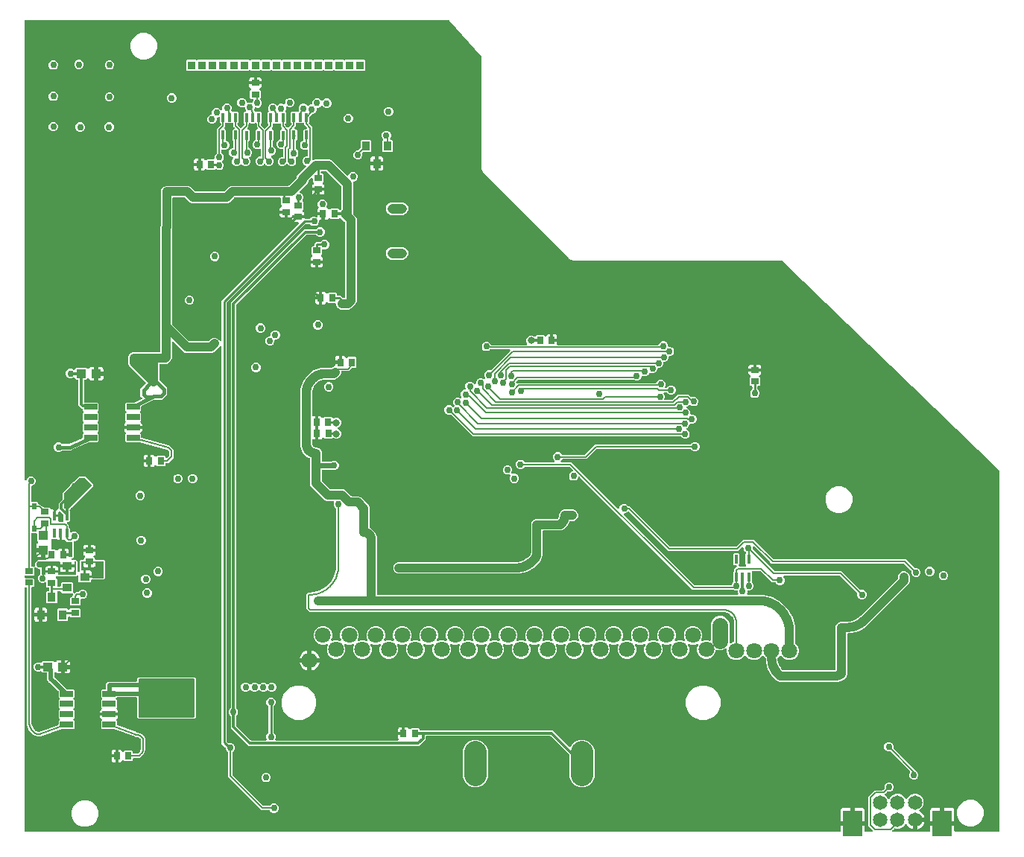
<source format=gbr>
G04 EAGLE Gerber RS-274X export*
G75*
%MOMM*%
%FSLAX34Y34*%
%LPD*%
%INBottom Copper*%
%IPPOS*%
%AMOC8*
5,1,8,0,0,1.08239X$1,22.5*%
G01*
%ADD10C,1.800000*%
%ADD11C,1.800000*%
%ADD12C,2.550000*%
%ADD13C,1.650000*%
%ADD14R,2.200000X3.000000*%
%ADD15C,1.117600*%
%ADD16R,0.900000X0.700000*%
%ADD17R,0.400000X1.000000*%
%ADD18R,0.900000X1.100000*%
%ADD19R,1.100000X0.900000*%
%ADD20R,0.700000X0.900000*%
%ADD21R,1.100000X1.000000*%
%ADD22R,1.000000X1.100000*%
%ADD23R,1.524000X0.635000*%
%ADD24R,0.600000X0.800000*%
%ADD25C,0.203200*%
%ADD26C,0.756400*%
%ADD27C,0.152400*%
%ADD28C,0.254000*%
%ADD29C,0.956400*%
%ADD30C,0.806400*%
%ADD31C,0.304800*%
%ADD32C,0.508000*%
%ADD33C,0.406400*%
%ADD34C,1.016000*%
%ADD35C,0.609600*%
%ADD36R,0.906400X0.906400*%

G36*
X936338Y15256D02*
X936338Y15256D01*
X936457Y15263D01*
X936495Y15276D01*
X936536Y15281D01*
X936646Y15324D01*
X936759Y15361D01*
X936794Y15383D01*
X936831Y15398D01*
X936927Y15468D01*
X937028Y15531D01*
X937056Y15561D01*
X937089Y15584D01*
X937165Y15676D01*
X937246Y15763D01*
X937266Y15798D01*
X937291Y15829D01*
X937342Y15937D01*
X937400Y16041D01*
X937410Y16081D01*
X937427Y16117D01*
X937449Y16234D01*
X937479Y16349D01*
X937483Y16410D01*
X937487Y16430D01*
X937485Y16450D01*
X937489Y16510D01*
X937489Y22483D01*
X949760Y22483D01*
X949878Y22498D01*
X949997Y22505D01*
X950035Y22518D01*
X950075Y22523D01*
X950186Y22566D01*
X950299Y22603D01*
X950334Y22625D01*
X950371Y22640D01*
X950467Y22710D01*
X950568Y22773D01*
X950596Y22803D01*
X950628Y22827D01*
X950704Y22918D01*
X950786Y23005D01*
X950805Y23040D01*
X950831Y23071D01*
X950882Y23179D01*
X950939Y23283D01*
X950950Y23323D01*
X950967Y23359D01*
X950989Y23476D01*
X951019Y23591D01*
X951023Y23652D01*
X951027Y23672D01*
X951025Y23692D01*
X951029Y23752D01*
X951029Y25023D01*
X951031Y25023D01*
X951031Y23752D01*
X951046Y23634D01*
X951053Y23515D01*
X951066Y23477D01*
X951071Y23437D01*
X951115Y23326D01*
X951151Y23213D01*
X951173Y23178D01*
X951188Y23141D01*
X951258Y23045D01*
X951321Y22944D01*
X951351Y22916D01*
X951375Y22883D01*
X951466Y22808D01*
X951553Y22726D01*
X951588Y22706D01*
X951620Y22681D01*
X951727Y22630D01*
X951831Y22572D01*
X951871Y22562D01*
X951907Y22545D01*
X952024Y22523D01*
X952139Y22493D01*
X952200Y22489D01*
X952220Y22485D01*
X952240Y22487D01*
X952300Y22483D01*
X964571Y22483D01*
X964571Y16510D01*
X964586Y16392D01*
X964593Y16273D01*
X964606Y16235D01*
X964611Y16194D01*
X964654Y16084D01*
X964691Y15971D01*
X964713Y15936D01*
X964728Y15899D01*
X964797Y15803D01*
X964861Y15702D01*
X964891Y15674D01*
X964914Y15641D01*
X965006Y15566D01*
X965093Y15484D01*
X965128Y15464D01*
X965159Y15439D01*
X965267Y15388D01*
X965371Y15330D01*
X965411Y15320D01*
X965447Y15303D01*
X965564Y15281D01*
X965679Y15251D01*
X965739Y15247D01*
X965759Y15243D01*
X965780Y15245D01*
X965840Y15241D01*
X973125Y15241D01*
X973263Y15258D01*
X973401Y15271D01*
X973421Y15278D01*
X973441Y15281D01*
X973570Y15332D01*
X973701Y15379D01*
X973718Y15390D01*
X973736Y15398D01*
X973849Y15479D01*
X973964Y15557D01*
X973977Y15573D01*
X973994Y15584D01*
X974082Y15692D01*
X974174Y15796D01*
X974184Y15814D01*
X974196Y15829D01*
X974256Y15955D01*
X974319Y16079D01*
X974323Y16099D01*
X974332Y16117D01*
X974358Y16253D01*
X974389Y16389D01*
X974388Y16410D01*
X974392Y16430D01*
X974383Y16568D01*
X974379Y16707D01*
X974373Y16727D01*
X974372Y16747D01*
X974329Y16879D01*
X974291Y17013D01*
X974280Y17030D01*
X974274Y17049D01*
X974199Y17167D01*
X974129Y17287D01*
X974110Y17308D01*
X974104Y17318D01*
X974089Y17332D01*
X974023Y17408D01*
X970721Y20710D01*
X969009Y22421D01*
X969009Y55303D01*
X976191Y62485D01*
X984809Y62485D01*
X984907Y62497D01*
X985006Y62500D01*
X985064Y62517D01*
X985125Y62525D01*
X985217Y62561D01*
X985312Y62589D01*
X985364Y62619D01*
X985420Y62642D01*
X985500Y62700D01*
X985586Y62750D01*
X985661Y62816D01*
X985678Y62828D01*
X985685Y62838D01*
X985707Y62856D01*
X986897Y64046D01*
X986915Y64070D01*
X986937Y64089D01*
X987012Y64196D01*
X987091Y64298D01*
X987103Y64325D01*
X987120Y64349D01*
X987166Y64471D01*
X987218Y64590D01*
X987222Y64619D01*
X987233Y64647D01*
X987247Y64775D01*
X987268Y64904D01*
X987265Y64933D01*
X987268Y64963D01*
X987250Y65091D01*
X987238Y65220D01*
X987228Y65248D01*
X987224Y65277D01*
X987198Y65352D01*
X987198Y67477D01*
X988006Y69427D01*
X989499Y70920D01*
X991449Y71728D01*
X993561Y71728D01*
X995511Y70920D01*
X997004Y69427D01*
X997812Y67477D01*
X997812Y65365D01*
X997004Y63415D01*
X995511Y61922D01*
X993561Y61114D01*
X991435Y61114D01*
X991332Y61137D01*
X991207Y61172D01*
X991178Y61172D01*
X991149Y61179D01*
X991019Y61175D01*
X990889Y61177D01*
X990860Y61170D01*
X990831Y61169D01*
X990706Y61133D01*
X990580Y61103D01*
X990554Y61089D01*
X990525Y61080D01*
X990413Y61015D01*
X990299Y60954D01*
X990277Y60934D01*
X990251Y60919D01*
X990130Y60813D01*
X988940Y59623D01*
X987994Y58676D01*
X987921Y58582D01*
X987842Y58493D01*
X987824Y58457D01*
X987799Y58425D01*
X987752Y58316D01*
X987698Y58210D01*
X987689Y58170D01*
X987673Y58133D01*
X987654Y58015D01*
X987628Y57899D01*
X987629Y57859D01*
X987623Y57819D01*
X987634Y57700D01*
X987638Y57582D01*
X987649Y57543D01*
X987653Y57502D01*
X987693Y57390D01*
X987726Y57276D01*
X987747Y57241D01*
X987761Y57203D01*
X987827Y57105D01*
X987888Y57002D01*
X987928Y56957D01*
X987939Y56940D01*
X987954Y56927D01*
X987994Y56881D01*
X990317Y54559D01*
X990857Y53253D01*
X990926Y53132D01*
X990991Y53010D01*
X991005Y52995D01*
X991015Y52977D01*
X991112Y52877D01*
X991205Y52774D01*
X991222Y52763D01*
X991236Y52749D01*
X991354Y52676D01*
X991471Y52600D01*
X991490Y52593D01*
X991507Y52583D01*
X991640Y52542D01*
X991772Y52496D01*
X991792Y52495D01*
X991811Y52489D01*
X991950Y52482D01*
X992089Y52471D01*
X992109Y52475D01*
X992129Y52474D01*
X992265Y52502D01*
X992402Y52526D01*
X992421Y52534D01*
X992440Y52538D01*
X992565Y52599D01*
X992692Y52656D01*
X992708Y52669D01*
X992726Y52678D01*
X992832Y52768D01*
X992940Y52855D01*
X992953Y52871D01*
X992968Y52884D01*
X993048Y52998D01*
X993132Y53109D01*
X993144Y53134D01*
X993151Y53144D01*
X993158Y53163D01*
X993203Y53253D01*
X993743Y54559D01*
X996493Y57309D01*
X1000086Y58797D01*
X1003974Y58797D01*
X1007567Y57309D01*
X1010317Y54559D01*
X1010857Y53253D01*
X1010926Y53132D01*
X1010991Y53010D01*
X1011005Y52995D01*
X1011015Y52977D01*
X1011112Y52877D01*
X1011205Y52774D01*
X1011222Y52763D01*
X1011236Y52749D01*
X1011354Y52676D01*
X1011471Y52600D01*
X1011490Y52593D01*
X1011507Y52583D01*
X1011640Y52542D01*
X1011772Y52496D01*
X1011792Y52495D01*
X1011811Y52489D01*
X1011950Y52482D01*
X1012089Y52471D01*
X1012109Y52475D01*
X1012129Y52474D01*
X1012265Y52502D01*
X1012402Y52526D01*
X1012421Y52534D01*
X1012440Y52538D01*
X1012565Y52599D01*
X1012692Y52656D01*
X1012708Y52669D01*
X1012726Y52678D01*
X1012832Y52768D01*
X1012940Y52855D01*
X1012953Y52871D01*
X1012968Y52884D01*
X1013048Y52998D01*
X1013132Y53109D01*
X1013144Y53134D01*
X1013151Y53144D01*
X1013158Y53163D01*
X1013203Y53253D01*
X1013743Y54559D01*
X1016493Y57309D01*
X1020086Y58797D01*
X1023974Y58797D01*
X1027567Y57309D01*
X1030317Y54559D01*
X1031805Y50966D01*
X1031805Y47078D01*
X1030317Y43485D01*
X1027567Y40735D01*
X1027487Y40702D01*
X1027409Y40658D01*
X1027327Y40622D01*
X1027271Y40579D01*
X1027210Y40545D01*
X1027146Y40482D01*
X1027075Y40427D01*
X1027032Y40372D01*
X1026982Y40323D01*
X1026935Y40247D01*
X1026880Y40176D01*
X1026852Y40112D01*
X1026816Y40052D01*
X1026789Y39967D01*
X1026754Y39884D01*
X1026743Y39815D01*
X1026722Y39748D01*
X1026718Y39659D01*
X1026704Y39570D01*
X1026710Y39501D01*
X1026707Y39431D01*
X1026725Y39343D01*
X1026733Y39254D01*
X1026757Y39188D01*
X1026771Y39119D01*
X1026811Y39039D01*
X1026841Y38954D01*
X1026880Y38896D01*
X1026911Y38833D01*
X1026969Y38765D01*
X1027019Y38691D01*
X1027072Y38645D01*
X1027117Y38591D01*
X1027191Y38540D01*
X1027258Y38481D01*
X1027365Y38417D01*
X1027377Y38408D01*
X1027384Y38406D01*
X1027396Y38399D01*
X1027686Y38251D01*
X1029060Y37253D01*
X1030261Y36052D01*
X1031259Y34678D01*
X1032030Y33164D01*
X1032551Y31561D01*
X1023300Y31561D01*
X1023182Y31546D01*
X1023063Y31539D01*
X1023025Y31526D01*
X1022985Y31521D01*
X1022874Y31478D01*
X1022761Y31441D01*
X1022727Y31419D01*
X1022689Y31404D01*
X1022593Y31334D01*
X1022492Y31271D01*
X1022464Y31241D01*
X1022432Y31217D01*
X1022356Y31126D01*
X1022274Y31039D01*
X1022255Y31004D01*
X1022229Y30973D01*
X1022178Y30865D01*
X1022121Y30761D01*
X1022110Y30721D01*
X1022093Y30685D01*
X1022071Y30568D01*
X1022041Y30453D01*
X1022037Y30392D01*
X1022033Y30372D01*
X1022035Y30352D01*
X1022031Y30292D01*
X1022031Y29021D01*
X1020760Y29021D01*
X1020642Y29006D01*
X1020523Y28999D01*
X1020485Y28986D01*
X1020444Y28981D01*
X1020334Y28937D01*
X1020221Y28901D01*
X1020186Y28879D01*
X1020149Y28864D01*
X1020053Y28794D01*
X1019952Y28731D01*
X1019924Y28701D01*
X1019891Y28677D01*
X1019816Y28586D01*
X1019734Y28499D01*
X1019714Y28464D01*
X1019689Y28432D01*
X1019638Y28325D01*
X1019580Y28220D01*
X1019570Y28181D01*
X1019553Y28145D01*
X1019531Y28028D01*
X1019501Y27913D01*
X1019497Y27852D01*
X1019493Y27832D01*
X1019495Y27812D01*
X1019491Y27752D01*
X1019491Y18501D01*
X1017888Y19022D01*
X1016374Y19793D01*
X1015000Y20791D01*
X1013799Y21992D01*
X1012801Y23366D01*
X1012653Y23656D01*
X1012603Y23730D01*
X1012561Y23809D01*
X1012514Y23861D01*
X1012475Y23919D01*
X1012408Y23978D01*
X1012347Y24044D01*
X1012289Y24083D01*
X1012236Y24129D01*
X1012156Y24170D01*
X1012082Y24219D01*
X1012015Y24242D01*
X1011953Y24274D01*
X1011865Y24293D01*
X1011781Y24322D01*
X1011711Y24328D01*
X1011643Y24343D01*
X1011553Y24340D01*
X1011464Y24348D01*
X1011395Y24336D01*
X1011325Y24333D01*
X1011239Y24308D01*
X1011150Y24293D01*
X1011086Y24264D01*
X1011019Y24245D01*
X1010942Y24199D01*
X1010860Y24163D01*
X1010806Y24119D01*
X1010745Y24083D01*
X1010682Y24020D01*
X1010612Y23964D01*
X1010570Y23908D01*
X1010520Y23858D01*
X1010475Y23781D01*
X1010421Y23710D01*
X1010366Y23598D01*
X1010358Y23585D01*
X1010356Y23578D01*
X1010350Y23565D01*
X1010317Y23485D01*
X1007567Y20735D01*
X1003974Y19247D01*
X1000086Y19247D01*
X999731Y19394D01*
X999703Y19402D01*
X999676Y19415D01*
X999550Y19444D01*
X999424Y19478D01*
X999395Y19479D01*
X999366Y19485D01*
X999236Y19481D01*
X999106Y19483D01*
X999078Y19476D01*
X999048Y19475D01*
X998923Y19439D01*
X998797Y19409D01*
X998771Y19395D01*
X998743Y19387D01*
X998631Y19321D01*
X998516Y19260D01*
X998494Y19240D01*
X998469Y19225D01*
X998348Y19119D01*
X996636Y17408D01*
X996551Y17298D01*
X996463Y17191D01*
X996454Y17172D01*
X996441Y17156D01*
X996386Y17028D01*
X996327Y16903D01*
X996323Y16883D01*
X996315Y16864D01*
X996293Y16726D01*
X996267Y16591D01*
X996268Y16570D01*
X996265Y16550D01*
X996278Y16411D01*
X996287Y16273D01*
X996293Y16254D01*
X996295Y16234D01*
X996342Y16102D01*
X996385Y15971D01*
X996396Y15953D01*
X996403Y15934D01*
X996481Y15819D01*
X996555Y15702D01*
X996570Y15688D01*
X996581Y15671D01*
X996685Y15579D01*
X996787Y15484D01*
X996805Y15474D01*
X996820Y15461D01*
X996944Y15398D01*
X997065Y15330D01*
X997085Y15325D01*
X997103Y15316D01*
X997239Y15286D01*
X997373Y15251D01*
X997401Y15249D01*
X997413Y15247D01*
X997434Y15247D01*
X997534Y15241D01*
X1038220Y15241D01*
X1038338Y15256D01*
X1038457Y15263D01*
X1038495Y15276D01*
X1038536Y15281D01*
X1038646Y15324D01*
X1038759Y15361D01*
X1038794Y15383D01*
X1038831Y15398D01*
X1038927Y15468D01*
X1039028Y15531D01*
X1039056Y15561D01*
X1039089Y15584D01*
X1039165Y15676D01*
X1039246Y15763D01*
X1039266Y15798D01*
X1039291Y15829D01*
X1039342Y15937D01*
X1039400Y16041D01*
X1039410Y16081D01*
X1039427Y16117D01*
X1039449Y16234D01*
X1039479Y16349D01*
X1039483Y16410D01*
X1039487Y16430D01*
X1039485Y16450D01*
X1039489Y16510D01*
X1039489Y22483D01*
X1051760Y22483D01*
X1051878Y22498D01*
X1051997Y22505D01*
X1052035Y22518D01*
X1052075Y22523D01*
X1052186Y22566D01*
X1052299Y22603D01*
X1052334Y22625D01*
X1052371Y22640D01*
X1052467Y22710D01*
X1052568Y22773D01*
X1052596Y22803D01*
X1052628Y22827D01*
X1052704Y22918D01*
X1052786Y23005D01*
X1052805Y23040D01*
X1052831Y23071D01*
X1052882Y23179D01*
X1052939Y23283D01*
X1052950Y23323D01*
X1052967Y23359D01*
X1052989Y23476D01*
X1053019Y23591D01*
X1053023Y23652D01*
X1053027Y23672D01*
X1053025Y23692D01*
X1053029Y23752D01*
X1053029Y25023D01*
X1053031Y25023D01*
X1053031Y23752D01*
X1053046Y23634D01*
X1053053Y23515D01*
X1053066Y23477D01*
X1053071Y23437D01*
X1053115Y23326D01*
X1053151Y23213D01*
X1053173Y23178D01*
X1053188Y23141D01*
X1053258Y23045D01*
X1053321Y22944D01*
X1053351Y22916D01*
X1053375Y22883D01*
X1053466Y22808D01*
X1053553Y22726D01*
X1053588Y22706D01*
X1053620Y22681D01*
X1053727Y22630D01*
X1053831Y22572D01*
X1053871Y22562D01*
X1053907Y22545D01*
X1054024Y22523D01*
X1054139Y22493D01*
X1054200Y22489D01*
X1054220Y22485D01*
X1054240Y22487D01*
X1054300Y22483D01*
X1066571Y22483D01*
X1066571Y16510D01*
X1066586Y16392D01*
X1066593Y16273D01*
X1066606Y16235D01*
X1066611Y16194D01*
X1066654Y16084D01*
X1066691Y15971D01*
X1066713Y15936D01*
X1066728Y15899D01*
X1066797Y15803D01*
X1066861Y15702D01*
X1066891Y15674D01*
X1066914Y15641D01*
X1067006Y15566D01*
X1067093Y15484D01*
X1067128Y15464D01*
X1067159Y15439D01*
X1067267Y15388D01*
X1067371Y15330D01*
X1067411Y15320D01*
X1067447Y15303D01*
X1067564Y15281D01*
X1067679Y15251D01*
X1067739Y15247D01*
X1067759Y15243D01*
X1067780Y15245D01*
X1067840Y15241D01*
X1116584Y15241D01*
X1116702Y15256D01*
X1116821Y15263D01*
X1116859Y15276D01*
X1116900Y15281D01*
X1117010Y15324D01*
X1117123Y15361D01*
X1117158Y15383D01*
X1117195Y15398D01*
X1117291Y15468D01*
X1117392Y15531D01*
X1117420Y15561D01*
X1117453Y15584D01*
X1117529Y15676D01*
X1117610Y15763D01*
X1117630Y15798D01*
X1117655Y15829D01*
X1117706Y15937D01*
X1117764Y16041D01*
X1117774Y16081D01*
X1117791Y16117D01*
X1117813Y16234D01*
X1117843Y16349D01*
X1117847Y16410D01*
X1117851Y16430D01*
X1117849Y16450D01*
X1117853Y16510D01*
X1117853Y425226D01*
X1117839Y425335D01*
X1117834Y425445D01*
X1117820Y425492D01*
X1117813Y425541D01*
X1117773Y425644D01*
X1117740Y425749D01*
X1117715Y425791D01*
X1117696Y425837D01*
X1117632Y425926D01*
X1117574Y426020D01*
X1117522Y426076D01*
X1117510Y426094D01*
X1117496Y426105D01*
X1117465Y426139D01*
X870226Y664742D01*
X870155Y664795D01*
X870092Y664855D01*
X870029Y664890D01*
X869971Y664933D01*
X869890Y664966D01*
X869813Y665009D01*
X869743Y665027D01*
X869677Y665054D01*
X869590Y665066D01*
X869505Y665088D01*
X869375Y665096D01*
X869362Y665098D01*
X869356Y665098D01*
X869344Y665098D01*
X633589Y665098D01*
X629575Y666761D01*
X530998Y765338D01*
X529335Y769352D01*
X529335Y896336D01*
X529328Y896394D01*
X529330Y896453D01*
X529308Y896551D01*
X529295Y896651D01*
X529274Y896706D01*
X529261Y896764D01*
X529215Y896853D01*
X529178Y896947D01*
X529144Y896995D01*
X529117Y897047D01*
X529019Y897175D01*
X493101Y937972D01*
X492996Y938064D01*
X492895Y938159D01*
X492877Y938169D01*
X492862Y938182D01*
X492738Y938245D01*
X492617Y938313D01*
X492597Y938318D01*
X492579Y938327D01*
X492443Y938357D01*
X492309Y938392D01*
X492281Y938394D01*
X492269Y938397D01*
X492248Y938396D01*
X492148Y938402D01*
X11430Y938402D01*
X11312Y938387D01*
X11193Y938380D01*
X11155Y938367D01*
X11114Y938362D01*
X11004Y938319D01*
X10891Y938282D01*
X10856Y938260D01*
X10819Y938245D01*
X10723Y938176D01*
X10622Y938112D01*
X10594Y938082D01*
X10561Y938059D01*
X10486Y937967D01*
X10404Y937880D01*
X10384Y937845D01*
X10359Y937814D01*
X10308Y937706D01*
X10250Y937602D01*
X10240Y937562D01*
X10223Y937526D01*
X10201Y937409D01*
X10171Y937294D01*
X10167Y937234D01*
X10163Y937214D01*
X10165Y937193D01*
X10161Y937133D01*
X10161Y416128D01*
X10170Y416058D01*
X10168Y415989D01*
X10189Y415901D01*
X10201Y415812D01*
X10226Y415747D01*
X10243Y415679D01*
X10285Y415600D01*
X10318Y415516D01*
X10359Y415460D01*
X10391Y415398D01*
X10452Y415332D01*
X10504Y415259D01*
X10558Y415215D01*
X10605Y415163D01*
X10680Y415114D01*
X10749Y415056D01*
X10813Y415026D01*
X10871Y414988D01*
X10956Y414959D01*
X11037Y414921D01*
X11106Y414908D01*
X11172Y414885D01*
X11261Y414878D01*
X11350Y414861D01*
X11419Y414865D01*
X11489Y414860D01*
X11577Y414875D01*
X11667Y414881D01*
X11733Y414902D01*
X11802Y414914D01*
X11884Y414951D01*
X11969Y414979D01*
X12028Y415016D01*
X12092Y415045D01*
X12162Y415101D01*
X12238Y415149D01*
X12286Y415200D01*
X12340Y415243D01*
X12395Y415315D01*
X12456Y415380D01*
X12490Y415442D01*
X12532Y415497D01*
X12603Y415642D01*
X13281Y417280D01*
X14774Y418773D01*
X16724Y419581D01*
X18836Y419581D01*
X20786Y418773D01*
X22279Y417280D01*
X23087Y415330D01*
X23087Y413218D01*
X22279Y411268D01*
X20786Y409775D01*
X18742Y408928D01*
X18734Y408927D01*
X18624Y408884D01*
X18511Y408847D01*
X18476Y408825D01*
X18439Y408810D01*
X18343Y408741D01*
X18242Y408677D01*
X18214Y408647D01*
X18181Y408624D01*
X18105Y408532D01*
X18024Y408445D01*
X18004Y408410D01*
X17979Y408379D01*
X17928Y408271D01*
X17870Y408167D01*
X17860Y408127D01*
X17843Y408091D01*
X17821Y407974D01*
X17791Y407859D01*
X17787Y407799D01*
X17783Y407779D01*
X17785Y407758D01*
X17781Y407698D01*
X17781Y392166D01*
X17796Y392048D01*
X17803Y391929D01*
X17816Y391891D01*
X17821Y391850D01*
X17864Y391740D01*
X17901Y391627D01*
X17923Y391592D01*
X17938Y391555D01*
X18007Y391459D01*
X18071Y391358D01*
X18101Y391330D01*
X18124Y391297D01*
X18216Y391221D01*
X18303Y391140D01*
X18338Y391120D01*
X18369Y391095D01*
X18477Y391044D01*
X18581Y390986D01*
X18621Y390976D01*
X18657Y390959D01*
X18774Y390937D01*
X18889Y390907D01*
X18949Y390903D01*
X18969Y390899D01*
X18990Y390901D01*
X19050Y390897D01*
X25095Y390897D01*
X25988Y390004D01*
X25988Y388928D01*
X26003Y388810D01*
X26010Y388691D01*
X26023Y388653D01*
X26028Y388612D01*
X26071Y388502D01*
X26108Y388389D01*
X26130Y388354D01*
X26145Y388317D01*
X26214Y388221D01*
X26278Y388120D01*
X26308Y388092D01*
X26331Y388059D01*
X26423Y387983D01*
X26510Y387902D01*
X26545Y387882D01*
X26576Y387857D01*
X26684Y387806D01*
X26788Y387748D01*
X26828Y387738D01*
X26864Y387721D01*
X26981Y387699D01*
X27096Y387669D01*
X27156Y387665D01*
X27176Y387661D01*
X27197Y387663D01*
X27257Y387659D01*
X28475Y387659D01*
X30186Y385947D01*
X31492Y384641D01*
X31571Y384581D01*
X31643Y384513D01*
X31696Y384484D01*
X31744Y384447D01*
X31835Y384407D01*
X31921Y384359D01*
X31980Y384344D01*
X32036Y384320D01*
X32134Y384305D01*
X32229Y384280D01*
X32329Y384274D01*
X32350Y384270D01*
X32362Y384272D01*
X32390Y384270D01*
X38787Y384270D01*
X39680Y383377D01*
X39680Y383324D01*
X39696Y383199D01*
X39705Y383074D01*
X39715Y383042D01*
X39720Y383009D01*
X39766Y382892D01*
X39806Y382773D01*
X39824Y382744D01*
X39837Y382713D01*
X39910Y382611D01*
X39979Y382506D01*
X40004Y382483D01*
X40023Y382456D01*
X40120Y382375D01*
X40213Y382290D01*
X40242Y382274D01*
X40268Y382253D01*
X40382Y382199D01*
X40493Y382140D01*
X40526Y382132D01*
X40556Y382117D01*
X40679Y382094D01*
X40802Y382064D01*
X40835Y382064D01*
X40868Y382058D01*
X40994Y382065D01*
X41120Y382066D01*
X41168Y382076D01*
X41186Y382077D01*
X41206Y382084D01*
X41278Y382098D01*
X41974Y382285D01*
X43039Y382285D01*
X43039Y374744D01*
X43054Y374626D01*
X43061Y374507D01*
X43073Y374469D01*
X43078Y374429D01*
X43122Y374318D01*
X43159Y374205D01*
X43181Y374171D01*
X43195Y374133D01*
X43265Y374037D01*
X43329Y373936D01*
X43330Y373936D01*
X43359Y373908D01*
X43382Y373876D01*
X43383Y373875D01*
X43475Y373799D01*
X43561Y373718D01*
X43597Y373698D01*
X43628Y373672D01*
X43735Y373622D01*
X43840Y373564D01*
X43879Y373554D01*
X43915Y373537D01*
X44032Y373515D01*
X44148Y373485D01*
X44208Y373481D01*
X44228Y373477D01*
X44248Y373478D01*
X44308Y373475D01*
X48849Y373475D01*
X48849Y369410D01*
X48844Y369391D01*
X48827Y369266D01*
X48803Y369142D01*
X48805Y369109D01*
X48800Y369076D01*
X48815Y368950D01*
X48823Y368825D01*
X48833Y368793D01*
X48837Y368760D01*
X48882Y368642D01*
X48921Y368523D01*
X48939Y368494D01*
X48951Y368463D01*
X49024Y368360D01*
X49091Y368254D01*
X49115Y368231D01*
X49135Y368203D01*
X49231Y368122D01*
X49322Y368036D01*
X49352Y368020D01*
X49378Y367998D01*
X49491Y367943D01*
X49601Y367882D01*
X49634Y367874D01*
X49664Y367859D01*
X49787Y367834D01*
X49909Y367803D01*
X49958Y367800D01*
X49975Y367796D01*
X49997Y367797D01*
X50070Y367793D01*
X53514Y367793D01*
X53632Y367808D01*
X53751Y367815D01*
X53789Y367828D01*
X53830Y367833D01*
X53940Y367876D01*
X54053Y367913D01*
X54088Y367935D01*
X54125Y367950D01*
X54221Y368019D01*
X54322Y368083D01*
X54350Y368113D01*
X54383Y368136D01*
X54459Y368228D01*
X54540Y368315D01*
X54560Y368350D01*
X54585Y368381D01*
X54636Y368489D01*
X54694Y368593D01*
X54704Y368633D01*
X54721Y368669D01*
X54743Y368786D01*
X54773Y368901D01*
X54777Y368961D01*
X54781Y368981D01*
X54779Y369002D01*
X54783Y369062D01*
X54783Y375336D01*
X54771Y375435D01*
X54768Y375534D01*
X54751Y375592D01*
X54743Y375652D01*
X54707Y375744D01*
X54679Y375839D01*
X54649Y375891D01*
X54626Y375948D01*
X54568Y376028D01*
X54518Y376113D01*
X54452Y376188D01*
X54440Y376205D01*
X54430Y376213D01*
X54412Y376234D01*
X51179Y379466D01*
X51016Y379630D01*
X50906Y379715D01*
X50799Y379804D01*
X50780Y379812D01*
X50764Y379825D01*
X50636Y379880D01*
X50511Y379939D01*
X50491Y379943D01*
X50472Y379951D01*
X50335Y379973D01*
X50198Y379999D01*
X50178Y379998D01*
X50158Y380001D01*
X50020Y379988D01*
X49881Y379979D01*
X49862Y379973D01*
X49842Y379971D01*
X49711Y379924D01*
X49579Y379881D01*
X49562Y379871D01*
X49542Y379864D01*
X49427Y379785D01*
X49310Y379711D01*
X49296Y379697D01*
X49279Y379685D01*
X49187Y379581D01*
X49092Y379480D01*
X49082Y379462D01*
X49069Y379447D01*
X49005Y379323D01*
X48938Y379201D01*
X48933Y379182D01*
X48924Y379164D01*
X48894Y379027D01*
X48859Y378893D01*
X48857Y378865D01*
X48854Y378853D01*
X48855Y378833D01*
X48849Y378732D01*
X48849Y376013D01*
X45577Y376013D01*
X45577Y382285D01*
X46642Y382285D01*
X47423Y382075D01*
X47548Y382058D01*
X47672Y382035D01*
X47705Y382037D01*
X47739Y382032D01*
X47864Y382047D01*
X47989Y382055D01*
X48021Y382065D01*
X48054Y382069D01*
X48172Y382114D01*
X48291Y382153D01*
X48320Y382171D01*
X48351Y382183D01*
X48454Y382255D01*
X48560Y382323D01*
X48583Y382347D01*
X48611Y382367D01*
X48692Y382463D01*
X48778Y382554D01*
X48794Y382584D01*
X48816Y382610D01*
X48871Y382723D01*
X48932Y382833D01*
X48940Y382865D01*
X48955Y382896D01*
X48980Y383019D01*
X49011Y383141D01*
X49014Y383190D01*
X49018Y383208D01*
X49017Y383229D01*
X49017Y383234D01*
X49019Y383243D01*
X49018Y383252D01*
X49021Y383301D01*
X49021Y389121D01*
X53222Y393321D01*
X53282Y393399D01*
X53350Y393471D01*
X53379Y393524D01*
X53416Y393572D01*
X53456Y393663D01*
X53504Y393750D01*
X53519Y393809D01*
X53543Y393864D01*
X53558Y393962D01*
X53583Y394058D01*
X53589Y394158D01*
X53593Y394178D01*
X53591Y394191D01*
X53593Y394219D01*
X53593Y400997D01*
X62026Y409430D01*
X62032Y409438D01*
X62039Y409443D01*
X62129Y409563D01*
X62221Y409681D01*
X62225Y409690D01*
X62230Y409697D01*
X62301Y409842D01*
X62918Y411331D01*
X64411Y412824D01*
X65900Y413441D01*
X65908Y413445D01*
X65917Y413448D01*
X66046Y413524D01*
X66176Y413598D01*
X66183Y413605D01*
X66191Y413609D01*
X66312Y413716D01*
X72078Y419482D01*
X74040Y419482D01*
X74049Y419483D01*
X74058Y419482D01*
X74207Y419503D01*
X74355Y419522D01*
X74364Y419525D01*
X74373Y419526D01*
X74525Y419578D01*
X75144Y419835D01*
X77256Y419835D01*
X77875Y419578D01*
X77883Y419576D01*
X77892Y419571D01*
X78037Y419534D01*
X78181Y419494D01*
X78191Y419494D01*
X78200Y419492D01*
X78360Y419482D01*
X79433Y419482D01*
X88266Y410649D01*
X88266Y408755D01*
X63464Y383953D01*
X63458Y383945D01*
X63451Y383940D01*
X63362Y383821D01*
X63269Y383702D01*
X63265Y383693D01*
X63260Y383686D01*
X63189Y383541D01*
X62973Y383020D01*
X61978Y382025D01*
X61905Y381931D01*
X61826Y381842D01*
X61808Y381806D01*
X61783Y381774D01*
X61736Y381665D01*
X61682Y381559D01*
X61673Y381519D01*
X61657Y381482D01*
X61638Y381364D01*
X61612Y381248D01*
X61613Y381208D01*
X61607Y381168D01*
X61618Y381049D01*
X61622Y380931D01*
X61633Y380892D01*
X61637Y380851D01*
X61677Y380739D01*
X61710Y380625D01*
X61731Y380590D01*
X61744Y380552D01*
X61811Y380454D01*
X61833Y380417D01*
X61833Y369112D01*
X60940Y368219D01*
X59592Y368219D01*
X59454Y368202D01*
X59316Y368189D01*
X59296Y368182D01*
X59276Y368179D01*
X59147Y368128D01*
X59016Y368081D01*
X58999Y368070D01*
X58981Y368062D01*
X58868Y367981D01*
X58753Y367903D01*
X58740Y367887D01*
X58723Y367876D01*
X58635Y367768D01*
X58543Y367664D01*
X58533Y367646D01*
X58521Y367631D01*
X58461Y367505D01*
X58398Y367381D01*
X58394Y367361D01*
X58385Y367343D01*
X58359Y367207D01*
X58328Y367071D01*
X58329Y367050D01*
X58325Y367031D01*
X58334Y366892D01*
X58338Y366753D01*
X58344Y366733D01*
X58345Y366713D01*
X58388Y366581D01*
X58426Y366447D01*
X58437Y366430D01*
X58443Y366411D01*
X58518Y366293D01*
X58588Y366173D01*
X58607Y366152D01*
X58613Y366142D01*
X58628Y366128D01*
X58694Y366053D01*
X60595Y364152D01*
X60595Y362139D01*
X60607Y362041D01*
X60610Y361942D01*
X60627Y361884D01*
X60635Y361824D01*
X60671Y361732D01*
X60699Y361637D01*
X60729Y361584D01*
X60752Y361528D01*
X60810Y361448D01*
X60860Y361363D01*
X60926Y361287D01*
X60938Y361271D01*
X60948Y361263D01*
X60966Y361242D01*
X61833Y360376D01*
X61833Y356994D01*
X61839Y356945D01*
X61837Y356895D01*
X61859Y356788D01*
X61873Y356679D01*
X61891Y356633D01*
X61901Y356584D01*
X61949Y356485D01*
X61990Y356383D01*
X62019Y356343D01*
X62041Y356298D01*
X62112Y356214D01*
X62176Y356126D01*
X62215Y356094D01*
X62247Y356056D01*
X62337Y355993D01*
X62421Y355923D01*
X62466Y355902D01*
X62507Y355873D01*
X62610Y355834D01*
X62709Y355787D01*
X62758Y355778D01*
X62804Y355760D01*
X62914Y355748D01*
X63021Y355728D01*
X63071Y355731D01*
X63120Y355725D01*
X63229Y355740D01*
X63339Y355747D01*
X63386Y355763D01*
X63435Y355770D01*
X63588Y355822D01*
X65746Y356716D01*
X67858Y356716D01*
X69808Y355908D01*
X71301Y354415D01*
X72109Y352465D01*
X72109Y350353D01*
X71301Y348403D01*
X69808Y346910D01*
X67858Y346102D01*
X67564Y346102D01*
X67446Y346087D01*
X67327Y346080D01*
X67289Y346067D01*
X67248Y346062D01*
X67138Y346019D01*
X67025Y345982D01*
X66990Y345960D01*
X66953Y345945D01*
X66857Y345876D01*
X66756Y345812D01*
X66728Y345782D01*
X66695Y345759D01*
X66619Y345667D01*
X66538Y345580D01*
X66518Y345545D01*
X66493Y345514D01*
X66442Y345406D01*
X66384Y345302D01*
X66374Y345262D01*
X66357Y345226D01*
X66335Y345109D01*
X66305Y344994D01*
X66301Y344934D01*
X66297Y344914D01*
X66299Y344893D01*
X66295Y344833D01*
X66295Y328280D01*
X64413Y326398D01*
X64328Y326289D01*
X64239Y326182D01*
X64230Y326163D01*
X64218Y326147D01*
X64162Y326019D01*
X64103Y325894D01*
X64100Y325874D01*
X64092Y325855D01*
X64070Y325717D01*
X64044Y325581D01*
X64045Y325561D01*
X64042Y325541D01*
X64055Y325402D01*
X64063Y325264D01*
X64070Y325245D01*
X64071Y325225D01*
X64119Y325093D01*
X64161Y324962D01*
X64172Y324944D01*
X64179Y324925D01*
X64257Y324810D01*
X64332Y324693D01*
X64346Y324679D01*
X64358Y324662D01*
X64462Y324570D01*
X64563Y324475D01*
X64581Y324465D01*
X64596Y324452D01*
X64720Y324388D01*
X64842Y324321D01*
X64861Y324316D01*
X64879Y324307D01*
X65015Y324277D01*
X65150Y324242D01*
X65178Y324240D01*
X65190Y324237D01*
X65210Y324238D01*
X65310Y324232D01*
X69019Y324232D01*
X70359Y322892D01*
X70359Y312307D01*
X70376Y312170D01*
X70389Y312031D01*
X70396Y312012D01*
X70399Y311992D01*
X70450Y311863D01*
X70497Y311732D01*
X70508Y311715D01*
X70516Y311696D01*
X70597Y311584D01*
X70675Y311469D01*
X70691Y311455D01*
X70702Y311439D01*
X70810Y311350D01*
X70914Y311258D01*
X70932Y311249D01*
X70947Y311236D01*
X71073Y311177D01*
X71197Y311113D01*
X71217Y311109D01*
X71235Y311100D01*
X71371Y311074D01*
X71507Y311044D01*
X71528Y311044D01*
X71547Y311041D01*
X71686Y311049D01*
X71825Y311053D01*
X71845Y311059D01*
X71865Y311060D01*
X71997Y311103D01*
X72131Y311142D01*
X72148Y311152D01*
X72167Y311158D01*
X72285Y311233D01*
X72405Y311303D01*
X72426Y311322D01*
X72436Y311329D01*
X72450Y311343D01*
X72525Y311410D01*
X72780Y311664D01*
X72840Y311742D01*
X72908Y311814D01*
X72937Y311867D01*
X72974Y311915D01*
X73014Y312006D01*
X73062Y312093D01*
X73077Y312151D01*
X73101Y312207D01*
X73116Y312305D01*
X73141Y312401D01*
X73147Y312501D01*
X73151Y312521D01*
X73149Y312533D01*
X73151Y312561D01*
X73151Y323527D01*
X74491Y324867D01*
X76653Y324867D01*
X76771Y324882D01*
X76890Y324889D01*
X76928Y324902D01*
X76969Y324907D01*
X77079Y324950D01*
X77192Y324987D01*
X77227Y325009D01*
X77264Y325024D01*
X77360Y325093D01*
X77461Y325157D01*
X77489Y325187D01*
X77522Y325210D01*
X77598Y325302D01*
X77679Y325389D01*
X77699Y325424D01*
X77724Y325455D01*
X77775Y325563D01*
X77833Y325667D01*
X77843Y325707D01*
X77860Y325743D01*
X77882Y325860D01*
X77912Y325975D01*
X77916Y326035D01*
X77920Y326055D01*
X77918Y326076D01*
X77922Y326136D01*
X77922Y326689D01*
X78854Y327621D01*
X78931Y327720D01*
X79013Y327815D01*
X79028Y327845D01*
X79049Y327872D01*
X79099Y327987D01*
X79155Y328100D01*
X79162Y328133D01*
X79176Y328164D01*
X79195Y328288D01*
X79221Y328411D01*
X79220Y328444D01*
X79225Y328478D01*
X79214Y328603D01*
X79208Y328729D01*
X79199Y328761D01*
X79196Y328794D01*
X79153Y328913D01*
X79117Y329033D01*
X79099Y329062D01*
X79088Y329094D01*
X79017Y329198D01*
X78952Y329305D01*
X78928Y329329D01*
X78909Y329357D01*
X78815Y329440D01*
X78725Y329528D01*
X78685Y329555D01*
X78671Y329567D01*
X78652Y329577D01*
X78591Y329617D01*
X77887Y330024D01*
X77414Y330497D01*
X77079Y331076D01*
X76906Y331723D01*
X76906Y333808D01*
X83467Y333808D01*
X83585Y333823D01*
X83704Y333830D01*
X83742Y333842D01*
X83782Y333848D01*
X83893Y333891D01*
X83941Y333907D01*
X83959Y333897D01*
X83998Y333887D01*
X84034Y333870D01*
X84151Y333848D01*
X84267Y333818D01*
X84327Y333814D01*
X84347Y333810D01*
X84367Y333812D01*
X84427Y333808D01*
X90988Y333808D01*
X90988Y331723D01*
X90815Y331076D01*
X90480Y330497D01*
X90007Y330024D01*
X89303Y329617D01*
X89203Y329541D01*
X89099Y329471D01*
X89076Y329445D01*
X89049Y329425D01*
X88971Y329326D01*
X88888Y329232D01*
X88873Y329202D01*
X88852Y329176D01*
X88801Y329061D01*
X88743Y328949D01*
X88736Y328916D01*
X88722Y328885D01*
X88701Y328761D01*
X88674Y328639D01*
X88675Y328605D01*
X88669Y328572D01*
X88680Y328446D01*
X88683Y328321D01*
X88693Y328288D01*
X88696Y328255D01*
X88737Y328136D01*
X88772Y328015D01*
X88789Y327986D01*
X88800Y327954D01*
X88869Y327850D01*
X88933Y327741D01*
X88966Y327705D01*
X88976Y327689D01*
X88992Y327675D01*
X89040Y327621D01*
X89972Y326689D01*
X89972Y326136D01*
X89987Y326018D01*
X89994Y325899D01*
X90007Y325861D01*
X90012Y325820D01*
X90055Y325710D01*
X90092Y325597D01*
X90114Y325562D01*
X90129Y325525D01*
X90198Y325429D01*
X90262Y325328D01*
X90292Y325300D01*
X90315Y325267D01*
X90407Y325191D01*
X90494Y325110D01*
X90529Y325090D01*
X90560Y325065D01*
X90668Y325014D01*
X90772Y324956D01*
X90812Y324946D01*
X90848Y324929D01*
X90965Y324907D01*
X91080Y324877D01*
X91140Y324873D01*
X91160Y324869D01*
X91181Y324871D01*
X91241Y324867D01*
X100515Y324867D01*
X101855Y323527D01*
X101855Y303599D01*
X100515Y302259D01*
X87001Y302259D01*
X86883Y302244D01*
X86764Y302237D01*
X86726Y302224D01*
X86685Y302219D01*
X86575Y302176D01*
X86462Y302139D01*
X86427Y302117D01*
X86390Y302102D01*
X86294Y302033D01*
X86193Y301969D01*
X86165Y301939D01*
X86132Y301916D01*
X86056Y301824D01*
X85975Y301737D01*
X85955Y301702D01*
X85930Y301671D01*
X85879Y301563D01*
X85821Y301459D01*
X85811Y301419D01*
X85794Y301383D01*
X85772Y301266D01*
X85742Y301151D01*
X85738Y301091D01*
X85734Y301071D01*
X85736Y301050D01*
X85732Y300990D01*
X85732Y300303D01*
X84839Y299410D01*
X72575Y299410D01*
X71682Y300303D01*
X71682Y305541D01*
X71665Y305679D01*
X71652Y305817D01*
X71645Y305836D01*
X71642Y305857D01*
X71592Y305985D01*
X71544Y306117D01*
X71533Y306134D01*
X71525Y306152D01*
X71444Y306265D01*
X71366Y306380D01*
X71350Y306393D01*
X71339Y306410D01*
X71231Y306498D01*
X71127Y306590D01*
X71109Y306600D01*
X71094Y306612D01*
X70968Y306672D01*
X70844Y306735D01*
X70824Y306739D01*
X70806Y306748D01*
X70669Y306774D01*
X70534Y306805D01*
X70513Y306804D01*
X70494Y306808D01*
X70355Y306799D01*
X70216Y306795D01*
X70196Y306789D01*
X70176Y306788D01*
X70044Y306745D01*
X69910Y306707D01*
X69893Y306696D01*
X69874Y306690D01*
X69756Y306616D01*
X69636Y306545D01*
X69615Y306526D01*
X69605Y306520D01*
X69591Y306505D01*
X69516Y306439D01*
X69019Y305942D01*
X47107Y305942D01*
X46969Y305925D01*
X46831Y305912D01*
X46812Y305905D01*
X46792Y305902D01*
X46663Y305851D01*
X46532Y305804D01*
X46515Y305793D01*
X46496Y305785D01*
X46384Y305704D01*
X46268Y305626D01*
X46255Y305610D01*
X46239Y305599D01*
X46150Y305491D01*
X46058Y305387D01*
X46049Y305369D01*
X46036Y305354D01*
X45977Y305228D01*
X45913Y305104D01*
X45909Y305084D01*
X45900Y305066D01*
X45874Y304929D01*
X45844Y304794D01*
X45844Y304773D01*
X45841Y304754D01*
X45849Y304615D01*
X45853Y304476D01*
X45859Y304456D01*
X45860Y304436D01*
X45903Y304304D01*
X45942Y304170D01*
X45952Y304153D01*
X45958Y304134D01*
X46033Y304016D01*
X46103Y303896D01*
X46122Y303875D01*
X46129Y303865D01*
X46144Y303851D01*
X46210Y303776D01*
X47300Y302686D01*
X47300Y295529D01*
X47315Y295411D01*
X47322Y295292D01*
X47335Y295254D01*
X47340Y295213D01*
X47383Y295103D01*
X47420Y294990D01*
X47442Y294955D01*
X47457Y294918D01*
X47527Y294821D01*
X47590Y294721D01*
X47620Y294693D01*
X47643Y294660D01*
X47735Y294584D01*
X47822Y294503D01*
X47857Y294483D01*
X47888Y294458D01*
X47996Y294407D01*
X48100Y294349D01*
X48140Y294339D01*
X48176Y294322D01*
X48293Y294300D01*
X48408Y294270D01*
X48468Y294266D01*
X48488Y294262D01*
X48509Y294264D01*
X48569Y294260D01*
X50413Y294260D01*
X50531Y294275D01*
X50650Y294282D01*
X50688Y294295D01*
X50729Y294300D01*
X50839Y294343D01*
X50952Y294380D01*
X50987Y294402D01*
X51024Y294417D01*
X51120Y294486D01*
X51221Y294550D01*
X51249Y294580D01*
X51282Y294603D01*
X51358Y294695D01*
X51439Y294782D01*
X51459Y294817D01*
X51484Y294848D01*
X51535Y294956D01*
X51593Y295060D01*
X51603Y295100D01*
X51620Y295136D01*
X51642Y295253D01*
X51672Y295368D01*
X51676Y295428D01*
X51680Y295448D01*
X51678Y295469D01*
X51682Y295529D01*
X51682Y298067D01*
X52575Y298960D01*
X64839Y298960D01*
X65732Y298067D01*
X65732Y288035D01*
X65749Y287897D01*
X65762Y287759D01*
X65769Y287740D01*
X65772Y287720D01*
X65823Y287590D01*
X65870Y287459D01*
X65881Y287443D01*
X65889Y287424D01*
X65970Y287312D01*
X66048Y287196D01*
X66064Y287183D01*
X66075Y287167D01*
X66183Y287078D01*
X66287Y286986D01*
X66305Y286977D01*
X66320Y286964D01*
X66446Y286904D01*
X66570Y286841D01*
X66590Y286837D01*
X66608Y286828D01*
X66745Y286802D01*
X66880Y286772D01*
X66901Y286772D01*
X66920Y286768D01*
X67059Y286777D01*
X67198Y286781D01*
X67218Y286787D01*
X67238Y286788D01*
X67370Y286831D01*
X67504Y286870D01*
X67521Y286880D01*
X67540Y286886D01*
X67658Y286961D01*
X67778Y287031D01*
X67799Y287050D01*
X67809Y287056D01*
X67823Y287071D01*
X67898Y287138D01*
X68925Y288164D01*
X70964Y288164D01*
X71062Y288176D01*
X71161Y288179D01*
X71220Y288196D01*
X71280Y288204D01*
X71372Y288240D01*
X71467Y288268D01*
X71519Y288298D01*
X71575Y288321D01*
X71655Y288379D01*
X71741Y288429D01*
X71816Y288495D01*
X71833Y288507D01*
X71840Y288517D01*
X71862Y288535D01*
X73448Y290122D01*
X75398Y290930D01*
X77510Y290930D01*
X79460Y290122D01*
X80953Y288629D01*
X81761Y286679D01*
X81761Y284567D01*
X80953Y282617D01*
X79460Y281124D01*
X77510Y280316D01*
X75387Y280316D01*
X75378Y280321D01*
X75270Y280341D01*
X75164Y280370D01*
X75114Y280371D01*
X75065Y280380D01*
X74956Y280374D01*
X74846Y280375D01*
X74798Y280364D01*
X74748Y280361D01*
X74644Y280327D01*
X74537Y280301D01*
X74493Y280278D01*
X74446Y280263D01*
X74353Y280204D01*
X74256Y280152D01*
X74219Y280119D01*
X74177Y280092D01*
X74101Y280012D01*
X74020Y279939D01*
X73993Y279897D01*
X73959Y279861D01*
X73906Y279765D01*
X73846Y279673D01*
X73829Y279626D01*
X73805Y279582D01*
X73778Y279476D01*
X73742Y279372D01*
X73738Y279323D01*
X73726Y279274D01*
X73716Y279114D01*
X73716Y273513D01*
X72823Y272620D01*
X62559Y272620D01*
X61666Y273513D01*
X61666Y281777D01*
X62559Y282670D01*
X63754Y282670D01*
X63872Y282685D01*
X63991Y282692D01*
X64029Y282705D01*
X64070Y282710D01*
X64180Y282753D01*
X64293Y282790D01*
X64328Y282812D01*
X64365Y282827D01*
X64461Y282896D01*
X64562Y282960D01*
X64590Y282990D01*
X64623Y283013D01*
X64699Y283105D01*
X64780Y283192D01*
X64800Y283227D01*
X64825Y283258D01*
X64876Y283366D01*
X64934Y283470D01*
X64944Y283510D01*
X64961Y283546D01*
X64983Y283663D01*
X65013Y283778D01*
X65017Y283838D01*
X65021Y283858D01*
X65019Y283879D01*
X65023Y283939D01*
X65023Y284262D01*
X65504Y284744D01*
X65589Y284853D01*
X65678Y284960D01*
X65687Y284979D01*
X65699Y284995D01*
X65755Y285123D01*
X65814Y285248D01*
X65818Y285268D01*
X65826Y285287D01*
X65848Y285425D01*
X65874Y285561D01*
X65872Y285581D01*
X65876Y285601D01*
X65862Y285740D01*
X65854Y285878D01*
X65848Y285897D01*
X65846Y285917D01*
X65799Y286048D01*
X65756Y286180D01*
X65745Y286198D01*
X65738Y286217D01*
X65660Y286331D01*
X65586Y286449D01*
X65571Y286463D01*
X65560Y286480D01*
X65455Y286572D01*
X65354Y286667D01*
X65336Y286677D01*
X65321Y286690D01*
X65197Y286753D01*
X65076Y286821D01*
X65056Y286826D01*
X65038Y286835D01*
X64902Y286865D01*
X64768Y286900D01*
X64740Y286902D01*
X64728Y286905D01*
X64707Y286904D01*
X64607Y286910D01*
X52575Y286910D01*
X51682Y287803D01*
X51682Y287909D01*
X51667Y288027D01*
X51660Y288146D01*
X51647Y288184D01*
X51642Y288225D01*
X51599Y288335D01*
X51562Y288448D01*
X51540Y288483D01*
X51525Y288520D01*
X51456Y288616D01*
X51392Y288717D01*
X51362Y288745D01*
X51339Y288778D01*
X51247Y288854D01*
X51160Y288935D01*
X51125Y288955D01*
X51094Y288980D01*
X50986Y289031D01*
X50882Y289089D01*
X50842Y289099D01*
X50806Y289116D01*
X50689Y289138D01*
X50574Y289168D01*
X50514Y289172D01*
X50494Y289176D01*
X50473Y289174D01*
X50413Y289178D01*
X48569Y289178D01*
X48451Y289163D01*
X48332Y289156D01*
X48294Y289143D01*
X48253Y289138D01*
X48143Y289095D01*
X48030Y289058D01*
X47995Y289036D01*
X47958Y289021D01*
X47862Y288952D01*
X47761Y288888D01*
X47733Y288858D01*
X47700Y288835D01*
X47624Y288743D01*
X47543Y288656D01*
X47523Y288621D01*
X47498Y288590D01*
X47447Y288482D01*
X47389Y288378D01*
X47379Y288338D01*
X47362Y288302D01*
X47340Y288185D01*
X47310Y288070D01*
X47306Y288010D01*
X47302Y287990D01*
X47304Y287969D01*
X47300Y287909D01*
X47300Y276029D01*
X46407Y275136D01*
X36143Y275136D01*
X35250Y276029D01*
X35250Y288293D01*
X36143Y289186D01*
X37211Y289186D01*
X37329Y289201D01*
X37448Y289208D01*
X37486Y289221D01*
X37527Y289226D01*
X37637Y289269D01*
X37750Y289306D01*
X37785Y289328D01*
X37822Y289343D01*
X37918Y289412D01*
X38019Y289476D01*
X38047Y289506D01*
X38080Y289529D01*
X38156Y289621D01*
X38237Y289708D01*
X38257Y289743D01*
X38282Y289774D01*
X38333Y289882D01*
X38391Y289986D01*
X38401Y290026D01*
X38418Y290062D01*
X38440Y290179D01*
X38470Y290294D01*
X38474Y290354D01*
X38478Y290374D01*
X38476Y290395D01*
X38480Y290455D01*
X38480Y292260D01*
X38465Y292378D01*
X38458Y292497D01*
X38445Y292535D01*
X38440Y292576D01*
X38397Y292686D01*
X38360Y292799D01*
X38338Y292834D01*
X38323Y292871D01*
X38254Y292967D01*
X38190Y293068D01*
X38160Y293096D01*
X38137Y293129D01*
X38045Y293205D01*
X37958Y293286D01*
X37923Y293306D01*
X37892Y293331D01*
X37784Y293382D01*
X37680Y293440D01*
X37640Y293450D01*
X37604Y293467D01*
X37487Y293489D01*
X37372Y293519D01*
X37312Y293523D01*
X37292Y293527D01*
X37271Y293525D01*
X37211Y293529D01*
X36143Y293529D01*
X35250Y294422D01*
X35250Y297705D01*
X35244Y297754D01*
X35246Y297803D01*
X35224Y297911D01*
X35210Y298020D01*
X35192Y298066D01*
X35182Y298115D01*
X35134Y298214D01*
X35093Y298316D01*
X35064Y298356D01*
X35042Y298401D01*
X34971Y298484D01*
X34907Y298573D01*
X34868Y298605D01*
X34836Y298643D01*
X34746Y298706D01*
X34662Y298776D01*
X34617Y298797D01*
X34576Y298826D01*
X34473Y298865D01*
X34374Y298911D01*
X34325Y298921D01*
X34279Y298938D01*
X34169Y298951D01*
X34062Y298971D01*
X34012Y298968D01*
X33963Y298974D01*
X33854Y298958D01*
X33744Y298951D01*
X33697Y298936D01*
X33648Y298929D01*
X33495Y298877D01*
X31917Y298223D01*
X29805Y298223D01*
X27855Y299031D01*
X26362Y300524D01*
X25554Y302474D01*
X25554Y304586D01*
X26362Y306536D01*
X27924Y308098D01*
X27940Y308107D01*
X27961Y308128D01*
X27986Y308144D01*
X28075Y308238D01*
X28168Y308328D01*
X28184Y308354D01*
X28204Y308375D01*
X28267Y308489D01*
X28335Y308599D01*
X28343Y308628D01*
X28358Y308654D01*
X28390Y308779D01*
X28428Y308903D01*
X28430Y308933D01*
X28437Y308962D01*
X28447Y309122D01*
X28447Y312829D01*
X28432Y312947D01*
X28425Y313066D01*
X28412Y313104D01*
X28407Y313145D01*
X28364Y313255D01*
X28327Y313368D01*
X28305Y313403D01*
X28290Y313440D01*
X28221Y313536D01*
X28157Y313637D01*
X28127Y313665D01*
X28104Y313698D01*
X28012Y313774D01*
X27925Y313855D01*
X27890Y313875D01*
X27859Y313900D01*
X27751Y313951D01*
X27647Y314009D01*
X27607Y314019D01*
X27571Y314036D01*
X27454Y314058D01*
X27339Y314088D01*
X27279Y314092D01*
X27259Y314096D01*
X27238Y314094D01*
X27178Y314098D01*
X26630Y314098D01*
X24680Y314906D01*
X23431Y316155D01*
X23322Y316240D01*
X23215Y316329D01*
X23196Y316337D01*
X23180Y316350D01*
X23053Y316405D01*
X22927Y316464D01*
X22907Y316468D01*
X22888Y316476D01*
X22750Y316498D01*
X22614Y316524D01*
X22594Y316523D01*
X22574Y316526D01*
X22435Y316513D01*
X22297Y316504D01*
X22278Y316498D01*
X22258Y316496D01*
X22126Y316449D01*
X21995Y316406D01*
X21977Y316395D01*
X21958Y316388D01*
X21843Y316310D01*
X21726Y316236D01*
X21712Y316221D01*
X21695Y316210D01*
X21603Y316106D01*
X21508Y316004D01*
X21498Y315987D01*
X21485Y315971D01*
X21421Y315847D01*
X21354Y315726D01*
X21349Y315706D01*
X21340Y315688D01*
X21310Y315552D01*
X21275Y315418D01*
X21273Y315390D01*
X21270Y315378D01*
X21271Y315357D01*
X21265Y315257D01*
X21265Y307676D01*
X20372Y306783D01*
X11430Y306783D01*
X11312Y306768D01*
X11193Y306761D01*
X11155Y306748D01*
X11114Y306743D01*
X11004Y306700D01*
X10891Y306663D01*
X10856Y306641D01*
X10819Y306626D01*
X10723Y306557D01*
X10622Y306493D01*
X10594Y306463D01*
X10561Y306440D01*
X10486Y306348D01*
X10404Y306261D01*
X10384Y306226D01*
X10359Y306195D01*
X10308Y306087D01*
X10250Y305983D01*
X10240Y305943D01*
X10223Y305907D01*
X10201Y305790D01*
X10171Y305675D01*
X10167Y305614D01*
X10163Y305595D01*
X10165Y305574D01*
X10161Y305514D01*
X10161Y305102D01*
X10176Y304984D01*
X10183Y304865D01*
X10195Y304827D01*
X10201Y304787D01*
X10244Y304676D01*
X10281Y304563D01*
X10303Y304528D01*
X10318Y304491D01*
X10388Y304394D01*
X10451Y304294D01*
X10481Y304266D01*
X10504Y304233D01*
X10596Y304158D01*
X10683Y304076D01*
X10718Y304056D01*
X10749Y304031D01*
X10857Y303980D01*
X10961Y303922D01*
X11000Y303912D01*
X11037Y303895D01*
X11154Y303873D01*
X11269Y303843D01*
X11329Y303839D01*
X11349Y303835D01*
X11370Y303837D01*
X11430Y303833D01*
X20372Y303833D01*
X21265Y302940D01*
X21265Y294676D01*
X20372Y293783D01*
X19050Y293783D01*
X18932Y293768D01*
X18813Y293761D01*
X18775Y293748D01*
X18734Y293743D01*
X18624Y293700D01*
X18511Y293663D01*
X18476Y293641D01*
X18439Y293626D01*
X18343Y293557D01*
X18242Y293493D01*
X18214Y293463D01*
X18181Y293440D01*
X18105Y293348D01*
X18024Y293261D01*
X18004Y293226D01*
X17979Y293195D01*
X17928Y293087D01*
X17870Y292983D01*
X17860Y292943D01*
X17843Y292907D01*
X17821Y292790D01*
X17791Y292675D01*
X17787Y292615D01*
X17783Y292595D01*
X17785Y292574D01*
X17781Y292514D01*
X17781Y141782D01*
X17783Y141763D01*
X17787Y141658D01*
X18058Y138909D01*
X18081Y138806D01*
X18096Y138701D01*
X18123Y138621D01*
X18128Y138599D01*
X18135Y138585D01*
X18148Y138548D01*
X20252Y133470D01*
X20304Y133377D01*
X20349Y133281D01*
X20398Y133212D01*
X20409Y133193D01*
X20420Y133182D01*
X20443Y133150D01*
X22195Y131015D01*
X22226Y130986D01*
X22251Y130952D01*
X22252Y130951D01*
X22253Y130949D01*
X22371Y130839D01*
X23329Y130053D01*
X23419Y129996D01*
X23504Y129932D01*
X23580Y129895D01*
X23598Y129884D01*
X23614Y129879D01*
X23649Y129861D01*
X25928Y128917D01*
X26030Y128889D01*
X26130Y128853D01*
X26214Y128839D01*
X26235Y128833D01*
X26251Y128833D01*
X26289Y128827D01*
X26981Y128759D01*
X27029Y128760D01*
X27077Y128753D01*
X27188Y128764D01*
X27299Y128767D01*
X27345Y128781D01*
X27394Y128786D01*
X27548Y128832D01*
X48184Y136502D01*
X48231Y136526D01*
X48281Y136542D01*
X48372Y136599D01*
X48466Y136649D01*
X48505Y136684D01*
X48550Y136713D01*
X48623Y136790D01*
X48702Y136862D01*
X48732Y136906D01*
X48768Y136944D01*
X48820Y137038D01*
X48879Y137126D01*
X48896Y137176D01*
X48922Y137223D01*
X48948Y137326D01*
X48983Y137427D01*
X48988Y137479D01*
X49001Y137531D01*
X49011Y137691D01*
X49011Y141304D01*
X50167Y142459D01*
X50240Y142554D01*
X50319Y142643D01*
X50337Y142679D01*
X50362Y142711D01*
X50409Y142820D01*
X50464Y142926D01*
X50472Y142965D01*
X50488Y143003D01*
X50507Y143120D01*
X50533Y143236D01*
X50532Y143277D01*
X50538Y143317D01*
X50527Y143435D01*
X50524Y143554D01*
X50512Y143593D01*
X50509Y143633D01*
X50468Y143746D01*
X50435Y143860D01*
X50415Y143894D01*
X50401Y143933D01*
X50334Y144031D01*
X50274Y144134D01*
X50234Y144179D01*
X50222Y144196D01*
X50207Y144209D01*
X50167Y144254D01*
X49011Y145410D01*
X49011Y153024D01*
X50162Y154174D01*
X50235Y154269D01*
X50314Y154358D01*
X50332Y154394D01*
X50357Y154426D01*
X50404Y154535D01*
X50459Y154641D01*
X50467Y154680D01*
X50483Y154718D01*
X50502Y154835D01*
X50528Y154951D01*
X50527Y154992D01*
X50533Y155032D01*
X50522Y155150D01*
X50519Y155269D01*
X50507Y155308D01*
X50504Y155348D01*
X50463Y155461D01*
X50430Y155575D01*
X50410Y155609D01*
X50396Y155648D01*
X50329Y155746D01*
X50269Y155849D01*
X50229Y155894D01*
X50217Y155911D01*
X50202Y155924D01*
X50162Y155969D01*
X49011Y157120D01*
X49011Y164734D01*
X50162Y165884D01*
X50235Y165979D01*
X50314Y166068D01*
X50332Y166104D01*
X50357Y166136D01*
X50404Y166245D01*
X50459Y166351D01*
X50467Y166390D01*
X50483Y166428D01*
X50502Y166545D01*
X50528Y166661D01*
X50527Y166702D01*
X50533Y166742D01*
X50522Y166860D01*
X50519Y166979D01*
X50507Y167018D01*
X50504Y167058D01*
X50463Y167171D01*
X50430Y167285D01*
X50410Y167319D01*
X50396Y167358D01*
X50329Y167456D01*
X50269Y167559D01*
X50229Y167604D01*
X50217Y167621D01*
X50202Y167634D01*
X50162Y167679D01*
X49011Y168830D01*
X49011Y175096D01*
X48996Y175214D01*
X48989Y175333D01*
X48976Y175371D01*
X48971Y175412D01*
X48928Y175522D01*
X48891Y175635D01*
X48869Y175670D01*
X48854Y175707D01*
X48785Y175803D01*
X48721Y175904D01*
X48680Y175948D01*
X48668Y175965D01*
X48652Y175978D01*
X48611Y176021D01*
X41906Y182315D01*
X41891Y182325D01*
X41856Y182359D01*
X39126Y184665D01*
X39088Y184691D01*
X39054Y184722D01*
X38955Y184777D01*
X38860Y184839D01*
X38816Y184853D01*
X38776Y184876D01*
X38666Y184904D01*
X38622Y184919D01*
X37543Y185998D01*
X37526Y186011D01*
X37465Y186070D01*
X36308Y187047D01*
X36306Y187056D01*
X36285Y187097D01*
X36273Y187141D01*
X36215Y187239D01*
X36194Y187281D01*
X36194Y188806D01*
X36192Y188828D01*
X36190Y188913D01*
X36063Y190422D01*
X36068Y190429D01*
X36082Y190473D01*
X36105Y190513D01*
X36133Y190623D01*
X36169Y190731D01*
X36173Y190777D01*
X36184Y190821D01*
X36194Y190982D01*
X36194Y195279D01*
X36179Y195397D01*
X36172Y195516D01*
X36159Y195554D01*
X36154Y195595D01*
X36111Y195705D01*
X36074Y195818D01*
X36052Y195853D01*
X36037Y195890D01*
X35968Y195986D01*
X35904Y196087D01*
X35874Y196115D01*
X35851Y196148D01*
X35759Y196224D01*
X35672Y196305D01*
X35637Y196325D01*
X35606Y196350D01*
X35498Y196401D01*
X35394Y196459D01*
X35354Y196469D01*
X35318Y196486D01*
X35201Y196508D01*
X35086Y196538D01*
X35026Y196542D01*
X35006Y196546D01*
X34985Y196544D01*
X34925Y196548D01*
X30834Y196548D01*
X29656Y197727D01*
X29633Y197745D01*
X29613Y197767D01*
X29507Y197842D01*
X29405Y197922D01*
X29377Y197933D01*
X29353Y197950D01*
X29232Y197996D01*
X29113Y198048D01*
X29084Y198053D01*
X29056Y198063D01*
X28927Y198078D01*
X28799Y198098D01*
X28769Y198095D01*
X28740Y198098D01*
X28611Y198080D01*
X28482Y198068D01*
X28454Y198058D01*
X28425Y198054D01*
X28273Y198002D01*
X27091Y197512D01*
X24979Y197512D01*
X23029Y198320D01*
X21536Y199813D01*
X20728Y201763D01*
X20728Y203875D01*
X21536Y205825D01*
X23029Y207318D01*
X24979Y208126D01*
X27091Y208126D01*
X28186Y207672D01*
X28234Y207659D01*
X28279Y207638D01*
X28387Y207617D01*
X28493Y207588D01*
X28543Y207587D01*
X28592Y207578D01*
X28701Y207585D01*
X28811Y207583D01*
X28859Y207594D01*
X28909Y207598D01*
X29013Y207631D01*
X29120Y207657D01*
X29164Y207680D01*
X29211Y207696D01*
X29304Y207754D01*
X29401Y207806D01*
X29438Y207839D01*
X29480Y207866D01*
X29555Y207946D01*
X29637Y208020D01*
X29664Y208061D01*
X29698Y208097D01*
X29751Y208194D01*
X29811Y208285D01*
X29828Y208332D01*
X29852Y208376D01*
X29879Y208482D01*
X29915Y208586D01*
X29919Y208636D01*
X29931Y208684D01*
X29932Y208695D01*
X30834Y209598D01*
X43098Y209598D01*
X44030Y208666D01*
X44129Y208589D01*
X44224Y208507D01*
X44254Y208492D01*
X44281Y208471D01*
X44396Y208421D01*
X44509Y208365D01*
X44542Y208358D01*
X44573Y208344D01*
X44697Y208325D01*
X44820Y208299D01*
X44853Y208300D01*
X44887Y208295D01*
X45012Y208306D01*
X45138Y208312D01*
X45170Y208321D01*
X45203Y208324D01*
X45322Y208367D01*
X45442Y208403D01*
X45471Y208421D01*
X45503Y208432D01*
X45607Y208503D01*
X45714Y208568D01*
X45738Y208592D01*
X45766Y208611D01*
X45849Y208705D01*
X45937Y208795D01*
X45964Y208835D01*
X45976Y208849D01*
X45986Y208868D01*
X46026Y208929D01*
X46433Y209633D01*
X46906Y210106D01*
X47485Y210441D01*
X48132Y210614D01*
X51467Y210614D01*
X51467Y204303D01*
X51482Y204185D01*
X51489Y204066D01*
X51501Y204028D01*
X51507Y203988D01*
X51550Y203877D01*
X51587Y203764D01*
X51609Y203730D01*
X51624Y203692D01*
X51693Y203596D01*
X51757Y203495D01*
X51787Y203467D01*
X51810Y203435D01*
X51902Y203359D01*
X51989Y203277D01*
X52024Y203258D01*
X52055Y203232D01*
X52163Y203181D01*
X52267Y203124D01*
X52307Y203114D01*
X52343Y203096D01*
X52450Y203076D01*
X52420Y203072D01*
X52310Y203028D01*
X52197Y202992D01*
X52162Y202970D01*
X52125Y202955D01*
X52028Y202885D01*
X51928Y202822D01*
X51900Y202792D01*
X51867Y202768D01*
X51791Y202677D01*
X51710Y202590D01*
X51690Y202555D01*
X51665Y202523D01*
X51614Y202416D01*
X51556Y202311D01*
X51546Y202272D01*
X51529Y202236D01*
X51507Y202119D01*
X51477Y202003D01*
X51473Y201943D01*
X51469Y201923D01*
X51470Y201906D01*
X51469Y201901D01*
X51470Y201892D01*
X51467Y201843D01*
X51467Y195532D01*
X48132Y195532D01*
X47485Y195705D01*
X46906Y196040D01*
X46491Y196455D01*
X46381Y196541D01*
X46274Y196629D01*
X46255Y196638D01*
X46239Y196650D01*
X46111Y196706D01*
X45986Y196765D01*
X45966Y196769D01*
X45947Y196777D01*
X45809Y196799D01*
X45673Y196825D01*
X45653Y196823D01*
X45633Y196827D01*
X45494Y196813D01*
X45356Y196805D01*
X45337Y196799D01*
X45317Y196797D01*
X45186Y196750D01*
X45054Y196707D01*
X45036Y196696D01*
X45017Y196689D01*
X44903Y196611D01*
X44785Y196537D01*
X44771Y196522D01*
X44754Y196511D01*
X44662Y196407D01*
X44567Y196305D01*
X44557Y196287D01*
X44544Y196272D01*
X44481Y196148D01*
X44413Y196027D01*
X44408Y196007D01*
X44399Y195989D01*
X44369Y195853D01*
X44334Y195719D01*
X44332Y195691D01*
X44329Y195679D01*
X44330Y195658D01*
X44324Y195558D01*
X44324Y191506D01*
X44343Y191355D01*
X44360Y191205D01*
X44363Y191198D01*
X44364Y191191D01*
X44419Y191050D01*
X44474Y190908D01*
X44478Y190902D01*
X44481Y190895D01*
X44569Y190773D01*
X44658Y190648D01*
X44665Y190641D01*
X44667Y190638D01*
X44676Y190630D01*
X44774Y190537D01*
X45645Y189800D01*
X45701Y189764D01*
X45750Y189720D01*
X45833Y189678D01*
X45912Y189627D01*
X45975Y189606D01*
X46033Y189576D01*
X46053Y189572D01*
X47266Y188433D01*
X47281Y188422D01*
X47316Y188389D01*
X48584Y187317D01*
X48631Y187243D01*
X48673Y187159D01*
X48716Y187109D01*
X48751Y187053D01*
X48861Y186936D01*
X58722Y177681D01*
X58786Y177634D01*
X58843Y177580D01*
X58914Y177541D01*
X58979Y177494D01*
X59053Y177465D01*
X59122Y177426D01*
X59200Y177406D01*
X59275Y177377D01*
X59353Y177367D01*
X59430Y177347D01*
X59590Y177337D01*
X66408Y177337D01*
X67301Y176444D01*
X67301Y168830D01*
X66150Y167679D01*
X66077Y167585D01*
X65998Y167496D01*
X65980Y167460D01*
X65955Y167428D01*
X65907Y167319D01*
X65853Y167213D01*
X65845Y167174D01*
X65829Y167136D01*
X65810Y167019D01*
X65784Y166903D01*
X65785Y166862D01*
X65779Y166822D01*
X65790Y166704D01*
X65793Y166585D01*
X65805Y166546D01*
X65808Y166506D01*
X65849Y166394D01*
X65882Y166279D01*
X65902Y166244D01*
X65916Y166206D01*
X65983Y166108D01*
X66043Y166005D01*
X66083Y165960D01*
X66095Y165943D01*
X66110Y165930D01*
X66150Y165884D01*
X67301Y164734D01*
X67301Y157120D01*
X66150Y155969D01*
X66077Y155875D01*
X65998Y155786D01*
X65980Y155750D01*
X65955Y155718D01*
X65907Y155609D01*
X65853Y155503D01*
X65845Y155464D01*
X65829Y155426D01*
X65810Y155309D01*
X65784Y155193D01*
X65785Y155152D01*
X65779Y155112D01*
X65790Y154994D01*
X65793Y154875D01*
X65805Y154836D01*
X65808Y154796D01*
X65849Y154684D01*
X65882Y154569D01*
X65902Y154534D01*
X65916Y154496D01*
X65983Y154398D01*
X66043Y154295D01*
X66083Y154250D01*
X66095Y154233D01*
X66110Y154220D01*
X66150Y154174D01*
X67301Y153024D01*
X67301Y145410D01*
X66145Y144254D01*
X66072Y144160D01*
X65993Y144071D01*
X65975Y144035D01*
X65950Y144003D01*
X65902Y143894D01*
X65848Y143788D01*
X65840Y143749D01*
X65824Y143711D01*
X65805Y143594D01*
X65779Y143478D01*
X65780Y143437D01*
X65774Y143397D01*
X65785Y143279D01*
X65788Y143160D01*
X65800Y143121D01*
X65803Y143081D01*
X65844Y142969D01*
X65877Y142854D01*
X65897Y142819D01*
X65911Y142781D01*
X65978Y142683D01*
X66038Y142580D01*
X66078Y142535D01*
X66090Y142518D01*
X66105Y142505D01*
X66145Y142459D01*
X67301Y141304D01*
X67301Y133690D01*
X66408Y132797D01*
X53032Y132797D01*
X52888Y132779D01*
X52744Y132764D01*
X52725Y132759D01*
X52716Y132757D01*
X52700Y132751D01*
X52590Y132718D01*
X29311Y124067D01*
X29282Y124051D01*
X29251Y124042D01*
X29142Y123978D01*
X29029Y123919D01*
X29005Y123897D01*
X28977Y123881D01*
X28856Y123774D01*
X28699Y123618D01*
X28332Y123618D01*
X28189Y123600D01*
X28044Y123585D01*
X28025Y123579D01*
X28017Y123578D01*
X28000Y123572D01*
X27890Y123538D01*
X27546Y123410D01*
X27345Y123503D01*
X27313Y123512D01*
X27285Y123528D01*
X27162Y123560D01*
X27041Y123598D01*
X27008Y123599D01*
X26977Y123608D01*
X26816Y123618D01*
X25126Y123618D01*
X20468Y125547D01*
X18823Y127192D01*
X18823Y127193D01*
X18686Y127330D01*
X15811Y130205D01*
X12699Y137717D01*
X12699Y292514D01*
X12659Y292830D01*
X12542Y293125D01*
X12356Y293383D01*
X12111Y293585D01*
X11823Y293721D01*
X11511Y293781D01*
X11193Y293761D01*
X10891Y293663D01*
X10622Y293493D01*
X10404Y293261D01*
X10250Y292983D01*
X10171Y292675D01*
X10161Y292514D01*
X10161Y16510D01*
X10176Y16392D01*
X10183Y16273D01*
X10196Y16235D01*
X10201Y16194D01*
X10244Y16084D01*
X10281Y15971D01*
X10303Y15936D01*
X10318Y15899D01*
X10388Y15803D01*
X10451Y15702D01*
X10481Y15674D01*
X10504Y15641D01*
X10596Y15566D01*
X10683Y15484D01*
X10718Y15464D01*
X10749Y15439D01*
X10857Y15388D01*
X10961Y15330D01*
X11001Y15320D01*
X11037Y15303D01*
X11154Y15281D01*
X11269Y15251D01*
X11330Y15247D01*
X11350Y15243D01*
X11370Y15245D01*
X11430Y15241D01*
X936220Y15241D01*
X936338Y15256D01*
G37*
%LPC*%
G36*
X868113Y186181D02*
X868113Y186181D01*
X864411Y187715D01*
X864101Y188024D01*
X863738Y188387D01*
X862994Y189132D01*
X862692Y189434D01*
X861839Y190286D01*
X858860Y193266D01*
X854646Y200564D01*
X852465Y208704D01*
X852465Y212509D01*
X852453Y212607D01*
X852450Y212706D01*
X852433Y212764D01*
X852425Y212824D01*
X852389Y212916D01*
X852361Y213012D01*
X852331Y213064D01*
X852308Y213120D01*
X852250Y213200D01*
X852200Y213285D01*
X852134Y213361D01*
X852122Y213377D01*
X852112Y213385D01*
X852094Y213406D01*
X850107Y215392D01*
X850064Y215475D01*
X850050Y215490D01*
X850040Y215508D01*
X849943Y215607D01*
X849850Y215711D01*
X849833Y215722D01*
X849819Y215736D01*
X849700Y215809D01*
X849584Y215885D01*
X849565Y215892D01*
X849548Y215902D01*
X849415Y215943D01*
X849283Y215988D01*
X849263Y215990D01*
X849244Y215996D01*
X849105Y216002D01*
X848966Y216014D01*
X848946Y216010D01*
X848926Y216011D01*
X848790Y215983D01*
X848653Y215959D01*
X848634Y215951D01*
X848615Y215947D01*
X848490Y215886D01*
X848363Y215828D01*
X848347Y215816D01*
X848329Y215807D01*
X848223Y215717D01*
X848114Y215630D01*
X848102Y215614D01*
X848087Y215601D01*
X848007Y215487D01*
X847923Y215376D01*
X847920Y215370D01*
X844942Y212392D01*
X841074Y210789D01*
X836886Y210789D01*
X833018Y212392D01*
X830017Y215392D01*
X829974Y215475D01*
X829960Y215490D01*
X829950Y215508D01*
X829853Y215607D01*
X829760Y215711D01*
X829743Y215722D01*
X829729Y215736D01*
X829610Y215809D01*
X829494Y215885D01*
X829475Y215892D01*
X829458Y215902D01*
X829325Y215943D01*
X829193Y215988D01*
X829173Y215990D01*
X829154Y215996D01*
X829015Y216002D01*
X828876Y216014D01*
X828856Y216010D01*
X828836Y216011D01*
X828700Y215983D01*
X828563Y215959D01*
X828544Y215951D01*
X828525Y215947D01*
X828400Y215886D01*
X828273Y215828D01*
X828257Y215816D01*
X828239Y215807D01*
X828133Y215717D01*
X828024Y215630D01*
X828012Y215614D01*
X827997Y215601D01*
X827917Y215487D01*
X827833Y215376D01*
X827830Y215370D01*
X824852Y212392D01*
X820984Y210789D01*
X816796Y210789D01*
X812928Y212392D01*
X809968Y215352D01*
X808365Y219220D01*
X808365Y222463D01*
X808359Y222512D01*
X808361Y222562D01*
X808339Y222669D01*
X808325Y222778D01*
X808307Y222824D01*
X808297Y222873D01*
X808249Y222972D01*
X808208Y223074D01*
X808179Y223114D01*
X808157Y223159D01*
X808086Y223242D01*
X808022Y223331D01*
X807983Y223363D01*
X807951Y223401D01*
X807861Y223464D01*
X807777Y223534D01*
X807732Y223555D01*
X807691Y223584D01*
X807588Y223623D01*
X807489Y223670D01*
X807440Y223679D01*
X807394Y223697D01*
X807284Y223709D01*
X807177Y223729D01*
X807127Y223726D01*
X807078Y223732D01*
X806969Y223717D01*
X806859Y223710D01*
X806812Y223694D01*
X806763Y223687D01*
X806610Y223635D01*
X802567Y221961D01*
X798380Y221961D01*
X797110Y222487D01*
X797062Y222500D01*
X797017Y222521D01*
X796909Y222542D01*
X796803Y222571D01*
X796753Y222571D01*
X796704Y222581D01*
X796595Y222574D01*
X796485Y222576D01*
X796437Y222564D01*
X796387Y222561D01*
X796283Y222527D01*
X796176Y222501D01*
X796132Y222478D01*
X796085Y222463D01*
X795992Y222404D01*
X795895Y222353D01*
X795858Y222319D01*
X795816Y222293D01*
X795741Y222213D01*
X795659Y222139D01*
X795632Y222097D01*
X795598Y222061D01*
X795545Y221965D01*
X795485Y221873D01*
X795468Y221826D01*
X795444Y221783D01*
X795417Y221676D01*
X795381Y221572D01*
X795377Y221523D01*
X795365Y221475D01*
X795355Y221314D01*
X795355Y220630D01*
X793752Y216762D01*
X790792Y213802D01*
X786924Y212199D01*
X782736Y212199D01*
X778868Y213802D01*
X775908Y216762D01*
X774305Y220630D01*
X774305Y224818D01*
X775466Y227620D01*
X775503Y227754D01*
X775544Y227887D01*
X775545Y227907D01*
X775550Y227926D01*
X775552Y228066D01*
X775559Y228204D01*
X775555Y228224D01*
X775555Y228244D01*
X775522Y228380D01*
X775494Y228516D01*
X775486Y228534D01*
X775481Y228554D01*
X775416Y228677D01*
X775355Y228801D01*
X775342Y228817D01*
X775332Y228835D01*
X775238Y228938D01*
X775148Y229043D01*
X775132Y229055D01*
X775118Y229070D01*
X775002Y229147D01*
X774888Y229227D01*
X774869Y229234D01*
X774852Y229245D01*
X774721Y229290D01*
X774591Y229339D01*
X774571Y229341D01*
X774552Y229348D01*
X774413Y229359D01*
X774275Y229374D01*
X774255Y229372D01*
X774235Y229373D01*
X774097Y229349D01*
X773960Y229330D01*
X773933Y229321D01*
X773921Y229319D01*
X773903Y229310D01*
X773808Y229278D01*
X771904Y228489D01*
X767716Y228489D01*
X765812Y229278D01*
X765678Y229315D01*
X765545Y229356D01*
X765525Y229357D01*
X765506Y229362D01*
X765366Y229364D01*
X765228Y229371D01*
X765208Y229367D01*
X765188Y229367D01*
X765052Y229334D01*
X764916Y229306D01*
X764898Y229298D01*
X764878Y229293D01*
X764755Y229228D01*
X764631Y229167D01*
X764615Y229154D01*
X764597Y229144D01*
X764494Y229051D01*
X764389Y228960D01*
X764377Y228944D01*
X764362Y228930D01*
X764285Y228814D01*
X764206Y228700D01*
X764198Y228681D01*
X764187Y228664D01*
X764142Y228533D01*
X764093Y228403D01*
X764091Y228383D01*
X764084Y228364D01*
X764073Y228225D01*
X764058Y228087D01*
X764060Y228067D01*
X764059Y228047D01*
X764083Y227910D01*
X764102Y227772D01*
X764111Y227745D01*
X764113Y227733D01*
X764122Y227715D01*
X764154Y227620D01*
X765315Y224818D01*
X765315Y220630D01*
X763712Y216762D01*
X760752Y213802D01*
X756884Y212199D01*
X752696Y212199D01*
X748828Y213802D01*
X745868Y216762D01*
X744265Y220630D01*
X744265Y224818D01*
X745426Y227620D01*
X745463Y227754D01*
X745504Y227887D01*
X745505Y227907D01*
X745510Y227926D01*
X745512Y228066D01*
X745519Y228204D01*
X745515Y228224D01*
X745515Y228244D01*
X745482Y228380D01*
X745454Y228516D01*
X745446Y228534D01*
X745441Y228554D01*
X745376Y228677D01*
X745315Y228801D01*
X745302Y228817D01*
X745292Y228835D01*
X745198Y228938D01*
X745108Y229043D01*
X745092Y229055D01*
X745078Y229070D01*
X744962Y229147D01*
X744848Y229227D01*
X744829Y229234D01*
X744812Y229245D01*
X744681Y229290D01*
X744551Y229339D01*
X744531Y229341D01*
X744512Y229348D01*
X744373Y229359D01*
X744235Y229374D01*
X744215Y229372D01*
X744195Y229373D01*
X744057Y229349D01*
X743920Y229330D01*
X743893Y229321D01*
X743881Y229319D01*
X743863Y229310D01*
X743768Y229278D01*
X741864Y228489D01*
X737676Y228489D01*
X735772Y229278D01*
X735638Y229315D01*
X735505Y229356D01*
X735485Y229357D01*
X735466Y229362D01*
X735326Y229364D01*
X735188Y229371D01*
X735168Y229367D01*
X735148Y229367D01*
X735012Y229334D01*
X734876Y229306D01*
X734858Y229298D01*
X734838Y229293D01*
X734715Y229228D01*
X734591Y229167D01*
X734575Y229154D01*
X734557Y229144D01*
X734454Y229051D01*
X734349Y228960D01*
X734337Y228944D01*
X734322Y228930D01*
X734245Y228814D01*
X734166Y228700D01*
X734158Y228681D01*
X734147Y228664D01*
X734102Y228533D01*
X734053Y228403D01*
X734051Y228383D01*
X734044Y228364D01*
X734033Y228225D01*
X734018Y228087D01*
X734020Y228067D01*
X734019Y228047D01*
X734043Y227910D01*
X734062Y227772D01*
X734071Y227745D01*
X734073Y227733D01*
X734082Y227715D01*
X734114Y227620D01*
X735275Y224818D01*
X735275Y220630D01*
X733672Y216762D01*
X730712Y213802D01*
X726844Y212199D01*
X722656Y212199D01*
X718788Y213802D01*
X715828Y216762D01*
X714225Y220630D01*
X714225Y224818D01*
X715386Y227620D01*
X715423Y227754D01*
X715464Y227887D01*
X715465Y227907D01*
X715470Y227926D01*
X715472Y228066D01*
X715479Y228204D01*
X715475Y228224D01*
X715475Y228244D01*
X715442Y228380D01*
X715414Y228516D01*
X715406Y228534D01*
X715401Y228554D01*
X715336Y228677D01*
X715275Y228801D01*
X715262Y228817D01*
X715252Y228835D01*
X715158Y228938D01*
X715068Y229043D01*
X715052Y229055D01*
X715038Y229070D01*
X714922Y229147D01*
X714808Y229227D01*
X714789Y229234D01*
X714772Y229245D01*
X714641Y229290D01*
X714511Y229339D01*
X714491Y229341D01*
X714472Y229348D01*
X714333Y229359D01*
X714195Y229374D01*
X714175Y229372D01*
X714155Y229373D01*
X714017Y229349D01*
X713880Y229330D01*
X713853Y229321D01*
X713841Y229319D01*
X713823Y229310D01*
X713728Y229278D01*
X711824Y228489D01*
X707636Y228489D01*
X705732Y229278D01*
X705598Y229315D01*
X705465Y229356D01*
X705445Y229357D01*
X705426Y229362D01*
X705286Y229364D01*
X705148Y229371D01*
X705128Y229367D01*
X705108Y229367D01*
X704972Y229334D01*
X704836Y229306D01*
X704818Y229298D01*
X704798Y229293D01*
X704675Y229228D01*
X704551Y229167D01*
X704535Y229154D01*
X704517Y229144D01*
X704414Y229051D01*
X704309Y228960D01*
X704297Y228944D01*
X704282Y228930D01*
X704205Y228814D01*
X704126Y228700D01*
X704118Y228681D01*
X704107Y228664D01*
X704062Y228533D01*
X704013Y228403D01*
X704011Y228383D01*
X704004Y228364D01*
X703993Y228225D01*
X703978Y228087D01*
X703980Y228067D01*
X703979Y228047D01*
X704003Y227910D01*
X704022Y227772D01*
X704031Y227745D01*
X704033Y227733D01*
X704042Y227715D01*
X704074Y227620D01*
X705235Y224818D01*
X705235Y220630D01*
X703632Y216762D01*
X700672Y213802D01*
X696804Y212199D01*
X692616Y212199D01*
X688748Y213802D01*
X685788Y216762D01*
X684185Y220630D01*
X684185Y224818D01*
X685346Y227620D01*
X685383Y227754D01*
X685424Y227887D01*
X685425Y227907D01*
X685430Y227926D01*
X685432Y228066D01*
X685439Y228204D01*
X685435Y228224D01*
X685435Y228244D01*
X685402Y228380D01*
X685374Y228516D01*
X685366Y228534D01*
X685361Y228554D01*
X685296Y228677D01*
X685235Y228801D01*
X685222Y228817D01*
X685212Y228835D01*
X685118Y228938D01*
X685028Y229043D01*
X685012Y229055D01*
X684998Y229070D01*
X684882Y229147D01*
X684768Y229227D01*
X684749Y229234D01*
X684732Y229245D01*
X684601Y229290D01*
X684471Y229339D01*
X684451Y229341D01*
X684432Y229348D01*
X684293Y229359D01*
X684155Y229374D01*
X684135Y229372D01*
X684115Y229373D01*
X683977Y229349D01*
X683840Y229330D01*
X683813Y229321D01*
X683801Y229319D01*
X683783Y229310D01*
X683688Y229278D01*
X681784Y228489D01*
X677596Y228489D01*
X675692Y229278D01*
X675558Y229315D01*
X675425Y229356D01*
X675405Y229357D01*
X675386Y229362D01*
X675246Y229364D01*
X675108Y229371D01*
X675088Y229367D01*
X675068Y229367D01*
X674932Y229334D01*
X674796Y229306D01*
X674778Y229298D01*
X674758Y229293D01*
X674635Y229228D01*
X674511Y229167D01*
X674495Y229154D01*
X674477Y229144D01*
X674374Y229051D01*
X674269Y228960D01*
X674257Y228944D01*
X674242Y228930D01*
X674165Y228814D01*
X674086Y228700D01*
X674078Y228681D01*
X674067Y228664D01*
X674022Y228533D01*
X673973Y228403D01*
X673971Y228383D01*
X673964Y228364D01*
X673953Y228225D01*
X673938Y228087D01*
X673940Y228067D01*
X673939Y228047D01*
X673963Y227910D01*
X673982Y227772D01*
X673991Y227745D01*
X673993Y227733D01*
X674002Y227715D01*
X674034Y227620D01*
X675195Y224818D01*
X675195Y220630D01*
X673592Y216762D01*
X670632Y213802D01*
X666764Y212199D01*
X662576Y212199D01*
X658708Y213802D01*
X655748Y216762D01*
X654145Y220630D01*
X654145Y224818D01*
X655306Y227620D01*
X655343Y227754D01*
X655384Y227887D01*
X655385Y227907D01*
X655390Y227926D01*
X655392Y228066D01*
X655399Y228204D01*
X655395Y228224D01*
X655395Y228244D01*
X655362Y228380D01*
X655334Y228516D01*
X655326Y228534D01*
X655321Y228554D01*
X655256Y228677D01*
X655195Y228801D01*
X655182Y228817D01*
X655172Y228835D01*
X655078Y228938D01*
X654988Y229043D01*
X654972Y229055D01*
X654958Y229070D01*
X654842Y229147D01*
X654728Y229227D01*
X654709Y229234D01*
X654692Y229245D01*
X654561Y229290D01*
X654431Y229339D01*
X654411Y229341D01*
X654392Y229348D01*
X654253Y229359D01*
X654115Y229374D01*
X654095Y229372D01*
X654075Y229373D01*
X653937Y229349D01*
X653800Y229330D01*
X653773Y229321D01*
X653761Y229319D01*
X653743Y229310D01*
X653648Y229278D01*
X651744Y228489D01*
X647556Y228489D01*
X645652Y229278D01*
X645518Y229315D01*
X645385Y229356D01*
X645365Y229357D01*
X645346Y229362D01*
X645206Y229364D01*
X645068Y229371D01*
X645048Y229367D01*
X645028Y229367D01*
X644892Y229334D01*
X644756Y229306D01*
X644738Y229298D01*
X644718Y229293D01*
X644595Y229228D01*
X644471Y229167D01*
X644455Y229154D01*
X644437Y229144D01*
X644334Y229051D01*
X644229Y228960D01*
X644217Y228944D01*
X644202Y228930D01*
X644125Y228814D01*
X644046Y228700D01*
X644038Y228681D01*
X644027Y228664D01*
X643982Y228533D01*
X643933Y228403D01*
X643931Y228383D01*
X643924Y228364D01*
X643913Y228225D01*
X643898Y228087D01*
X643900Y228067D01*
X643899Y228047D01*
X643923Y227910D01*
X643942Y227772D01*
X643951Y227745D01*
X643953Y227733D01*
X643962Y227715D01*
X643994Y227620D01*
X645155Y224818D01*
X645155Y220630D01*
X643552Y216762D01*
X640592Y213802D01*
X636724Y212199D01*
X632536Y212199D01*
X628668Y213802D01*
X625708Y216762D01*
X624105Y220630D01*
X624105Y224818D01*
X625266Y227620D01*
X625303Y227754D01*
X625344Y227887D01*
X625345Y227907D01*
X625350Y227926D01*
X625352Y228066D01*
X625359Y228204D01*
X625355Y228224D01*
X625355Y228244D01*
X625322Y228380D01*
X625294Y228516D01*
X625286Y228534D01*
X625281Y228554D01*
X625216Y228677D01*
X625155Y228801D01*
X625142Y228817D01*
X625132Y228835D01*
X625038Y228938D01*
X624948Y229043D01*
X624932Y229055D01*
X624918Y229070D01*
X624802Y229147D01*
X624688Y229227D01*
X624669Y229234D01*
X624652Y229245D01*
X624521Y229290D01*
X624391Y229339D01*
X624371Y229341D01*
X624352Y229348D01*
X624213Y229359D01*
X624075Y229374D01*
X624055Y229372D01*
X624035Y229373D01*
X623897Y229349D01*
X623760Y229330D01*
X623733Y229321D01*
X623721Y229319D01*
X623703Y229310D01*
X623608Y229278D01*
X621704Y228489D01*
X617516Y228489D01*
X615612Y229278D01*
X615478Y229315D01*
X615345Y229356D01*
X615325Y229357D01*
X615306Y229362D01*
X615166Y229364D01*
X615028Y229371D01*
X615008Y229367D01*
X614988Y229367D01*
X614852Y229334D01*
X614716Y229306D01*
X614698Y229298D01*
X614678Y229293D01*
X614555Y229228D01*
X614431Y229167D01*
X614415Y229154D01*
X614397Y229144D01*
X614294Y229051D01*
X614189Y228960D01*
X614177Y228944D01*
X614162Y228930D01*
X614085Y228814D01*
X614006Y228700D01*
X613998Y228681D01*
X613987Y228664D01*
X613942Y228533D01*
X613893Y228403D01*
X613891Y228383D01*
X613884Y228364D01*
X613873Y228225D01*
X613858Y228087D01*
X613860Y228067D01*
X613859Y228047D01*
X613883Y227910D01*
X613902Y227772D01*
X613911Y227745D01*
X613913Y227733D01*
X613922Y227715D01*
X613954Y227620D01*
X615115Y224818D01*
X615115Y220630D01*
X613512Y216762D01*
X610552Y213802D01*
X606684Y212199D01*
X602496Y212199D01*
X598628Y213802D01*
X595668Y216762D01*
X594065Y220630D01*
X594065Y224818D01*
X595226Y227620D01*
X595263Y227754D01*
X595304Y227887D01*
X595305Y227907D01*
X595310Y227926D01*
X595312Y228066D01*
X595319Y228204D01*
X595315Y228224D01*
X595315Y228244D01*
X595282Y228380D01*
X595254Y228516D01*
X595246Y228534D01*
X595241Y228554D01*
X595176Y228677D01*
X595115Y228801D01*
X595102Y228817D01*
X595092Y228835D01*
X594998Y228938D01*
X594908Y229043D01*
X594892Y229055D01*
X594878Y229070D01*
X594762Y229147D01*
X594648Y229227D01*
X594629Y229234D01*
X594612Y229245D01*
X594481Y229290D01*
X594351Y229339D01*
X594331Y229341D01*
X594312Y229348D01*
X594173Y229359D01*
X594035Y229374D01*
X594015Y229372D01*
X593995Y229373D01*
X593857Y229349D01*
X593720Y229330D01*
X593693Y229321D01*
X593681Y229319D01*
X593663Y229310D01*
X593568Y229278D01*
X591664Y228489D01*
X587476Y228489D01*
X585572Y229278D01*
X585438Y229315D01*
X585305Y229356D01*
X585285Y229357D01*
X585266Y229362D01*
X585126Y229364D01*
X584988Y229371D01*
X584968Y229367D01*
X584948Y229367D01*
X584812Y229334D01*
X584676Y229306D01*
X584658Y229298D01*
X584638Y229293D01*
X584515Y229227D01*
X584391Y229167D01*
X584375Y229154D01*
X584357Y229144D01*
X584254Y229050D01*
X584149Y228960D01*
X584137Y228944D01*
X584122Y228930D01*
X584045Y228814D01*
X583966Y228700D01*
X583958Y228681D01*
X583947Y228664D01*
X583902Y228533D01*
X583853Y228403D01*
X583851Y228383D01*
X583844Y228364D01*
X583833Y228225D01*
X583818Y228087D01*
X583820Y228067D01*
X583819Y228047D01*
X583843Y227909D01*
X583862Y227772D01*
X583871Y227745D01*
X583873Y227733D01*
X583882Y227715D01*
X583914Y227620D01*
X585075Y224818D01*
X585075Y220630D01*
X583472Y216762D01*
X580512Y213802D01*
X576644Y212199D01*
X572456Y212199D01*
X568588Y213802D01*
X565628Y216762D01*
X564025Y220630D01*
X564025Y224818D01*
X565186Y227620D01*
X565223Y227754D01*
X565264Y227887D01*
X565265Y227907D01*
X565270Y227926D01*
X565272Y228066D01*
X565279Y228204D01*
X565275Y228224D01*
X565275Y228244D01*
X565242Y228380D01*
X565214Y228516D01*
X565206Y228534D01*
X565201Y228554D01*
X565136Y228676D01*
X565075Y228801D01*
X565062Y228817D01*
X565052Y228835D01*
X564959Y228937D01*
X564868Y229043D01*
X564852Y229055D01*
X564838Y229070D01*
X564722Y229146D01*
X564608Y229226D01*
X564589Y229234D01*
X564572Y229245D01*
X564441Y229290D01*
X564311Y229339D01*
X564291Y229341D01*
X564272Y229348D01*
X564133Y229359D01*
X563995Y229374D01*
X563975Y229372D01*
X563955Y229373D01*
X563817Y229349D01*
X563680Y229330D01*
X563653Y229321D01*
X563641Y229319D01*
X563623Y229310D01*
X563528Y229278D01*
X561624Y228489D01*
X557436Y228489D01*
X555532Y229278D01*
X555398Y229315D01*
X555265Y229356D01*
X555245Y229357D01*
X555226Y229362D01*
X555086Y229364D01*
X554948Y229371D01*
X554928Y229367D01*
X554908Y229367D01*
X554772Y229334D01*
X554636Y229306D01*
X554618Y229298D01*
X554598Y229293D01*
X554475Y229227D01*
X554351Y229167D01*
X554335Y229154D01*
X554317Y229144D01*
X554214Y229050D01*
X554109Y228960D01*
X554097Y228944D01*
X554082Y228930D01*
X554005Y228814D01*
X553926Y228700D01*
X553918Y228681D01*
X553907Y228664D01*
X553862Y228533D01*
X553813Y228403D01*
X553811Y228383D01*
X553804Y228364D01*
X553793Y228225D01*
X553778Y228087D01*
X553780Y228067D01*
X553779Y228047D01*
X553803Y227909D01*
X553822Y227772D01*
X553831Y227745D01*
X553833Y227733D01*
X553842Y227715D01*
X553874Y227620D01*
X555035Y224818D01*
X555035Y220630D01*
X553432Y216762D01*
X550472Y213802D01*
X546604Y212199D01*
X542416Y212199D01*
X538548Y213802D01*
X535588Y216762D01*
X533985Y220630D01*
X533985Y224818D01*
X535146Y227620D01*
X535183Y227754D01*
X535224Y227887D01*
X535225Y227907D01*
X535230Y227926D01*
X535232Y228066D01*
X535239Y228204D01*
X535235Y228224D01*
X535235Y228244D01*
X535202Y228380D01*
X535174Y228516D01*
X535166Y228534D01*
X535161Y228554D01*
X535096Y228676D01*
X535035Y228801D01*
X535022Y228817D01*
X535012Y228835D01*
X534919Y228937D01*
X534828Y229043D01*
X534812Y229055D01*
X534798Y229070D01*
X534682Y229146D01*
X534568Y229226D01*
X534549Y229234D01*
X534532Y229245D01*
X534401Y229290D01*
X534271Y229339D01*
X534251Y229341D01*
X534232Y229348D01*
X534093Y229359D01*
X533955Y229374D01*
X533935Y229372D01*
X533915Y229373D01*
X533777Y229349D01*
X533640Y229330D01*
X533613Y229321D01*
X533601Y229319D01*
X533583Y229310D01*
X533488Y229278D01*
X531584Y228489D01*
X527396Y228489D01*
X525492Y229278D01*
X525358Y229315D01*
X525225Y229356D01*
X525205Y229357D01*
X525186Y229362D01*
X525046Y229364D01*
X524908Y229371D01*
X524888Y229367D01*
X524868Y229367D01*
X524732Y229334D01*
X524596Y229306D01*
X524578Y229298D01*
X524558Y229293D01*
X524435Y229227D01*
X524311Y229167D01*
X524295Y229154D01*
X524277Y229144D01*
X524174Y229050D01*
X524069Y228960D01*
X524057Y228944D01*
X524042Y228930D01*
X523965Y228814D01*
X523886Y228700D01*
X523878Y228681D01*
X523867Y228664D01*
X523822Y228533D01*
X523773Y228403D01*
X523771Y228383D01*
X523764Y228364D01*
X523753Y228225D01*
X523738Y228087D01*
X523740Y228067D01*
X523739Y228047D01*
X523763Y227909D01*
X523782Y227772D01*
X523791Y227745D01*
X523793Y227733D01*
X523802Y227715D01*
X523834Y227620D01*
X524995Y224818D01*
X524995Y220630D01*
X523392Y216762D01*
X520432Y213802D01*
X516564Y212199D01*
X512376Y212199D01*
X508508Y213802D01*
X505548Y216762D01*
X503945Y220630D01*
X503945Y224818D01*
X505106Y227620D01*
X505143Y227754D01*
X505184Y227887D01*
X505185Y227907D01*
X505190Y227926D01*
X505192Y228066D01*
X505199Y228204D01*
X505195Y228224D01*
X505195Y228244D01*
X505162Y228380D01*
X505134Y228516D01*
X505126Y228534D01*
X505121Y228554D01*
X505056Y228676D01*
X504995Y228801D01*
X504982Y228817D01*
X504972Y228835D01*
X504879Y228937D01*
X504788Y229043D01*
X504772Y229055D01*
X504758Y229070D01*
X504642Y229146D01*
X504528Y229226D01*
X504509Y229234D01*
X504492Y229245D01*
X504361Y229290D01*
X504231Y229339D01*
X504211Y229341D01*
X504192Y229348D01*
X504053Y229359D01*
X503915Y229374D01*
X503895Y229372D01*
X503875Y229373D01*
X503737Y229349D01*
X503600Y229330D01*
X503573Y229321D01*
X503561Y229319D01*
X503543Y229310D01*
X503448Y229278D01*
X501544Y228489D01*
X497356Y228489D01*
X495452Y229278D01*
X495318Y229315D01*
X495185Y229356D01*
X495165Y229357D01*
X495146Y229362D01*
X495006Y229364D01*
X494868Y229371D01*
X494848Y229367D01*
X494828Y229367D01*
X494692Y229334D01*
X494556Y229306D01*
X494538Y229298D01*
X494518Y229293D01*
X494395Y229227D01*
X494271Y229167D01*
X494255Y229154D01*
X494237Y229144D01*
X494134Y229050D01*
X494029Y228960D01*
X494017Y228944D01*
X494002Y228930D01*
X493925Y228814D01*
X493846Y228700D01*
X493838Y228681D01*
X493827Y228664D01*
X493782Y228533D01*
X493733Y228403D01*
X493731Y228383D01*
X493724Y228364D01*
X493713Y228225D01*
X493698Y228087D01*
X493700Y228067D01*
X493699Y228047D01*
X493723Y227909D01*
X493742Y227772D01*
X493751Y227745D01*
X493753Y227733D01*
X493762Y227715D01*
X493794Y227620D01*
X494955Y224818D01*
X494955Y220630D01*
X493352Y216762D01*
X490392Y213802D01*
X486524Y212199D01*
X482336Y212199D01*
X478468Y213802D01*
X475508Y216762D01*
X473905Y220630D01*
X473905Y224818D01*
X475066Y227620D01*
X475103Y227754D01*
X475144Y227887D01*
X475145Y227907D01*
X475150Y227926D01*
X475152Y228066D01*
X475159Y228204D01*
X475155Y228224D01*
X475155Y228244D01*
X475122Y228380D01*
X475094Y228516D01*
X475086Y228534D01*
X475081Y228554D01*
X475016Y228676D01*
X474955Y228801D01*
X474942Y228817D01*
X474932Y228835D01*
X474839Y228937D01*
X474748Y229043D01*
X474732Y229055D01*
X474718Y229070D01*
X474602Y229146D01*
X474488Y229226D01*
X474469Y229234D01*
X474452Y229245D01*
X474321Y229290D01*
X474191Y229339D01*
X474171Y229341D01*
X474152Y229348D01*
X474013Y229359D01*
X473875Y229374D01*
X473855Y229372D01*
X473835Y229373D01*
X473697Y229349D01*
X473560Y229330D01*
X473533Y229321D01*
X473521Y229319D01*
X473503Y229310D01*
X473408Y229278D01*
X471504Y228489D01*
X467316Y228489D01*
X465412Y229278D01*
X465278Y229315D01*
X465145Y229356D01*
X465125Y229357D01*
X465106Y229362D01*
X464966Y229364D01*
X464828Y229371D01*
X464808Y229367D01*
X464788Y229367D01*
X464652Y229334D01*
X464516Y229306D01*
X464498Y229298D01*
X464478Y229293D01*
X464355Y229227D01*
X464231Y229167D01*
X464215Y229154D01*
X464197Y229144D01*
X464094Y229050D01*
X463989Y228960D01*
X463977Y228944D01*
X463962Y228930D01*
X463885Y228814D01*
X463806Y228700D01*
X463798Y228681D01*
X463787Y228664D01*
X463742Y228533D01*
X463693Y228403D01*
X463691Y228383D01*
X463684Y228364D01*
X463673Y228225D01*
X463658Y228087D01*
X463660Y228067D01*
X463659Y228047D01*
X463683Y227909D01*
X463702Y227772D01*
X463711Y227745D01*
X463713Y227733D01*
X463722Y227715D01*
X463754Y227620D01*
X464915Y224818D01*
X464915Y220630D01*
X463312Y216762D01*
X460352Y213802D01*
X456484Y212199D01*
X452296Y212199D01*
X448428Y213802D01*
X445468Y216762D01*
X443865Y220630D01*
X443865Y224818D01*
X445026Y227620D01*
X445063Y227754D01*
X445104Y227887D01*
X445105Y227907D01*
X445110Y227926D01*
X445112Y228066D01*
X445119Y228204D01*
X445115Y228224D01*
X445115Y228244D01*
X445082Y228380D01*
X445054Y228516D01*
X445046Y228534D01*
X445041Y228554D01*
X444976Y228677D01*
X444915Y228801D01*
X444902Y228817D01*
X444892Y228835D01*
X444798Y228938D01*
X444708Y229043D01*
X444692Y229055D01*
X444678Y229070D01*
X444562Y229147D01*
X444448Y229227D01*
X444429Y229234D01*
X444412Y229245D01*
X444281Y229290D01*
X444151Y229339D01*
X444131Y229341D01*
X444112Y229348D01*
X443973Y229359D01*
X443835Y229374D01*
X443815Y229372D01*
X443795Y229373D01*
X443657Y229349D01*
X443520Y229330D01*
X443493Y229321D01*
X443481Y229319D01*
X443463Y229310D01*
X443368Y229278D01*
X441464Y228489D01*
X437276Y228489D01*
X435372Y229278D01*
X435238Y229315D01*
X435105Y229356D01*
X435085Y229357D01*
X435066Y229362D01*
X434926Y229364D01*
X434788Y229371D01*
X434768Y229367D01*
X434748Y229367D01*
X434612Y229334D01*
X434476Y229306D01*
X434458Y229298D01*
X434438Y229293D01*
X434315Y229228D01*
X434191Y229167D01*
X434175Y229154D01*
X434157Y229144D01*
X434054Y229051D01*
X433949Y228960D01*
X433937Y228944D01*
X433922Y228930D01*
X433845Y228814D01*
X433766Y228700D01*
X433758Y228681D01*
X433747Y228664D01*
X433702Y228533D01*
X433653Y228403D01*
X433651Y228383D01*
X433644Y228364D01*
X433633Y228225D01*
X433618Y228087D01*
X433620Y228067D01*
X433619Y228047D01*
X433643Y227910D01*
X433662Y227772D01*
X433671Y227745D01*
X433673Y227733D01*
X433682Y227715D01*
X433714Y227620D01*
X434875Y224818D01*
X434875Y220630D01*
X433272Y216762D01*
X430312Y213802D01*
X426444Y212199D01*
X422256Y212199D01*
X418388Y213802D01*
X415428Y216762D01*
X413825Y220630D01*
X413825Y224818D01*
X414986Y227620D01*
X415023Y227754D01*
X415064Y227887D01*
X415065Y227907D01*
X415070Y227926D01*
X415072Y228066D01*
X415079Y228204D01*
X415075Y228224D01*
X415075Y228244D01*
X415042Y228380D01*
X415014Y228516D01*
X415006Y228534D01*
X415001Y228554D01*
X414936Y228677D01*
X414875Y228801D01*
X414862Y228817D01*
X414852Y228835D01*
X414758Y228938D01*
X414668Y229043D01*
X414652Y229055D01*
X414638Y229070D01*
X414522Y229147D01*
X414408Y229227D01*
X414389Y229234D01*
X414372Y229245D01*
X414241Y229290D01*
X414111Y229339D01*
X414091Y229341D01*
X414072Y229348D01*
X413933Y229359D01*
X413795Y229374D01*
X413775Y229372D01*
X413755Y229373D01*
X413617Y229349D01*
X413480Y229330D01*
X413453Y229321D01*
X413441Y229319D01*
X413423Y229310D01*
X413328Y229278D01*
X411424Y228489D01*
X407236Y228489D01*
X405332Y229278D01*
X405198Y229315D01*
X405065Y229356D01*
X405045Y229357D01*
X405026Y229362D01*
X404886Y229364D01*
X404748Y229371D01*
X404728Y229367D01*
X404708Y229367D01*
X404572Y229334D01*
X404436Y229306D01*
X404418Y229298D01*
X404398Y229293D01*
X404275Y229228D01*
X404151Y229167D01*
X404135Y229154D01*
X404117Y229144D01*
X404014Y229051D01*
X403909Y228960D01*
X403897Y228944D01*
X403882Y228930D01*
X403805Y228814D01*
X403726Y228700D01*
X403718Y228681D01*
X403707Y228664D01*
X403662Y228533D01*
X403613Y228403D01*
X403611Y228383D01*
X403604Y228364D01*
X403593Y228225D01*
X403578Y228087D01*
X403580Y228067D01*
X403579Y228047D01*
X403603Y227910D01*
X403622Y227772D01*
X403631Y227745D01*
X403633Y227733D01*
X403642Y227715D01*
X403674Y227620D01*
X404835Y224818D01*
X404835Y220630D01*
X403232Y216762D01*
X400272Y213802D01*
X396404Y212199D01*
X392216Y212199D01*
X388348Y213802D01*
X385388Y216762D01*
X383785Y220630D01*
X383785Y224818D01*
X384946Y227620D01*
X384983Y227754D01*
X385024Y227887D01*
X385025Y227907D01*
X385030Y227926D01*
X385032Y228066D01*
X385039Y228204D01*
X385035Y228224D01*
X385035Y228244D01*
X385002Y228380D01*
X384974Y228516D01*
X384966Y228534D01*
X384961Y228554D01*
X384896Y228677D01*
X384835Y228801D01*
X384822Y228817D01*
X384812Y228835D01*
X384718Y228938D01*
X384628Y229043D01*
X384612Y229055D01*
X384598Y229070D01*
X384482Y229147D01*
X384368Y229227D01*
X384349Y229234D01*
X384332Y229245D01*
X384201Y229290D01*
X384071Y229339D01*
X384051Y229341D01*
X384032Y229348D01*
X383893Y229359D01*
X383755Y229374D01*
X383735Y229372D01*
X383715Y229373D01*
X383577Y229349D01*
X383440Y229330D01*
X383413Y229321D01*
X383401Y229319D01*
X383383Y229310D01*
X383288Y229278D01*
X381384Y228489D01*
X377196Y228489D01*
X375292Y229278D01*
X375158Y229315D01*
X375025Y229356D01*
X375005Y229357D01*
X374986Y229362D01*
X374846Y229364D01*
X374708Y229371D01*
X374688Y229367D01*
X374668Y229367D01*
X374532Y229334D01*
X374396Y229306D01*
X374378Y229298D01*
X374358Y229293D01*
X374235Y229228D01*
X374111Y229167D01*
X374095Y229154D01*
X374077Y229144D01*
X373974Y229051D01*
X373869Y228960D01*
X373857Y228944D01*
X373842Y228930D01*
X373765Y228814D01*
X373686Y228700D01*
X373678Y228681D01*
X373667Y228664D01*
X373622Y228533D01*
X373573Y228403D01*
X373571Y228383D01*
X373564Y228364D01*
X373553Y228225D01*
X373538Y228087D01*
X373540Y228067D01*
X373539Y228047D01*
X373563Y227910D01*
X373582Y227772D01*
X373591Y227745D01*
X373593Y227733D01*
X373602Y227715D01*
X373634Y227620D01*
X374795Y224818D01*
X374795Y220630D01*
X373192Y216762D01*
X370232Y213802D01*
X366364Y212199D01*
X362176Y212199D01*
X358308Y213802D01*
X355348Y216762D01*
X353745Y220630D01*
X353745Y224818D01*
X354906Y227620D01*
X354943Y227754D01*
X354984Y227887D01*
X354985Y227907D01*
X354990Y227926D01*
X354992Y228066D01*
X354999Y228204D01*
X354995Y228224D01*
X354995Y228244D01*
X354962Y228380D01*
X354934Y228516D01*
X354926Y228534D01*
X354921Y228554D01*
X354856Y228677D01*
X354795Y228801D01*
X354782Y228817D01*
X354772Y228835D01*
X354678Y228938D01*
X354588Y229043D01*
X354572Y229055D01*
X354558Y229070D01*
X354442Y229147D01*
X354328Y229227D01*
X354309Y229234D01*
X354292Y229245D01*
X354161Y229290D01*
X354031Y229339D01*
X354011Y229341D01*
X353992Y229348D01*
X353853Y229359D01*
X353715Y229374D01*
X353695Y229372D01*
X353675Y229373D01*
X353537Y229349D01*
X353400Y229330D01*
X353373Y229321D01*
X353361Y229319D01*
X353343Y229310D01*
X353248Y229278D01*
X351344Y228489D01*
X347156Y228489D01*
X343288Y230092D01*
X340328Y233052D01*
X338725Y236920D01*
X338725Y241108D01*
X340328Y244976D01*
X343288Y247936D01*
X347156Y249539D01*
X351344Y249539D01*
X355212Y247936D01*
X358172Y244976D01*
X359775Y241108D01*
X359775Y236920D01*
X358614Y234118D01*
X358577Y233984D01*
X358536Y233851D01*
X358535Y233831D01*
X358530Y233812D01*
X358528Y233672D01*
X358521Y233534D01*
X358525Y233514D01*
X358525Y233494D01*
X358558Y233358D01*
X358586Y233222D01*
X358594Y233204D01*
X358599Y233184D01*
X358664Y233061D01*
X358725Y232937D01*
X358738Y232921D01*
X358748Y232903D01*
X358842Y232800D01*
X358932Y232695D01*
X358948Y232683D01*
X358962Y232668D01*
X359078Y232591D01*
X359192Y232511D01*
X359211Y232504D01*
X359228Y232493D01*
X359359Y232448D01*
X359489Y232399D01*
X359509Y232397D01*
X359528Y232390D01*
X359667Y232379D01*
X359805Y232364D01*
X359825Y232366D01*
X359845Y232365D01*
X359983Y232389D01*
X360120Y232408D01*
X360147Y232417D01*
X360159Y232419D01*
X360177Y232428D01*
X360272Y232460D01*
X362176Y233249D01*
X366364Y233249D01*
X368268Y232460D01*
X368402Y232423D01*
X368535Y232382D01*
X368555Y232381D01*
X368574Y232376D01*
X368714Y232374D01*
X368852Y232367D01*
X368872Y232371D01*
X368892Y232371D01*
X369028Y232404D01*
X369164Y232432D01*
X369182Y232440D01*
X369202Y232445D01*
X369325Y232510D01*
X369449Y232571D01*
X369465Y232584D01*
X369483Y232594D01*
X369586Y232687D01*
X369691Y232778D01*
X369703Y232794D01*
X369718Y232808D01*
X369795Y232924D01*
X369874Y233038D01*
X369882Y233057D01*
X369893Y233074D01*
X369938Y233205D01*
X369987Y233335D01*
X369989Y233355D01*
X369996Y233374D01*
X370007Y233513D01*
X370022Y233651D01*
X370020Y233671D01*
X370021Y233691D01*
X369997Y233828D01*
X369978Y233966D01*
X369969Y233993D01*
X369967Y234005D01*
X369958Y234023D01*
X369926Y234118D01*
X368765Y236920D01*
X368765Y241108D01*
X370368Y244976D01*
X373328Y247936D01*
X377196Y249539D01*
X381384Y249539D01*
X385252Y247936D01*
X388212Y244976D01*
X389815Y241108D01*
X389815Y236920D01*
X388654Y234118D01*
X388617Y233984D01*
X388576Y233851D01*
X388575Y233831D01*
X388570Y233812D01*
X388568Y233672D01*
X388561Y233534D01*
X388565Y233514D01*
X388565Y233494D01*
X388598Y233358D01*
X388626Y233222D01*
X388634Y233204D01*
X388639Y233184D01*
X388704Y233061D01*
X388765Y232937D01*
X388778Y232921D01*
X388788Y232903D01*
X388882Y232800D01*
X388972Y232695D01*
X388988Y232683D01*
X389002Y232668D01*
X389118Y232591D01*
X389232Y232511D01*
X389251Y232504D01*
X389268Y232493D01*
X389399Y232448D01*
X389529Y232399D01*
X389549Y232397D01*
X389568Y232390D01*
X389707Y232379D01*
X389845Y232364D01*
X389865Y232366D01*
X389885Y232365D01*
X390023Y232389D01*
X390160Y232408D01*
X390187Y232417D01*
X390199Y232419D01*
X390217Y232428D01*
X390312Y232460D01*
X392216Y233249D01*
X396404Y233249D01*
X398308Y232460D01*
X398442Y232423D01*
X398575Y232382D01*
X398595Y232381D01*
X398614Y232376D01*
X398754Y232374D01*
X398892Y232367D01*
X398912Y232371D01*
X398932Y232371D01*
X399068Y232404D01*
X399204Y232432D01*
X399222Y232440D01*
X399242Y232445D01*
X399365Y232510D01*
X399489Y232571D01*
X399505Y232584D01*
X399523Y232594D01*
X399626Y232687D01*
X399731Y232778D01*
X399743Y232794D01*
X399758Y232808D01*
X399835Y232924D01*
X399914Y233038D01*
X399922Y233057D01*
X399933Y233074D01*
X399978Y233205D01*
X400027Y233335D01*
X400029Y233355D01*
X400036Y233374D01*
X400047Y233513D01*
X400062Y233651D01*
X400060Y233671D01*
X400061Y233691D01*
X400037Y233828D01*
X400018Y233966D01*
X400009Y233993D01*
X400007Y234005D01*
X399998Y234023D01*
X399966Y234118D01*
X398805Y236920D01*
X398805Y241108D01*
X400408Y244976D01*
X403368Y247936D01*
X407236Y249539D01*
X411424Y249539D01*
X415292Y247936D01*
X418252Y244976D01*
X419855Y241108D01*
X419855Y236920D01*
X418694Y234118D01*
X418657Y233984D01*
X418616Y233851D01*
X418615Y233831D01*
X418610Y233812D01*
X418608Y233672D01*
X418601Y233534D01*
X418605Y233514D01*
X418605Y233494D01*
X418638Y233358D01*
X418666Y233222D01*
X418674Y233204D01*
X418679Y233184D01*
X418744Y233061D01*
X418805Y232937D01*
X418818Y232921D01*
X418828Y232903D01*
X418922Y232800D01*
X419012Y232695D01*
X419028Y232683D01*
X419042Y232668D01*
X419158Y232591D01*
X419272Y232511D01*
X419291Y232504D01*
X419308Y232493D01*
X419439Y232448D01*
X419569Y232399D01*
X419589Y232397D01*
X419608Y232390D01*
X419747Y232379D01*
X419885Y232364D01*
X419905Y232366D01*
X419925Y232365D01*
X420063Y232389D01*
X420200Y232408D01*
X420227Y232417D01*
X420239Y232419D01*
X420257Y232428D01*
X420352Y232460D01*
X422256Y233249D01*
X426444Y233249D01*
X428348Y232460D01*
X428482Y232423D01*
X428615Y232382D01*
X428635Y232381D01*
X428654Y232376D01*
X428794Y232374D01*
X428932Y232367D01*
X428952Y232371D01*
X428972Y232371D01*
X429108Y232404D01*
X429244Y232432D01*
X429262Y232440D01*
X429282Y232445D01*
X429405Y232510D01*
X429529Y232571D01*
X429545Y232584D01*
X429563Y232594D01*
X429666Y232687D01*
X429771Y232778D01*
X429783Y232794D01*
X429798Y232808D01*
X429875Y232924D01*
X429954Y233038D01*
X429962Y233057D01*
X429973Y233074D01*
X430018Y233205D01*
X430067Y233335D01*
X430069Y233355D01*
X430076Y233374D01*
X430087Y233513D01*
X430102Y233651D01*
X430100Y233671D01*
X430101Y233691D01*
X430077Y233828D01*
X430058Y233966D01*
X430049Y233993D01*
X430047Y234005D01*
X430038Y234023D01*
X430006Y234118D01*
X428845Y236920D01*
X428845Y241108D01*
X430448Y244976D01*
X433408Y247936D01*
X437276Y249539D01*
X441464Y249539D01*
X445332Y247936D01*
X448292Y244976D01*
X449895Y241108D01*
X449895Y236920D01*
X448734Y234118D01*
X448697Y233984D01*
X448656Y233851D01*
X448655Y233831D01*
X448650Y233812D01*
X448648Y233672D01*
X448641Y233534D01*
X448645Y233514D01*
X448645Y233494D01*
X448678Y233358D01*
X448706Y233222D01*
X448714Y233204D01*
X448719Y233184D01*
X448784Y233061D01*
X448845Y232937D01*
X448858Y232921D01*
X448868Y232903D01*
X448962Y232800D01*
X449052Y232695D01*
X449068Y232683D01*
X449082Y232668D01*
X449198Y232591D01*
X449312Y232511D01*
X449331Y232504D01*
X449348Y232493D01*
X449479Y232448D01*
X449609Y232399D01*
X449629Y232397D01*
X449648Y232390D01*
X449787Y232379D01*
X449925Y232364D01*
X449945Y232366D01*
X449965Y232365D01*
X450103Y232389D01*
X450240Y232408D01*
X450267Y232417D01*
X450279Y232419D01*
X450297Y232428D01*
X450392Y232460D01*
X452296Y233249D01*
X456484Y233249D01*
X458388Y232460D01*
X458522Y232423D01*
X458655Y232382D01*
X458675Y232381D01*
X458694Y232376D01*
X458834Y232374D01*
X458972Y232367D01*
X458992Y232371D01*
X459012Y232371D01*
X459148Y232404D01*
X459284Y232432D01*
X459302Y232440D01*
X459322Y232445D01*
X459445Y232511D01*
X459569Y232571D01*
X459585Y232584D01*
X459603Y232594D01*
X459706Y232688D01*
X459811Y232778D01*
X459823Y232794D01*
X459838Y232808D01*
X459915Y232924D01*
X459994Y233038D01*
X460002Y233057D01*
X460013Y233074D01*
X460058Y233205D01*
X460107Y233335D01*
X460109Y233355D01*
X460116Y233374D01*
X460127Y233513D01*
X460142Y233651D01*
X460140Y233671D01*
X460141Y233691D01*
X460117Y233829D01*
X460098Y233966D01*
X460089Y233993D01*
X460087Y234005D01*
X460078Y234023D01*
X460046Y234118D01*
X458885Y236920D01*
X458885Y241108D01*
X460488Y244976D01*
X463448Y247936D01*
X467316Y249539D01*
X471504Y249539D01*
X475372Y247936D01*
X478332Y244976D01*
X479935Y241108D01*
X479935Y236920D01*
X478774Y234118D01*
X478737Y233984D01*
X478696Y233851D01*
X478695Y233831D01*
X478690Y233812D01*
X478688Y233672D01*
X478681Y233534D01*
X478685Y233514D01*
X478685Y233494D01*
X478718Y233358D01*
X478746Y233222D01*
X478754Y233204D01*
X478759Y233184D01*
X478824Y233062D01*
X478885Y232937D01*
X478898Y232921D01*
X478908Y232903D01*
X479001Y232801D01*
X479092Y232695D01*
X479108Y232683D01*
X479122Y232668D01*
X479238Y232592D01*
X479352Y232512D01*
X479371Y232504D01*
X479388Y232493D01*
X479519Y232448D01*
X479649Y232399D01*
X479669Y232397D01*
X479688Y232390D01*
X479827Y232379D01*
X479965Y232364D01*
X479985Y232366D01*
X480005Y232365D01*
X480143Y232389D01*
X480280Y232408D01*
X480307Y232417D01*
X480319Y232419D01*
X480337Y232428D01*
X480432Y232460D01*
X482336Y233249D01*
X486524Y233249D01*
X488428Y232460D01*
X488562Y232423D01*
X488695Y232382D01*
X488715Y232381D01*
X488734Y232376D01*
X488874Y232374D01*
X489012Y232367D01*
X489032Y232371D01*
X489052Y232371D01*
X489188Y232404D01*
X489324Y232432D01*
X489342Y232440D01*
X489362Y232445D01*
X489485Y232511D01*
X489609Y232571D01*
X489625Y232584D01*
X489643Y232594D01*
X489746Y232688D01*
X489851Y232778D01*
X489863Y232794D01*
X489878Y232808D01*
X489955Y232924D01*
X490034Y233038D01*
X490042Y233057D01*
X490053Y233074D01*
X490098Y233205D01*
X490147Y233335D01*
X490149Y233355D01*
X490156Y233374D01*
X490167Y233513D01*
X490182Y233651D01*
X490180Y233671D01*
X490181Y233691D01*
X490157Y233829D01*
X490138Y233966D01*
X490129Y233993D01*
X490127Y234005D01*
X490118Y234023D01*
X490086Y234118D01*
X488925Y236920D01*
X488925Y241108D01*
X490528Y244976D01*
X493488Y247936D01*
X497356Y249539D01*
X501544Y249539D01*
X505412Y247936D01*
X508372Y244976D01*
X509975Y241108D01*
X509975Y236920D01*
X508814Y234118D01*
X508777Y233984D01*
X508736Y233851D01*
X508735Y233831D01*
X508730Y233812D01*
X508728Y233672D01*
X508721Y233534D01*
X508725Y233514D01*
X508725Y233494D01*
X508758Y233358D01*
X508786Y233222D01*
X508794Y233204D01*
X508799Y233184D01*
X508864Y233062D01*
X508925Y232937D01*
X508938Y232921D01*
X508948Y232903D01*
X509041Y232801D01*
X509132Y232695D01*
X509148Y232683D01*
X509162Y232668D01*
X509278Y232592D01*
X509392Y232512D01*
X509411Y232504D01*
X509428Y232493D01*
X509559Y232448D01*
X509689Y232399D01*
X509709Y232397D01*
X509728Y232390D01*
X509867Y232379D01*
X510005Y232364D01*
X510025Y232366D01*
X510045Y232365D01*
X510183Y232389D01*
X510320Y232408D01*
X510347Y232417D01*
X510359Y232419D01*
X510377Y232428D01*
X510472Y232460D01*
X512376Y233249D01*
X516564Y233249D01*
X518468Y232460D01*
X518602Y232423D01*
X518735Y232382D01*
X518755Y232381D01*
X518774Y232376D01*
X518914Y232374D01*
X519052Y232367D01*
X519072Y232371D01*
X519092Y232371D01*
X519228Y232404D01*
X519364Y232432D01*
X519382Y232440D01*
X519402Y232445D01*
X519525Y232511D01*
X519649Y232571D01*
X519665Y232584D01*
X519683Y232594D01*
X519786Y232688D01*
X519891Y232778D01*
X519903Y232794D01*
X519918Y232808D01*
X519995Y232924D01*
X520074Y233038D01*
X520082Y233057D01*
X520093Y233074D01*
X520138Y233205D01*
X520187Y233335D01*
X520189Y233355D01*
X520196Y233374D01*
X520207Y233513D01*
X520222Y233651D01*
X520220Y233671D01*
X520221Y233691D01*
X520197Y233829D01*
X520178Y233966D01*
X520169Y233993D01*
X520167Y234005D01*
X520158Y234023D01*
X520126Y234118D01*
X518965Y236920D01*
X518965Y241108D01*
X520568Y244976D01*
X523528Y247936D01*
X527396Y249539D01*
X531584Y249539D01*
X535452Y247936D01*
X538412Y244976D01*
X540015Y241108D01*
X540015Y236920D01*
X538854Y234118D01*
X538817Y233984D01*
X538776Y233851D01*
X538775Y233831D01*
X538770Y233812D01*
X538768Y233672D01*
X538761Y233534D01*
X538765Y233514D01*
X538765Y233494D01*
X538798Y233358D01*
X538826Y233222D01*
X538834Y233204D01*
X538839Y233184D01*
X538904Y233062D01*
X538965Y232937D01*
X538978Y232921D01*
X538988Y232903D01*
X539081Y232801D01*
X539172Y232695D01*
X539188Y232683D01*
X539202Y232668D01*
X539318Y232592D01*
X539432Y232512D01*
X539451Y232504D01*
X539468Y232493D01*
X539599Y232448D01*
X539729Y232399D01*
X539749Y232397D01*
X539768Y232390D01*
X539907Y232379D01*
X540045Y232364D01*
X540065Y232366D01*
X540085Y232365D01*
X540223Y232389D01*
X540360Y232408D01*
X540387Y232417D01*
X540399Y232419D01*
X540417Y232428D01*
X540512Y232460D01*
X542416Y233249D01*
X546604Y233249D01*
X548508Y232460D01*
X548642Y232423D01*
X548775Y232382D01*
X548795Y232381D01*
X548814Y232376D01*
X548954Y232374D01*
X549092Y232367D01*
X549112Y232371D01*
X549132Y232371D01*
X549268Y232404D01*
X549404Y232432D01*
X549422Y232440D01*
X549442Y232445D01*
X549565Y232511D01*
X549689Y232571D01*
X549705Y232584D01*
X549723Y232594D01*
X549826Y232688D01*
X549931Y232778D01*
X549943Y232794D01*
X549958Y232808D01*
X550035Y232924D01*
X550114Y233038D01*
X550122Y233057D01*
X550133Y233074D01*
X550178Y233205D01*
X550227Y233335D01*
X550229Y233355D01*
X550236Y233374D01*
X550247Y233513D01*
X550262Y233651D01*
X550260Y233671D01*
X550261Y233691D01*
X550237Y233829D01*
X550218Y233966D01*
X550209Y233993D01*
X550207Y234005D01*
X550198Y234023D01*
X550166Y234118D01*
X549005Y236920D01*
X549005Y241108D01*
X550608Y244976D01*
X553568Y247936D01*
X557436Y249539D01*
X561624Y249539D01*
X565492Y247936D01*
X568452Y244976D01*
X570055Y241108D01*
X570055Y236920D01*
X568894Y234118D01*
X568857Y233984D01*
X568816Y233851D01*
X568815Y233831D01*
X568810Y233812D01*
X568808Y233672D01*
X568801Y233534D01*
X568805Y233514D01*
X568805Y233494D01*
X568838Y233358D01*
X568866Y233222D01*
X568874Y233204D01*
X568879Y233184D01*
X568944Y233062D01*
X569005Y232937D01*
X569018Y232921D01*
X569028Y232903D01*
X569121Y232801D01*
X569212Y232695D01*
X569228Y232683D01*
X569242Y232668D01*
X569358Y232592D01*
X569472Y232512D01*
X569491Y232504D01*
X569508Y232493D01*
X569639Y232448D01*
X569769Y232399D01*
X569789Y232397D01*
X569808Y232390D01*
X569947Y232379D01*
X570085Y232364D01*
X570105Y232366D01*
X570125Y232365D01*
X570263Y232389D01*
X570400Y232408D01*
X570427Y232417D01*
X570439Y232419D01*
X570457Y232428D01*
X570552Y232460D01*
X572456Y233249D01*
X576644Y233249D01*
X578548Y232460D01*
X578682Y232423D01*
X578815Y232382D01*
X578835Y232381D01*
X578854Y232376D01*
X578994Y232374D01*
X579132Y232367D01*
X579152Y232371D01*
X579172Y232371D01*
X579308Y232404D01*
X579444Y232432D01*
X579462Y232440D01*
X579482Y232445D01*
X579605Y232511D01*
X579729Y232571D01*
X579745Y232584D01*
X579763Y232594D01*
X579866Y232688D01*
X579971Y232778D01*
X579983Y232794D01*
X579998Y232808D01*
X580075Y232924D01*
X580154Y233038D01*
X580162Y233057D01*
X580173Y233074D01*
X580218Y233205D01*
X580267Y233335D01*
X580269Y233355D01*
X580276Y233374D01*
X580287Y233513D01*
X580302Y233651D01*
X580300Y233671D01*
X580301Y233691D01*
X580277Y233829D01*
X580258Y233966D01*
X580249Y233993D01*
X580247Y234005D01*
X580238Y234023D01*
X580206Y234118D01*
X579045Y236920D01*
X579045Y241108D01*
X580648Y244976D01*
X583608Y247936D01*
X587476Y249539D01*
X591664Y249539D01*
X595532Y247936D01*
X598492Y244976D01*
X600095Y241108D01*
X600095Y236920D01*
X598934Y234118D01*
X598897Y233984D01*
X598856Y233851D01*
X598855Y233831D01*
X598850Y233812D01*
X598848Y233672D01*
X598841Y233534D01*
X598845Y233514D01*
X598845Y233494D01*
X598878Y233358D01*
X598906Y233222D01*
X598914Y233204D01*
X598919Y233184D01*
X598984Y233061D01*
X599045Y232937D01*
X599058Y232921D01*
X599068Y232903D01*
X599162Y232800D01*
X599252Y232695D01*
X599268Y232683D01*
X599282Y232668D01*
X599398Y232591D01*
X599512Y232511D01*
X599531Y232504D01*
X599548Y232493D01*
X599679Y232448D01*
X599809Y232399D01*
X599829Y232397D01*
X599848Y232390D01*
X599987Y232379D01*
X600125Y232364D01*
X600145Y232366D01*
X600165Y232365D01*
X600303Y232389D01*
X600440Y232408D01*
X600467Y232417D01*
X600479Y232419D01*
X600497Y232428D01*
X600592Y232460D01*
X602496Y233249D01*
X606684Y233249D01*
X608588Y232460D01*
X608722Y232423D01*
X608855Y232382D01*
X608875Y232381D01*
X608894Y232376D01*
X609034Y232374D01*
X609172Y232367D01*
X609192Y232371D01*
X609212Y232371D01*
X609348Y232404D01*
X609484Y232432D01*
X609502Y232440D01*
X609522Y232445D01*
X609645Y232510D01*
X609769Y232571D01*
X609785Y232584D01*
X609803Y232594D01*
X609906Y232687D01*
X610011Y232778D01*
X610023Y232794D01*
X610038Y232808D01*
X610115Y232924D01*
X610194Y233038D01*
X610202Y233057D01*
X610213Y233074D01*
X610258Y233205D01*
X610307Y233335D01*
X610309Y233355D01*
X610316Y233374D01*
X610327Y233513D01*
X610342Y233651D01*
X610340Y233671D01*
X610341Y233691D01*
X610317Y233828D01*
X610298Y233966D01*
X610289Y233993D01*
X610287Y234005D01*
X610278Y234023D01*
X610246Y234118D01*
X609085Y236920D01*
X609085Y241108D01*
X610688Y244976D01*
X613648Y247936D01*
X617516Y249539D01*
X621704Y249539D01*
X625572Y247936D01*
X628532Y244976D01*
X630135Y241108D01*
X630135Y236920D01*
X628974Y234118D01*
X628937Y233984D01*
X628896Y233851D01*
X628895Y233831D01*
X628890Y233812D01*
X628888Y233672D01*
X628881Y233534D01*
X628885Y233514D01*
X628885Y233494D01*
X628918Y233358D01*
X628946Y233222D01*
X628954Y233204D01*
X628959Y233184D01*
X629024Y233061D01*
X629085Y232937D01*
X629098Y232921D01*
X629108Y232903D01*
X629202Y232800D01*
X629292Y232695D01*
X629308Y232683D01*
X629322Y232668D01*
X629438Y232591D01*
X629552Y232511D01*
X629571Y232504D01*
X629588Y232493D01*
X629719Y232448D01*
X629849Y232399D01*
X629869Y232397D01*
X629888Y232390D01*
X630027Y232379D01*
X630165Y232364D01*
X630185Y232366D01*
X630205Y232365D01*
X630343Y232389D01*
X630480Y232408D01*
X630507Y232417D01*
X630519Y232419D01*
X630537Y232428D01*
X630632Y232460D01*
X632536Y233249D01*
X636724Y233249D01*
X638628Y232460D01*
X638762Y232423D01*
X638895Y232382D01*
X638915Y232381D01*
X638934Y232376D01*
X639074Y232374D01*
X639212Y232367D01*
X639232Y232371D01*
X639252Y232371D01*
X639388Y232404D01*
X639524Y232432D01*
X639542Y232440D01*
X639562Y232445D01*
X639685Y232510D01*
X639809Y232571D01*
X639825Y232584D01*
X639843Y232594D01*
X639946Y232687D01*
X640051Y232778D01*
X640063Y232794D01*
X640078Y232808D01*
X640155Y232924D01*
X640234Y233038D01*
X640242Y233057D01*
X640253Y233074D01*
X640298Y233205D01*
X640347Y233335D01*
X640349Y233355D01*
X640356Y233374D01*
X640367Y233513D01*
X640382Y233651D01*
X640380Y233671D01*
X640381Y233691D01*
X640357Y233828D01*
X640338Y233966D01*
X640329Y233993D01*
X640327Y234005D01*
X640318Y234023D01*
X640286Y234118D01*
X639125Y236920D01*
X639125Y241108D01*
X640728Y244976D01*
X643688Y247936D01*
X647556Y249539D01*
X651744Y249539D01*
X655612Y247936D01*
X658572Y244976D01*
X660175Y241108D01*
X660175Y236920D01*
X659014Y234118D01*
X658977Y233984D01*
X658936Y233851D01*
X658935Y233831D01*
X658930Y233812D01*
X658928Y233672D01*
X658921Y233534D01*
X658925Y233514D01*
X658925Y233494D01*
X658958Y233358D01*
X658986Y233222D01*
X658994Y233204D01*
X658999Y233184D01*
X659064Y233061D01*
X659125Y232937D01*
X659138Y232921D01*
X659148Y232903D01*
X659242Y232800D01*
X659332Y232695D01*
X659348Y232683D01*
X659362Y232668D01*
X659478Y232591D01*
X659592Y232511D01*
X659611Y232504D01*
X659628Y232493D01*
X659759Y232448D01*
X659889Y232399D01*
X659909Y232397D01*
X659928Y232390D01*
X660067Y232379D01*
X660205Y232364D01*
X660225Y232366D01*
X660245Y232365D01*
X660383Y232389D01*
X660520Y232408D01*
X660547Y232417D01*
X660559Y232419D01*
X660577Y232428D01*
X660672Y232460D01*
X662576Y233249D01*
X666764Y233249D01*
X668668Y232460D01*
X668802Y232423D01*
X668935Y232382D01*
X668955Y232381D01*
X668974Y232376D01*
X669114Y232374D01*
X669252Y232367D01*
X669272Y232371D01*
X669292Y232371D01*
X669428Y232404D01*
X669564Y232432D01*
X669582Y232440D01*
X669602Y232445D01*
X669725Y232510D01*
X669849Y232571D01*
X669865Y232584D01*
X669883Y232594D01*
X669986Y232687D01*
X670091Y232778D01*
X670103Y232794D01*
X670118Y232808D01*
X670195Y232924D01*
X670274Y233038D01*
X670282Y233057D01*
X670293Y233074D01*
X670338Y233205D01*
X670387Y233335D01*
X670389Y233355D01*
X670396Y233374D01*
X670407Y233513D01*
X670422Y233651D01*
X670420Y233671D01*
X670421Y233691D01*
X670397Y233828D01*
X670378Y233966D01*
X670369Y233993D01*
X670367Y234005D01*
X670358Y234023D01*
X670326Y234118D01*
X669165Y236920D01*
X669165Y241108D01*
X670768Y244976D01*
X673728Y247936D01*
X677596Y249539D01*
X681784Y249539D01*
X685652Y247936D01*
X688612Y244976D01*
X690215Y241108D01*
X690215Y236920D01*
X689054Y234118D01*
X689017Y233984D01*
X688976Y233851D01*
X688975Y233831D01*
X688970Y233812D01*
X688968Y233672D01*
X688961Y233534D01*
X688965Y233514D01*
X688965Y233494D01*
X688998Y233358D01*
X689026Y233222D01*
X689034Y233204D01*
X689039Y233184D01*
X689104Y233061D01*
X689165Y232937D01*
X689178Y232921D01*
X689188Y232903D01*
X689282Y232800D01*
X689372Y232695D01*
X689388Y232683D01*
X689402Y232668D01*
X689518Y232591D01*
X689632Y232511D01*
X689651Y232504D01*
X689668Y232493D01*
X689799Y232448D01*
X689929Y232399D01*
X689949Y232397D01*
X689968Y232390D01*
X690107Y232379D01*
X690245Y232364D01*
X690265Y232366D01*
X690285Y232365D01*
X690423Y232389D01*
X690560Y232408D01*
X690587Y232417D01*
X690599Y232419D01*
X690617Y232428D01*
X690712Y232460D01*
X692616Y233249D01*
X696804Y233249D01*
X698708Y232460D01*
X698842Y232423D01*
X698975Y232382D01*
X698995Y232381D01*
X699014Y232376D01*
X699154Y232374D01*
X699292Y232367D01*
X699312Y232371D01*
X699332Y232371D01*
X699468Y232404D01*
X699604Y232432D01*
X699622Y232440D01*
X699642Y232445D01*
X699765Y232510D01*
X699889Y232571D01*
X699905Y232584D01*
X699923Y232594D01*
X700026Y232687D01*
X700131Y232778D01*
X700143Y232794D01*
X700158Y232808D01*
X700235Y232924D01*
X700314Y233038D01*
X700322Y233057D01*
X700333Y233074D01*
X700378Y233205D01*
X700427Y233335D01*
X700429Y233355D01*
X700436Y233374D01*
X700447Y233513D01*
X700462Y233651D01*
X700460Y233671D01*
X700461Y233691D01*
X700437Y233828D01*
X700418Y233966D01*
X700409Y233993D01*
X700407Y234005D01*
X700398Y234023D01*
X700366Y234118D01*
X699205Y236920D01*
X699205Y241108D01*
X700808Y244976D01*
X703768Y247936D01*
X707636Y249539D01*
X711824Y249539D01*
X715692Y247936D01*
X718652Y244976D01*
X720255Y241108D01*
X720255Y236920D01*
X719094Y234118D01*
X719057Y233984D01*
X719016Y233851D01*
X719015Y233831D01*
X719010Y233812D01*
X719008Y233672D01*
X719001Y233534D01*
X719005Y233514D01*
X719005Y233494D01*
X719038Y233358D01*
X719066Y233222D01*
X719074Y233204D01*
X719079Y233184D01*
X719144Y233061D01*
X719205Y232937D01*
X719218Y232921D01*
X719228Y232903D01*
X719322Y232800D01*
X719412Y232695D01*
X719428Y232683D01*
X719442Y232668D01*
X719558Y232591D01*
X719672Y232511D01*
X719691Y232504D01*
X719708Y232493D01*
X719839Y232448D01*
X719969Y232399D01*
X719989Y232397D01*
X720008Y232390D01*
X720147Y232379D01*
X720285Y232364D01*
X720305Y232366D01*
X720325Y232365D01*
X720463Y232389D01*
X720600Y232408D01*
X720627Y232417D01*
X720639Y232419D01*
X720657Y232428D01*
X720752Y232460D01*
X722656Y233249D01*
X726844Y233249D01*
X728748Y232460D01*
X728882Y232423D01*
X729015Y232382D01*
X729035Y232381D01*
X729054Y232376D01*
X729194Y232374D01*
X729332Y232367D01*
X729352Y232371D01*
X729372Y232371D01*
X729508Y232404D01*
X729644Y232432D01*
X729662Y232440D01*
X729682Y232445D01*
X729805Y232510D01*
X729929Y232571D01*
X729945Y232584D01*
X729963Y232594D01*
X730066Y232687D01*
X730171Y232778D01*
X730183Y232794D01*
X730198Y232808D01*
X730275Y232924D01*
X730354Y233038D01*
X730362Y233057D01*
X730373Y233074D01*
X730418Y233205D01*
X730467Y233335D01*
X730469Y233355D01*
X730476Y233374D01*
X730487Y233513D01*
X730502Y233651D01*
X730500Y233671D01*
X730501Y233691D01*
X730477Y233828D01*
X730458Y233966D01*
X730449Y233993D01*
X730447Y234005D01*
X730438Y234023D01*
X730406Y234118D01*
X729245Y236920D01*
X729245Y241108D01*
X730848Y244976D01*
X733808Y247936D01*
X737676Y249539D01*
X741864Y249539D01*
X745732Y247936D01*
X748692Y244976D01*
X750295Y241108D01*
X750295Y236920D01*
X749134Y234118D01*
X749097Y233984D01*
X749056Y233851D01*
X749055Y233831D01*
X749050Y233812D01*
X749048Y233672D01*
X749041Y233534D01*
X749045Y233514D01*
X749045Y233494D01*
X749078Y233358D01*
X749106Y233222D01*
X749114Y233204D01*
X749119Y233184D01*
X749184Y233061D01*
X749245Y232937D01*
X749258Y232921D01*
X749268Y232903D01*
X749362Y232800D01*
X749452Y232695D01*
X749468Y232683D01*
X749482Y232668D01*
X749598Y232591D01*
X749712Y232511D01*
X749731Y232504D01*
X749748Y232493D01*
X749879Y232448D01*
X750009Y232399D01*
X750029Y232397D01*
X750048Y232390D01*
X750187Y232379D01*
X750325Y232364D01*
X750345Y232366D01*
X750365Y232365D01*
X750503Y232389D01*
X750640Y232408D01*
X750667Y232417D01*
X750679Y232419D01*
X750697Y232428D01*
X750792Y232460D01*
X752696Y233249D01*
X756884Y233249D01*
X758788Y232460D01*
X758922Y232423D01*
X759055Y232382D01*
X759075Y232381D01*
X759094Y232376D01*
X759234Y232374D01*
X759372Y232367D01*
X759392Y232371D01*
X759412Y232371D01*
X759548Y232404D01*
X759684Y232432D01*
X759702Y232440D01*
X759722Y232445D01*
X759845Y232510D01*
X759969Y232571D01*
X759985Y232584D01*
X760003Y232594D01*
X760106Y232687D01*
X760211Y232778D01*
X760223Y232794D01*
X760238Y232808D01*
X760315Y232924D01*
X760394Y233038D01*
X760402Y233057D01*
X760413Y233074D01*
X760458Y233205D01*
X760507Y233335D01*
X760509Y233355D01*
X760516Y233374D01*
X760527Y233513D01*
X760542Y233651D01*
X760540Y233671D01*
X760541Y233691D01*
X760517Y233828D01*
X760498Y233966D01*
X760489Y233993D01*
X760487Y234005D01*
X760478Y234023D01*
X760446Y234118D01*
X759285Y236920D01*
X759285Y241108D01*
X760888Y244976D01*
X763848Y247936D01*
X767716Y249539D01*
X771904Y249539D01*
X775772Y247936D01*
X778732Y244976D01*
X780335Y241108D01*
X780335Y236920D01*
X779174Y234118D01*
X779137Y233984D01*
X779096Y233851D01*
X779095Y233831D01*
X779090Y233812D01*
X779088Y233672D01*
X779081Y233534D01*
X779085Y233514D01*
X779085Y233494D01*
X779118Y233358D01*
X779146Y233222D01*
X779154Y233204D01*
X779159Y233184D01*
X779224Y233061D01*
X779285Y232937D01*
X779298Y232921D01*
X779308Y232903D01*
X779402Y232800D01*
X779492Y232695D01*
X779508Y232683D01*
X779522Y232668D01*
X779638Y232591D01*
X779752Y232511D01*
X779771Y232504D01*
X779788Y232493D01*
X779919Y232448D01*
X780049Y232399D01*
X780069Y232397D01*
X780088Y232390D01*
X780227Y232379D01*
X780365Y232364D01*
X780385Y232366D01*
X780405Y232365D01*
X780543Y232389D01*
X780680Y232408D01*
X780707Y232417D01*
X780719Y232419D01*
X780737Y232428D01*
X780832Y232460D01*
X782736Y233249D01*
X786923Y233249D01*
X788194Y232723D01*
X788242Y232709D01*
X788286Y232688D01*
X788394Y232668D01*
X788500Y232639D01*
X788550Y232638D01*
X788599Y232629D01*
X788708Y232635D01*
X788818Y232634D01*
X788867Y232645D01*
X788916Y232648D01*
X789021Y232682D01*
X789128Y232708D01*
X789172Y232731D01*
X789219Y232746D01*
X789312Y232805D01*
X789409Y232857D01*
X789445Y232890D01*
X789487Y232917D01*
X789563Y232997D01*
X789644Y233070D01*
X789671Y233112D01*
X789705Y233148D01*
X789758Y233244D01*
X789819Y233336D01*
X789835Y233383D01*
X789859Y233427D01*
X789886Y233533D01*
X789922Y233637D01*
X789926Y233687D01*
X789938Y233735D01*
X789949Y233895D01*
X789949Y252579D01*
X791551Y256447D01*
X794512Y259408D01*
X798380Y261010D01*
X802567Y261010D01*
X806435Y259408D01*
X809396Y256447D01*
X810998Y252579D01*
X810998Y231336D01*
X811004Y231287D01*
X811002Y231238D01*
X811024Y231130D01*
X811038Y231021D01*
X811056Y230975D01*
X811066Y230926D01*
X811114Y230827D01*
X811155Y230725D01*
X811184Y230685D01*
X811206Y230640D01*
X811277Y230557D01*
X811342Y230468D01*
X811380Y230436D01*
X811412Y230398D01*
X811502Y230335D01*
X811587Y230265D01*
X811632Y230244D01*
X811672Y230215D01*
X811775Y230176D01*
X811874Y230130D01*
X811923Y230120D01*
X811970Y230103D01*
X812079Y230090D01*
X812187Y230070D01*
X812236Y230073D01*
X812286Y230067D01*
X812395Y230083D01*
X812504Y230090D01*
X812551Y230105D01*
X812601Y230112D01*
X812753Y230164D01*
X815566Y231329D01*
X815591Y231344D01*
X815619Y231353D01*
X815729Y231422D01*
X815842Y231487D01*
X815863Y231507D01*
X815888Y231523D01*
X815977Y231618D01*
X816070Y231708D01*
X816086Y231733D01*
X816106Y231754D01*
X816169Y231868D01*
X816237Y231979D01*
X816245Y232007D01*
X816260Y232033D01*
X816292Y232159D01*
X816330Y232283D01*
X816332Y232312D01*
X816339Y232341D01*
X816349Y232502D01*
X816349Y254006D01*
X816347Y254026D01*
X816343Y254130D01*
X816153Y256062D01*
X816129Y256165D01*
X816114Y256271D01*
X816087Y256351D01*
X816082Y256372D01*
X816075Y256386D01*
X816062Y256423D01*
X814584Y259992D01*
X814580Y260000D01*
X814577Y260009D01*
X814500Y260139D01*
X814427Y260268D01*
X814420Y260275D01*
X814415Y260283D01*
X814309Y260404D01*
X811578Y263135D01*
X811570Y263141D01*
X811564Y263148D01*
X811445Y263238D01*
X811326Y263330D01*
X811318Y263334D01*
X811310Y263339D01*
X811166Y263410D01*
X807597Y264888D01*
X807495Y264916D01*
X807395Y264953D01*
X807311Y264967D01*
X807290Y264972D01*
X807275Y264973D01*
X807236Y264979D01*
X805304Y265169D01*
X805285Y265169D01*
X805180Y265175D01*
X334916Y265175D01*
X332087Y266809D01*
X330453Y269638D01*
X330453Y284695D01*
X330473Y284725D01*
X330480Y284734D01*
X330482Y284738D01*
X330487Y284745D01*
X331542Y286574D01*
X333371Y287630D01*
X333415Y287663D01*
X334518Y287663D01*
X334539Y287666D01*
X334601Y287666D01*
X338332Y287910D01*
X338375Y287919D01*
X338419Y287919D01*
X338577Y287951D01*
X345785Y289882D01*
X345864Y289915D01*
X345946Y289937D01*
X346069Y289998D01*
X346079Y290002D01*
X346082Y290005D01*
X346091Y290009D01*
X352553Y293740D01*
X352621Y293791D01*
X352695Y293835D01*
X352797Y293926D01*
X352806Y293932D01*
X352809Y293935D01*
X352815Y293941D01*
X358091Y299217D01*
X358144Y299285D01*
X358204Y299346D01*
X358280Y299460D01*
X358286Y299469D01*
X358288Y299473D01*
X358293Y299480D01*
X362024Y305942D01*
X362057Y306021D01*
X362099Y306096D01*
X362143Y306225D01*
X362147Y306235D01*
X362148Y306240D01*
X362151Y306248D01*
X364082Y313456D01*
X364088Y313499D01*
X364102Y313541D01*
X364122Y313701D01*
X364355Y317242D01*
X364367Y317432D01*
X364366Y317453D01*
X364370Y317515D01*
X364370Y382249D01*
X364357Y382347D01*
X364354Y382446D01*
X364337Y382504D01*
X364330Y382564D01*
X364293Y382656D01*
X364266Y382751D01*
X364235Y382803D01*
X364213Y382860D01*
X364155Y382940D01*
X364104Y383025D01*
X364038Y383101D01*
X364026Y383117D01*
X364017Y383125D01*
X363998Y383146D01*
X362412Y384732D01*
X361604Y386683D01*
X361604Y388794D01*
X362006Y389765D01*
X362019Y389813D01*
X362040Y389858D01*
X362061Y389965D01*
X362090Y390071D01*
X362091Y390121D01*
X362100Y390170D01*
X362093Y390279D01*
X362095Y390389D01*
X362083Y390438D01*
X362080Y390487D01*
X362046Y390592D01*
X362021Y390699D01*
X361997Y390743D01*
X361982Y390790D01*
X361923Y390883D01*
X361872Y390980D01*
X361839Y391017D01*
X361812Y391059D01*
X361732Y391134D01*
X361658Y391215D01*
X361617Y391242D01*
X361580Y391277D01*
X361484Y391330D01*
X361392Y391390D01*
X361345Y391406D01*
X361302Y391430D01*
X361196Y391457D01*
X361091Y391493D01*
X361042Y391497D01*
X360994Y391509D01*
X360833Y391520D01*
X353672Y391520D01*
X351244Y392525D01*
X335777Y407993D01*
X334771Y410420D01*
X334771Y439609D01*
X334768Y439638D01*
X334770Y439668D01*
X334748Y439796D01*
X334731Y439924D01*
X334721Y439952D01*
X334716Y439981D01*
X334662Y440099D01*
X334614Y440220D01*
X334597Y440244D01*
X334585Y440271D01*
X334504Y440372D01*
X334428Y440477D01*
X334405Y440496D01*
X334386Y440519D01*
X334283Y440597D01*
X334183Y440680D01*
X334156Y440693D01*
X334132Y440711D01*
X333988Y440782D01*
X331448Y441834D01*
X326518Y446764D01*
X323849Y453206D01*
X323849Y519110D01*
X326634Y527680D01*
X331931Y534971D01*
X339222Y540268D01*
X347792Y543053D01*
X358434Y543053D01*
X358533Y543065D01*
X358632Y543068D01*
X358690Y543085D01*
X358750Y543093D01*
X358842Y543129D01*
X358937Y543157D01*
X358989Y543187D01*
X359046Y543210D01*
X359126Y543268D01*
X359211Y543318D01*
X359287Y543384D01*
X359303Y543396D01*
X359311Y543406D01*
X359332Y543424D01*
X359733Y543825D01*
X362342Y544906D01*
X362367Y544921D01*
X362395Y544930D01*
X362505Y544999D01*
X362618Y545063D01*
X362639Y545084D01*
X362664Y545100D01*
X362753Y545194D01*
X362846Y545285D01*
X362862Y545310D01*
X362882Y545331D01*
X362945Y545445D01*
X363013Y545556D01*
X363021Y545584D01*
X363036Y545610D01*
X363068Y545736D01*
X363106Y545860D01*
X363108Y545889D01*
X363115Y545918D01*
X363125Y546079D01*
X363125Y547653D01*
X368686Y547653D01*
X368804Y547668D01*
X368923Y547675D01*
X368961Y547687D01*
X369001Y547693D01*
X369112Y547736D01*
X369225Y547773D01*
X369259Y547795D01*
X369297Y547810D01*
X369393Y547879D01*
X369494Y547943D01*
X369522Y547973D01*
X369554Y547996D01*
X369630Y548088D01*
X369712Y548175D01*
X369731Y548210D01*
X369757Y548241D01*
X369808Y548349D01*
X369865Y548453D01*
X369875Y548493D01*
X369893Y548529D01*
X369915Y548646D01*
X369921Y548648D01*
X369962Y548653D01*
X370072Y548697D01*
X370185Y548733D01*
X370220Y548755D01*
X370257Y548770D01*
X370353Y548840D01*
X370454Y548903D01*
X370482Y548933D01*
X370515Y548957D01*
X370591Y549048D01*
X370672Y549135D01*
X370692Y549170D01*
X370717Y549202D01*
X370768Y549309D01*
X370826Y549414D01*
X370836Y549453D01*
X370853Y549489D01*
X370875Y549606D01*
X370905Y549722D01*
X370909Y549782D01*
X370913Y549802D01*
X370911Y549822D01*
X370915Y549882D01*
X370915Y556443D01*
X373000Y556443D01*
X373647Y556270D01*
X374226Y555935D01*
X374699Y555462D01*
X375106Y554758D01*
X375182Y554658D01*
X375252Y554554D01*
X375278Y554531D01*
X375298Y554504D01*
X375397Y554426D01*
X375491Y554343D01*
X375521Y554328D01*
X375547Y554307D01*
X375662Y554256D01*
X375774Y554198D01*
X375807Y554191D01*
X375838Y554177D01*
X375962Y554156D01*
X376084Y554129D01*
X376118Y554130D01*
X376151Y554124D01*
X376277Y554135D01*
X376402Y554138D01*
X376435Y554148D01*
X376468Y554151D01*
X376587Y554192D01*
X376708Y554227D01*
X376737Y554244D01*
X376769Y554255D01*
X376873Y554324D01*
X376982Y554388D01*
X377018Y554421D01*
X377034Y554431D01*
X377048Y554447D01*
X377102Y554495D01*
X378034Y555427D01*
X386298Y555427D01*
X387191Y554534D01*
X387191Y544270D01*
X386298Y543377D01*
X383180Y543377D01*
X383082Y543365D01*
X382983Y543362D01*
X382925Y543345D01*
X382864Y543337D01*
X382772Y543301D01*
X382677Y543273D01*
X382625Y543243D01*
X382569Y543220D01*
X382489Y543162D01*
X382403Y543112D01*
X382328Y543046D01*
X382311Y543034D01*
X382304Y543024D01*
X382282Y543006D01*
X378772Y539495D01*
X371348Y539495D01*
X371230Y539480D01*
X371111Y539473D01*
X371073Y539460D01*
X371032Y539455D01*
X370922Y539412D01*
X370809Y539375D01*
X370774Y539353D01*
X370737Y539338D01*
X370641Y539269D01*
X370540Y539205D01*
X370512Y539175D01*
X370479Y539152D01*
X370403Y539060D01*
X370322Y538973D01*
X370302Y538938D01*
X370277Y538907D01*
X370226Y538799D01*
X370168Y538695D01*
X370158Y538655D01*
X370141Y538619D01*
X370119Y538502D01*
X370089Y538387D01*
X370085Y538327D01*
X370081Y538307D01*
X370083Y538286D01*
X370079Y538226D01*
X370079Y536912D01*
X369073Y534485D01*
X365437Y530849D01*
X363010Y529843D01*
X352298Y529843D01*
X352276Y529841D01*
X352198Y529839D01*
X350013Y529667D01*
X349945Y529653D01*
X349876Y529649D01*
X349720Y529609D01*
X345564Y528258D01*
X345456Y528208D01*
X345346Y528164D01*
X345294Y528132D01*
X345276Y528123D01*
X345260Y528110D01*
X345210Y528078D01*
X341674Y525509D01*
X341587Y525428D01*
X341496Y525352D01*
X341457Y525305D01*
X341442Y525291D01*
X341431Y525274D01*
X341393Y525228D01*
X338824Y521692D01*
X338767Y521588D01*
X338703Y521488D01*
X338680Y521431D01*
X338671Y521414D01*
X338666Y521394D01*
X338644Y521338D01*
X337293Y517182D01*
X337280Y517114D01*
X337257Y517048D01*
X337235Y516889D01*
X337063Y514704D01*
X337064Y514682D01*
X337059Y514604D01*
X337059Y489386D01*
X337074Y489268D01*
X337081Y489149D01*
X337094Y489111D01*
X337099Y489070D01*
X337142Y488960D01*
X337179Y488847D01*
X337201Y488812D01*
X337216Y488775D01*
X337285Y488679D01*
X337349Y488578D01*
X337379Y488550D01*
X337402Y488517D01*
X337494Y488441D01*
X337581Y488360D01*
X337616Y488340D01*
X337647Y488315D01*
X337755Y488264D01*
X337859Y488206D01*
X337899Y488196D01*
X337935Y488179D01*
X338052Y488157D01*
X338167Y488127D01*
X338227Y488123D01*
X338247Y488119D01*
X338268Y488121D01*
X338328Y488117D01*
X340493Y488117D01*
X340493Y481556D01*
X340508Y481438D01*
X340515Y481319D01*
X340527Y481281D01*
X340533Y481241D01*
X340576Y481130D01*
X340592Y481082D01*
X340582Y481064D01*
X340572Y481025D01*
X340555Y480989D01*
X340533Y480872D01*
X340503Y480756D01*
X340499Y480696D01*
X340495Y480676D01*
X340497Y480656D01*
X340493Y480596D01*
X340493Y476940D01*
X340508Y476822D01*
X340515Y476703D01*
X340527Y476665D01*
X340533Y476624D01*
X340576Y476514D01*
X340613Y476401D01*
X340635Y476366D01*
X340650Y476329D01*
X340719Y476233D01*
X340747Y476189D01*
X340747Y469110D01*
X340762Y468992D01*
X340769Y468873D01*
X340781Y468835D01*
X340787Y468795D01*
X340830Y468684D01*
X340846Y468636D01*
X340836Y468618D01*
X340826Y468579D01*
X340809Y468543D01*
X340787Y468426D01*
X340757Y468310D01*
X340753Y468250D01*
X340749Y468230D01*
X340751Y468210D01*
X340747Y468150D01*
X340747Y461589D01*
X338662Y461589D01*
X338657Y461591D01*
X338532Y461608D01*
X338408Y461631D01*
X338375Y461629D01*
X338341Y461634D01*
X338216Y461619D01*
X338091Y461612D01*
X338059Y461601D01*
X338026Y461597D01*
X337908Y461552D01*
X337789Y461514D01*
X337760Y461496D01*
X337729Y461483D01*
X337626Y461411D01*
X337520Y461343D01*
X337497Y461319D01*
X337469Y461299D01*
X337388Y461203D01*
X337302Y461112D01*
X337286Y461082D01*
X337264Y461056D01*
X337209Y460943D01*
X337148Y460833D01*
X337140Y460801D01*
X337125Y460770D01*
X337100Y460647D01*
X337069Y460525D01*
X337066Y460477D01*
X337062Y460459D01*
X337063Y460437D01*
X337059Y460365D01*
X337059Y456692D01*
X337061Y456672D01*
X337065Y456568D01*
X337123Y455973D01*
X337147Y455869D01*
X337162Y455764D01*
X337189Y455684D01*
X337194Y455663D01*
X337201Y455649D01*
X337214Y455612D01*
X337669Y454513D01*
X337674Y454505D01*
X337676Y454496D01*
X337753Y454366D01*
X337827Y454237D01*
X337833Y454230D01*
X337838Y454222D01*
X337944Y454101D01*
X338785Y453260D01*
X338793Y453254D01*
X338798Y453247D01*
X338918Y453157D01*
X339036Y453065D01*
X339045Y453062D01*
X339052Y453056D01*
X339197Y452985D01*
X340296Y452530D01*
X340398Y452502D01*
X340498Y452465D01*
X340581Y452452D01*
X340602Y452446D01*
X340618Y452446D01*
X340657Y452439D01*
X341252Y452381D01*
X341271Y452381D01*
X341376Y452375D01*
X342690Y452375D01*
X345117Y451369D01*
X346975Y449511D01*
X347981Y447084D01*
X347981Y437896D01*
X347996Y437778D01*
X348003Y437659D01*
X348016Y437621D01*
X348021Y437580D01*
X348064Y437470D01*
X348101Y437357D01*
X348123Y437322D01*
X348138Y437285D01*
X348207Y437189D01*
X348271Y437088D01*
X348301Y437060D01*
X348324Y437027D01*
X348416Y436951D01*
X348503Y436870D01*
X348538Y436850D01*
X348569Y436825D01*
X348677Y436774D01*
X348781Y436716D01*
X348821Y436706D01*
X348857Y436689D01*
X348974Y436667D01*
X349089Y436637D01*
X349149Y436633D01*
X349169Y436629D01*
X349190Y436631D01*
X349250Y436627D01*
X358997Y436627D01*
X359006Y436628D01*
X359015Y436627D01*
X359164Y436648D01*
X359312Y436667D01*
X359321Y436670D01*
X359330Y436671D01*
X359483Y436723D01*
X361021Y437361D01*
X363133Y437361D01*
X365083Y436553D01*
X366576Y435060D01*
X367384Y433110D01*
X367384Y430998D01*
X366576Y429048D01*
X365083Y427555D01*
X363133Y426747D01*
X361021Y426747D01*
X359483Y427385D01*
X359474Y427387D01*
X359466Y427392D01*
X359320Y427429D01*
X359176Y427469D01*
X359167Y427469D01*
X359158Y427471D01*
X358997Y427481D01*
X349250Y427481D01*
X349132Y427466D01*
X349013Y427459D01*
X348975Y427446D01*
X348934Y427441D01*
X348824Y427398D01*
X348711Y427361D01*
X348676Y427339D01*
X348639Y427324D01*
X348543Y427255D01*
X348442Y427191D01*
X348414Y427161D01*
X348381Y427138D01*
X348305Y427046D01*
X348224Y426959D01*
X348204Y426924D01*
X348179Y426893D01*
X348128Y426785D01*
X348070Y426681D01*
X348060Y426641D01*
X348043Y426605D01*
X348021Y426488D01*
X347991Y426373D01*
X347987Y426313D01*
X347983Y426293D01*
X347985Y426272D01*
X347981Y426212D01*
X347981Y414996D01*
X347993Y414897D01*
X347996Y414798D01*
X348013Y414740D01*
X348021Y414680D01*
X348057Y414588D01*
X348085Y414493D01*
X348115Y414441D01*
X348138Y414384D01*
X348196Y414304D01*
X348246Y414219D01*
X348312Y414143D01*
X348324Y414127D01*
X348334Y414119D01*
X348352Y414098D01*
X357350Y405101D01*
X357428Y405040D01*
X357500Y404972D01*
X357553Y404943D01*
X357601Y404906D01*
X357692Y404867D01*
X357778Y404819D01*
X357837Y404804D01*
X357893Y404780D01*
X357991Y404764D01*
X358086Y404739D01*
X358186Y404733D01*
X358207Y404730D01*
X358219Y404731D01*
X358247Y404729D01*
X372526Y404729D01*
X374954Y403724D01*
X381303Y397374D01*
X381381Y397314D01*
X381453Y397246D01*
X381506Y397217D01*
X381554Y397180D01*
X381645Y397140D01*
X381732Y397092D01*
X381790Y397077D01*
X381846Y397053D01*
X381944Y397038D01*
X382040Y397013D01*
X382140Y397007D01*
X382160Y397003D01*
X382172Y397005D01*
X382200Y397003D01*
X389934Y397003D01*
X392361Y395997D01*
X394398Y393961D01*
X399295Y389064D01*
X401331Y387027D01*
X402337Y384600D01*
X402337Y362060D01*
X402340Y362030D01*
X402338Y362001D01*
X402360Y361873D01*
X402377Y361744D01*
X402387Y361717D01*
X402392Y361688D01*
X402446Y361569D01*
X402494Y361449D01*
X402511Y361425D01*
X402523Y361398D01*
X402604Y361296D01*
X402680Y361191D01*
X402703Y361172D01*
X402722Y361149D01*
X402825Y361071D01*
X402925Y360988D01*
X402952Y360976D01*
X402976Y360958D01*
X403120Y360887D01*
X404221Y360431D01*
X408437Y356215D01*
X410719Y350707D01*
X410719Y286258D01*
X410734Y286140D01*
X410741Y286021D01*
X410754Y285983D01*
X410759Y285942D01*
X410802Y285832D01*
X410839Y285719D01*
X410861Y285684D01*
X410876Y285647D01*
X410945Y285551D01*
X411009Y285450D01*
X411039Y285422D01*
X411062Y285389D01*
X411154Y285313D01*
X411241Y285232D01*
X411276Y285212D01*
X411307Y285187D01*
X411415Y285136D01*
X411519Y285078D01*
X411559Y285068D01*
X411595Y285051D01*
X411712Y285029D01*
X411827Y284999D01*
X411887Y284995D01*
X411907Y284991D01*
X411928Y284993D01*
X411988Y284989D01*
X819942Y284989D01*
X819992Y284995D01*
X820041Y284993D01*
X820149Y285015D01*
X820258Y285029D01*
X820304Y285047D01*
X820353Y285057D01*
X820451Y285105D01*
X820554Y285146D01*
X820594Y285175D01*
X820638Y285197D01*
X820722Y285268D01*
X820811Y285332D01*
X820843Y285371D01*
X820880Y285403D01*
X820944Y285493D01*
X821014Y285577D01*
X821035Y285622D01*
X821063Y285663D01*
X821102Y285766D01*
X821149Y285865D01*
X821159Y285914D01*
X821176Y285960D01*
X821188Y286070D01*
X821209Y286177D01*
X821206Y286227D01*
X821211Y286276D01*
X821196Y286385D01*
X821189Y286495D01*
X821174Y286542D01*
X821167Y286591D01*
X821115Y286744D01*
X820701Y287742D01*
X820701Y288572D01*
X820686Y288690D01*
X820679Y288809D01*
X820666Y288847D01*
X820661Y288888D01*
X820618Y288998D01*
X820581Y289111D01*
X820559Y289146D01*
X820544Y289183D01*
X820475Y289279D01*
X820411Y289380D01*
X820381Y289408D01*
X820358Y289441D01*
X820266Y289517D01*
X820179Y289598D01*
X820144Y289618D01*
X820113Y289643D01*
X820005Y289694D01*
X819901Y289752D01*
X819861Y289762D01*
X819825Y289779D01*
X819708Y289801D01*
X819593Y289831D01*
X819533Y289835D01*
X819513Y289839D01*
X819492Y289837D01*
X819432Y289841D01*
X817840Y289841D01*
X815688Y290733D01*
X815679Y290735D01*
X815671Y290740D01*
X815526Y290777D01*
X815382Y290817D01*
X815372Y290817D01*
X815363Y290819D01*
X815203Y290829D01*
X769330Y290829D01*
X641343Y418816D01*
X641304Y418846D01*
X641270Y418883D01*
X641179Y418943D01*
X641092Y419011D01*
X641046Y419031D01*
X641005Y419058D01*
X640901Y419093D01*
X640800Y419137D01*
X640751Y419145D01*
X640704Y419161D01*
X640595Y419170D01*
X640486Y419187D01*
X640436Y419182D01*
X640387Y419186D01*
X640279Y419167D01*
X640169Y419157D01*
X640122Y419140D01*
X640073Y419132D01*
X639973Y419087D01*
X639870Y419050D01*
X639829Y419022D01*
X639783Y419001D01*
X639698Y418933D01*
X639607Y418871D01*
X639574Y418834D01*
X639535Y418803D01*
X639469Y418715D01*
X639396Y418633D01*
X639374Y418588D01*
X639344Y418549D01*
X639273Y418404D01*
X638737Y417110D01*
X637244Y415617D01*
X635294Y414809D01*
X633182Y414809D01*
X631232Y415617D01*
X629739Y417110D01*
X628931Y419060D01*
X628931Y421172D01*
X629739Y423122D01*
X631232Y424615D01*
X632526Y425151D01*
X632569Y425175D01*
X632616Y425192D01*
X632707Y425254D01*
X632802Y425308D01*
X632838Y425343D01*
X632879Y425371D01*
X632952Y425453D01*
X633031Y425530D01*
X633057Y425572D01*
X633090Y425609D01*
X633140Y425707D01*
X633197Y425801D01*
X633212Y425848D01*
X633234Y425893D01*
X633258Y426000D01*
X633291Y426105D01*
X633293Y426154D01*
X633304Y426203D01*
X633301Y426313D01*
X633306Y426422D01*
X633296Y426471D01*
X633294Y426521D01*
X633264Y426626D01*
X633241Y426734D01*
X633220Y426779D01*
X633206Y426826D01*
X633150Y426921D01*
X633102Y427020D01*
X633070Y427057D01*
X633044Y427100D01*
X632938Y427221D01*
X629897Y430262D01*
X629819Y430322D01*
X629747Y430390D01*
X629694Y430419D01*
X629646Y430456D01*
X629555Y430496D01*
X629468Y430544D01*
X629410Y430559D01*
X629354Y430583D01*
X629256Y430598D01*
X629161Y430623D01*
X629060Y430629D01*
X629040Y430633D01*
X629028Y430631D01*
X629000Y430633D01*
X579325Y430633D01*
X579227Y430621D01*
X579128Y430618D01*
X579070Y430601D01*
X579010Y430593D01*
X578918Y430557D01*
X578823Y430529D01*
X578770Y430499D01*
X578714Y430476D01*
X578634Y430418D01*
X578549Y430368D01*
X578473Y430302D01*
X578457Y430290D01*
X578449Y430280D01*
X578428Y430262D01*
X576842Y428675D01*
X574891Y427867D01*
X572780Y427867D01*
X570829Y428675D01*
X569337Y430168D01*
X568529Y432118D01*
X568529Y434230D01*
X569337Y436180D01*
X570829Y437673D01*
X572780Y438481D01*
X574891Y438481D01*
X576842Y437673D01*
X578428Y436086D01*
X578506Y436026D01*
X578578Y435958D01*
X578631Y435929D01*
X578679Y435892D01*
X578770Y435852D01*
X578857Y435804D01*
X578915Y435789D01*
X578971Y435765D01*
X579069Y435750D01*
X579165Y435725D01*
X579265Y435719D01*
X579285Y435715D01*
X579297Y435717D01*
X579325Y435715D01*
X611474Y435715D01*
X611612Y435732D01*
X611751Y435745D01*
X611770Y435752D01*
X611790Y435755D01*
X611919Y435806D01*
X612050Y435853D01*
X612067Y435864D01*
X612086Y435872D01*
X612198Y435953D01*
X612313Y436031D01*
X612327Y436047D01*
X612343Y436058D01*
X612432Y436166D01*
X612524Y436270D01*
X612533Y436288D01*
X612546Y436303D01*
X612605Y436429D01*
X612668Y436553D01*
X612673Y436573D01*
X612681Y436591D01*
X612707Y436728D01*
X612738Y436863D01*
X612737Y436884D01*
X612741Y436903D01*
X612733Y437042D01*
X612728Y437181D01*
X612723Y437201D01*
X612721Y437221D01*
X612679Y437353D01*
X612640Y437487D01*
X612630Y437504D01*
X612623Y437523D01*
X612549Y437641D01*
X612478Y437761D01*
X612460Y437782D01*
X612453Y437792D01*
X612438Y437806D01*
X612372Y437881D01*
X611566Y438688D01*
X610758Y440638D01*
X610758Y442749D01*
X611566Y444700D01*
X613059Y446193D01*
X615009Y447000D01*
X617120Y447000D01*
X619071Y446193D01*
X620574Y444690D01*
X620630Y444600D01*
X620694Y444488D01*
X620715Y444467D01*
X620731Y444442D01*
X620825Y444353D01*
X620916Y444259D01*
X620941Y444244D01*
X620962Y444224D01*
X621076Y444161D01*
X621187Y444093D01*
X621215Y444084D01*
X621241Y444070D01*
X621366Y444038D01*
X621491Y443999D01*
X621520Y443998D01*
X621549Y443991D01*
X621709Y443980D01*
X646215Y443980D01*
X646313Y443993D01*
X646412Y443996D01*
X646470Y444013D01*
X646530Y444020D01*
X646622Y444057D01*
X646718Y444084D01*
X646770Y444115D01*
X646826Y444137D01*
X646906Y444195D01*
X646991Y444246D01*
X647067Y444312D01*
X647083Y444324D01*
X647091Y444334D01*
X647112Y444352D01*
X658437Y455677D01*
X766261Y455677D01*
X766291Y455680D01*
X766320Y455678D01*
X766448Y455700D01*
X766577Y455717D01*
X766604Y455727D01*
X766633Y455733D01*
X766752Y455786D01*
X766872Y455834D01*
X766896Y455851D01*
X766923Y455863D01*
X767025Y455944D01*
X767130Y456020D01*
X767149Y456043D01*
X767172Y456062D01*
X767250Y456165D01*
X767333Y456265D01*
X767345Y456292D01*
X767363Y456316D01*
X767398Y456386D01*
X768900Y457889D01*
X770850Y458697D01*
X772962Y458697D01*
X774912Y457889D01*
X776405Y456396D01*
X777213Y454446D01*
X777213Y452334D01*
X776405Y450384D01*
X774912Y448891D01*
X772962Y448083D01*
X770850Y448083D01*
X768900Y448891D01*
X767397Y450394D01*
X767340Y450483D01*
X767276Y450596D01*
X767256Y450617D01*
X767240Y450642D01*
X767145Y450731D01*
X767055Y450824D01*
X767030Y450840D01*
X767008Y450860D01*
X766895Y450923D01*
X766784Y450991D01*
X766756Y450999D01*
X766730Y451014D01*
X766604Y451046D01*
X766480Y451084D01*
X766450Y451086D01*
X766422Y451093D01*
X766261Y451103D01*
X660857Y451103D01*
X660759Y451091D01*
X660660Y451088D01*
X660602Y451071D01*
X660541Y451063D01*
X660449Y451027D01*
X660354Y450999D01*
X660302Y450969D01*
X660246Y450946D01*
X660166Y450888D01*
X660080Y450838D01*
X660005Y450772D01*
X659988Y450760D01*
X659981Y450750D01*
X659959Y450732D01*
X648635Y439407D01*
X621709Y439407D01*
X621680Y439403D01*
X621651Y439406D01*
X621523Y439383D01*
X621394Y439367D01*
X621366Y439356D01*
X621337Y439351D01*
X621219Y439298D01*
X621098Y439250D01*
X621074Y439233D01*
X621047Y439221D01*
X620946Y439139D01*
X620841Y439063D01*
X620822Y439041D01*
X620799Y439022D01*
X620721Y438918D01*
X620638Y438818D01*
X620625Y438792D01*
X620608Y438768D01*
X620573Y438697D01*
X619757Y437881D01*
X619672Y437772D01*
X619583Y437665D01*
X619575Y437646D01*
X619562Y437630D01*
X619507Y437503D01*
X619448Y437377D01*
X619444Y437357D01*
X619436Y437338D01*
X619414Y437200D01*
X619388Y437064D01*
X619389Y437044D01*
X619386Y437024D01*
X619399Y436885D01*
X619408Y436747D01*
X619414Y436728D01*
X619416Y436708D01*
X619463Y436576D01*
X619506Y436445D01*
X619517Y436427D01*
X619523Y436408D01*
X619601Y436293D01*
X619676Y436176D01*
X619691Y436162D01*
X619702Y436145D01*
X619806Y436053D01*
X619907Y435958D01*
X619925Y435948D01*
X619940Y435935D01*
X620064Y435872D01*
X620186Y435804D01*
X620206Y435799D01*
X620224Y435790D01*
X620359Y435760D01*
X620494Y435725D01*
X620522Y435723D01*
X620534Y435720D01*
X620554Y435721D01*
X620655Y435715D01*
X631630Y435715D01*
X684169Y383177D01*
X684278Y383091D01*
X684385Y383003D01*
X684404Y382994D01*
X684420Y382982D01*
X684548Y382926D01*
X684673Y382867D01*
X684693Y382863D01*
X684712Y382855D01*
X684850Y382833D01*
X684986Y382807D01*
X685006Y382809D01*
X685026Y382805D01*
X685165Y382819D01*
X685303Y382827D01*
X685322Y382833D01*
X685342Y382835D01*
X685474Y382882D01*
X685605Y382925D01*
X685623Y382936D01*
X685642Y382943D01*
X685757Y383021D01*
X685874Y383095D01*
X685888Y383110D01*
X685905Y383121D01*
X685997Y383226D01*
X686092Y383327D01*
X686102Y383345D01*
X686115Y383360D01*
X686179Y383484D01*
X686246Y383605D01*
X686251Y383625D01*
X686260Y383643D01*
X686290Y383779D01*
X686325Y383913D01*
X686327Y383941D01*
X686330Y383953D01*
X686329Y383974D01*
X686335Y384074D01*
X686335Y384088D01*
X687143Y386038D01*
X688636Y387531D01*
X690586Y388339D01*
X692698Y388339D01*
X694648Y387531D01*
X696234Y385944D01*
X696313Y385884D01*
X696385Y385816D01*
X696438Y385787D01*
X696486Y385750D01*
X696577Y385710D01*
X696663Y385662D01*
X696722Y385647D01*
X696777Y385623D01*
X696875Y385608D01*
X696971Y385583D01*
X697071Y385577D01*
X697092Y385573D01*
X697104Y385575D01*
X697132Y385573D01*
X698282Y385573D01*
X743631Y340224D01*
X743709Y340164D01*
X743781Y340096D01*
X743834Y340067D01*
X743882Y340030D01*
X743973Y339990D01*
X744060Y339942D01*
X744118Y339927D01*
X744174Y339903D01*
X744272Y339888D01*
X744367Y339863D01*
X744468Y339857D01*
X744488Y339853D01*
X744500Y339855D01*
X744528Y339853D01*
X818334Y339853D01*
X818432Y339865D01*
X818531Y339868D01*
X818589Y339885D01*
X818649Y339893D01*
X818741Y339929D01*
X818837Y339957D01*
X818889Y339987D01*
X818945Y340010D01*
X819025Y340068D01*
X819110Y340118D01*
X819186Y340184D01*
X819202Y340196D01*
X819210Y340206D01*
X819231Y340224D01*
X826734Y347727D01*
X838998Y347727D01*
X860725Y326000D01*
X860803Y325940D01*
X860875Y325872D01*
X860928Y325843D01*
X860976Y325806D01*
X861067Y325766D01*
X861154Y325718D01*
X861212Y325703D01*
X861268Y325679D01*
X861366Y325664D01*
X861461Y325639D01*
X861562Y325633D01*
X861582Y325629D01*
X861594Y325631D01*
X861622Y325629D01*
X1011464Y325629D01*
X1013324Y323769D01*
X1021027Y316066D01*
X1021105Y316006D01*
X1021177Y315938D01*
X1021230Y315909D01*
X1021278Y315872D01*
X1021369Y315832D01*
X1021456Y315784D01*
X1021514Y315769D01*
X1021570Y315745D01*
X1021668Y315730D01*
X1021763Y315705D01*
X1021864Y315699D01*
X1021884Y315695D01*
X1021896Y315697D01*
X1021924Y315695D01*
X1024168Y315695D01*
X1026118Y314887D01*
X1027611Y313394D01*
X1028419Y311444D01*
X1028419Y309332D01*
X1027611Y307382D01*
X1026118Y305889D01*
X1024168Y305081D01*
X1022056Y305081D01*
X1020106Y305889D01*
X1018613Y307382D01*
X1017805Y309332D01*
X1017805Y311576D01*
X1017793Y311674D01*
X1017790Y311773D01*
X1017773Y311831D01*
X1017765Y311891D01*
X1017729Y311983D01*
X1017701Y312079D01*
X1017671Y312131D01*
X1017648Y312187D01*
X1017590Y312267D01*
X1017540Y312352D01*
X1017474Y312428D01*
X1017462Y312444D01*
X1017452Y312452D01*
X1017434Y312473D01*
X1009731Y320176D01*
X1009653Y320236D01*
X1009581Y320304D01*
X1009528Y320333D01*
X1009480Y320370D01*
X1009389Y320410D01*
X1009302Y320458D01*
X1009244Y320473D01*
X1009188Y320497D01*
X1009090Y320512D01*
X1008995Y320537D01*
X1008895Y320543D01*
X1008874Y320547D01*
X1008862Y320545D01*
X1008834Y320547D01*
X858992Y320547D01*
X857132Y322407D01*
X839831Y339707D01*
X839722Y339793D01*
X839615Y339881D01*
X839596Y339890D01*
X839580Y339902D01*
X839452Y339958D01*
X839327Y340017D01*
X839307Y340021D01*
X839288Y340029D01*
X839150Y340051D01*
X839014Y340077D01*
X838994Y340075D01*
X838974Y340079D01*
X838835Y340065D01*
X838697Y340057D01*
X838678Y340051D01*
X838658Y340049D01*
X838526Y340002D01*
X838395Y339959D01*
X838377Y339948D01*
X838358Y339941D01*
X838243Y339863D01*
X838126Y339789D01*
X838112Y339774D01*
X838095Y339763D01*
X838003Y339658D01*
X837908Y339557D01*
X837898Y339539D01*
X837885Y339524D01*
X837821Y339400D01*
X837754Y339279D01*
X837749Y339259D01*
X837740Y339241D01*
X837710Y339105D01*
X837675Y338971D01*
X837673Y338943D01*
X837670Y338931D01*
X837671Y338910D01*
X837665Y338810D01*
X837665Y337140D01*
X837677Y337042D01*
X837680Y336943D01*
X837697Y336885D01*
X837705Y336825D01*
X837741Y336733D01*
X837769Y336637D01*
X837799Y336585D01*
X837822Y336529D01*
X837880Y336449D01*
X837930Y336364D01*
X837996Y336288D01*
X838008Y336272D01*
X838018Y336264D01*
X838036Y336243D01*
X861995Y312284D01*
X862073Y312224D01*
X862145Y312156D01*
X862198Y312127D01*
X862246Y312090D01*
X862337Y312050D01*
X862424Y312002D01*
X862482Y311987D01*
X862538Y311963D01*
X862636Y311948D01*
X862731Y311923D01*
X862832Y311917D01*
X862852Y311913D01*
X862864Y311915D01*
X862892Y311913D01*
X938566Y311913D01*
X959559Y290920D01*
X959637Y290860D01*
X959709Y290792D01*
X959762Y290763D01*
X959810Y290726D01*
X959901Y290686D01*
X959988Y290638D01*
X960046Y290623D01*
X960102Y290599D01*
X960200Y290584D01*
X960295Y290559D01*
X960396Y290553D01*
X960416Y290549D01*
X960428Y290551D01*
X960456Y290549D01*
X962700Y290549D01*
X964650Y289741D01*
X966143Y288248D01*
X966951Y286298D01*
X966951Y284186D01*
X966143Y282236D01*
X964650Y280743D01*
X962700Y279935D01*
X960588Y279935D01*
X958638Y280743D01*
X957145Y282236D01*
X956337Y284186D01*
X956337Y286430D01*
X956325Y286528D01*
X956322Y286627D01*
X956305Y286685D01*
X956297Y286745D01*
X956261Y286837D01*
X956233Y286933D01*
X956203Y286985D01*
X956180Y287041D01*
X956122Y287121D01*
X956072Y287206D01*
X956006Y287282D01*
X955994Y287298D01*
X955984Y287306D01*
X955966Y287327D01*
X936833Y306460D01*
X936755Y306520D01*
X936683Y306588D01*
X936630Y306617D01*
X936582Y306654D01*
X936491Y306694D01*
X936404Y306742D01*
X936346Y306757D01*
X936290Y306781D01*
X936192Y306796D01*
X936097Y306821D01*
X935996Y306827D01*
X935976Y306831D01*
X935964Y306829D01*
X935936Y306831D01*
X873662Y306831D01*
X873524Y306814D01*
X873385Y306801D01*
X873366Y306794D01*
X873346Y306791D01*
X873217Y306740D01*
X873086Y306693D01*
X873069Y306682D01*
X873051Y306674D01*
X872938Y306593D01*
X872823Y306515D01*
X872810Y306499D01*
X872793Y306488D01*
X872705Y306380D01*
X872613Y306276D01*
X872603Y306258D01*
X872590Y306243D01*
X872531Y306117D01*
X872468Y305993D01*
X872463Y305973D01*
X872455Y305955D01*
X872429Y305819D01*
X872398Y305683D01*
X872399Y305662D01*
X872395Y305643D01*
X872404Y305504D01*
X872408Y305365D01*
X872414Y305345D01*
X872415Y305325D01*
X872458Y305193D01*
X872496Y305059D01*
X872507Y305042D01*
X872513Y305023D01*
X872588Y304905D01*
X872658Y304785D01*
X872677Y304764D01*
X872683Y304754D01*
X872698Y304740D01*
X872764Y304664D01*
X872925Y304504D01*
X873733Y302554D01*
X873733Y300442D01*
X872925Y298492D01*
X871432Y296999D01*
X869482Y296191D01*
X867370Y296191D01*
X865420Y296999D01*
X863834Y298586D01*
X863755Y298646D01*
X863683Y298714D01*
X863630Y298743D01*
X863582Y298780D01*
X863491Y298820D01*
X863405Y298868D01*
X863346Y298883D01*
X863290Y298907D01*
X863193Y298922D01*
X863097Y298947D01*
X862997Y298953D01*
X862976Y298957D01*
X862964Y298955D01*
X862936Y298957D01*
X859246Y298957D01*
X846409Y311794D01*
X846331Y311854D01*
X846259Y311922D01*
X846206Y311951D01*
X846158Y311988D01*
X846067Y312028D01*
X845980Y312076D01*
X845922Y312091D01*
X845866Y312115D01*
X845768Y312130D01*
X845673Y312155D01*
X845572Y312161D01*
X845552Y312165D01*
X845540Y312163D01*
X845512Y312165D01*
X837802Y312165D01*
X837684Y312150D01*
X837565Y312143D01*
X837527Y312130D01*
X837486Y312125D01*
X837376Y312082D01*
X837263Y312045D01*
X837228Y312023D01*
X837191Y312008D01*
X837095Y311939D01*
X836994Y311875D01*
X836966Y311845D01*
X836933Y311822D01*
X836857Y311730D01*
X836776Y311643D01*
X836756Y311608D01*
X836731Y311577D01*
X836680Y311469D01*
X836622Y311365D01*
X836612Y311325D01*
X836595Y311289D01*
X836573Y311172D01*
X836543Y311057D01*
X836539Y310997D01*
X836535Y310977D01*
X836537Y310956D01*
X836533Y310896D01*
X836533Y299766D01*
X836545Y299668D01*
X836548Y299569D01*
X836565Y299510D01*
X836573Y299450D01*
X836609Y299358D01*
X836637Y299263D01*
X836667Y299211D01*
X836690Y299155D01*
X836748Y299075D01*
X836798Y298989D01*
X836864Y298914D01*
X836876Y298897D01*
X836886Y298889D01*
X836905Y298868D01*
X837619Y298154D01*
X838427Y296204D01*
X838427Y294092D01*
X837619Y292142D01*
X836126Y290649D01*
X834176Y289841D01*
X832584Y289841D01*
X832466Y289826D01*
X832347Y289819D01*
X832309Y289806D01*
X832268Y289801D01*
X832158Y289758D01*
X832045Y289721D01*
X832010Y289699D01*
X831973Y289684D01*
X831877Y289615D01*
X831776Y289551D01*
X831748Y289521D01*
X831715Y289498D01*
X831639Y289406D01*
X831558Y289319D01*
X831538Y289284D01*
X831513Y289253D01*
X831462Y289145D01*
X831404Y289041D01*
X831394Y289001D01*
X831377Y288965D01*
X831355Y288848D01*
X831325Y288733D01*
X831321Y288673D01*
X831317Y288653D01*
X831319Y288632D01*
X831315Y288572D01*
X831315Y287742D01*
X830901Y286744D01*
X830888Y286696D01*
X830867Y286651D01*
X830846Y286543D01*
X830817Y286437D01*
X830816Y286387D01*
X830807Y286338D01*
X830814Y286229D01*
X830812Y286119D01*
X830824Y286071D01*
X830827Y286021D01*
X830861Y285917D01*
X830886Y285810D01*
X830909Y285766D01*
X830925Y285719D01*
X830984Y285626D01*
X831035Y285529D01*
X831068Y285492D01*
X831095Y285450D01*
X831175Y285375D01*
X831249Y285293D01*
X831290Y285266D01*
X831327Y285232D01*
X831423Y285179D01*
X831515Y285119D01*
X831562Y285102D01*
X831605Y285078D01*
X831711Y285051D01*
X831815Y285015D01*
X831865Y285011D01*
X831913Y284999D01*
X832074Y284989D01*
X849813Y284989D01*
X860343Y282167D01*
X869784Y276716D01*
X877492Y269008D01*
X882943Y259567D01*
X885765Y249037D01*
X885765Y230119D01*
X885777Y230021D01*
X885780Y229922D01*
X885797Y229864D01*
X885805Y229804D01*
X885841Y229712D01*
X885869Y229617D01*
X885899Y229564D01*
X885922Y229508D01*
X885980Y229428D01*
X886030Y229343D01*
X886096Y229267D01*
X886108Y229251D01*
X886118Y229243D01*
X886136Y229222D01*
X888082Y227276D01*
X889685Y223408D01*
X889685Y219220D01*
X888082Y215352D01*
X885122Y212392D01*
X881254Y210789D01*
X877066Y210789D01*
X873198Y212392D01*
X870197Y215392D01*
X870154Y215475D01*
X870140Y215490D01*
X870130Y215508D01*
X870033Y215607D01*
X869940Y215711D01*
X869923Y215722D01*
X869909Y215736D01*
X869790Y215809D01*
X869674Y215885D01*
X869655Y215892D01*
X869638Y215902D01*
X869505Y215943D01*
X869373Y215988D01*
X869353Y215990D01*
X869334Y215996D01*
X869195Y216002D01*
X869056Y216014D01*
X869036Y216010D01*
X869016Y216011D01*
X868880Y215983D01*
X868743Y215959D01*
X868724Y215951D01*
X868705Y215947D01*
X868580Y215886D01*
X868453Y215828D01*
X868437Y215816D01*
X868419Y215807D01*
X868313Y215717D01*
X868204Y215630D01*
X868192Y215614D01*
X868177Y215601D01*
X868097Y215487D01*
X868013Y215376D01*
X868010Y215370D01*
X866072Y213431D01*
X865985Y213320D01*
X865896Y213212D01*
X865888Y213195D01*
X865877Y213180D01*
X865821Y213051D01*
X865761Y212924D01*
X865758Y212906D01*
X865750Y212888D01*
X865728Y212749D01*
X865702Y212612D01*
X865702Y212586D01*
X865700Y212574D01*
X865702Y212554D01*
X865703Y212451D01*
X865827Y210546D01*
X865836Y210503D01*
X865836Y210459D01*
X865868Y210301D01*
X867052Y205882D01*
X867084Y205802D01*
X867107Y205720D01*
X867168Y205597D01*
X867172Y205587D01*
X867175Y205584D01*
X867179Y205575D01*
X869467Y201613D01*
X869493Y201578D01*
X869513Y201539D01*
X869611Y201411D01*
X871004Y199823D01*
X871109Y199730D01*
X871211Y199634D01*
X871228Y199625D01*
X871242Y199612D01*
X871367Y199548D01*
X871490Y199480D01*
X871508Y199476D01*
X871525Y199467D01*
X871662Y199436D01*
X871798Y199401D01*
X871824Y199399D01*
X871835Y199397D01*
X871855Y199397D01*
X871958Y199391D01*
X930656Y199391D01*
X930774Y199406D01*
X930893Y199413D01*
X930931Y199426D01*
X930972Y199431D01*
X931082Y199474D01*
X931195Y199511D01*
X931230Y199533D01*
X931267Y199548D01*
X931363Y199617D01*
X931464Y199681D01*
X931492Y199711D01*
X931525Y199734D01*
X931601Y199826D01*
X931682Y199913D01*
X931702Y199948D01*
X931727Y199979D01*
X931778Y200087D01*
X931836Y200191D01*
X931846Y200231D01*
X931863Y200267D01*
X931885Y200384D01*
X931915Y200499D01*
X931919Y200559D01*
X931923Y200579D01*
X931921Y200600D01*
X931925Y200660D01*
X931925Y249261D01*
X932931Y251689D01*
X934789Y253547D01*
X937216Y254552D01*
X945579Y254552D01*
X945599Y254555D01*
X945662Y254555D01*
X947949Y254705D01*
X947993Y254713D01*
X948037Y254714D01*
X948195Y254746D01*
X952614Y255930D01*
X952693Y255962D01*
X952776Y255985D01*
X952898Y256046D01*
X952908Y256050D01*
X952912Y256052D01*
X952920Y256056D01*
X956882Y258344D01*
X956918Y258371D01*
X956957Y258391D01*
X957085Y258489D01*
X958808Y260001D01*
X958822Y260016D01*
X958869Y260057D01*
X959958Y261146D01*
X1002420Y303608D01*
X1002480Y303686D01*
X1002548Y303758D01*
X1002577Y303811D01*
X1002614Y303859D01*
X1002654Y303950D01*
X1002702Y304037D01*
X1002717Y304095D01*
X1002741Y304151D01*
X1002756Y304249D01*
X1002781Y304345D01*
X1002787Y304445D01*
X1002791Y304465D01*
X1002789Y304478D01*
X1002791Y304506D01*
X1002791Y306368D01*
X1003797Y308795D01*
X1005655Y310653D01*
X1008082Y311659D01*
X1010710Y311659D01*
X1013137Y310653D01*
X1014995Y308795D01*
X1016001Y306368D01*
X1016001Y299930D01*
X1014995Y297503D01*
X1012959Y295466D01*
X969298Y251806D01*
X968209Y250717D01*
X965230Y247737D01*
X957932Y243524D01*
X949792Y241343D01*
X946404Y241343D01*
X946286Y241328D01*
X946167Y241321D01*
X946129Y241308D01*
X946088Y241303D01*
X945978Y241259D01*
X945865Y241223D01*
X945830Y241201D01*
X945793Y241186D01*
X945697Y241116D01*
X945596Y241052D01*
X945568Y241023D01*
X945535Y240999D01*
X945459Y240907D01*
X945378Y240821D01*
X945358Y240785D01*
X945333Y240754D01*
X945282Y240647D01*
X945224Y240542D01*
X945214Y240503D01*
X945197Y240466D01*
X945175Y240350D01*
X945145Y240234D01*
X945141Y240174D01*
X945137Y240154D01*
X945139Y240134D01*
X945135Y240074D01*
X945135Y194266D01*
X944129Y191839D01*
X943200Y190910D01*
X940930Y188639D01*
X934996Y186181D01*
X868113Y186181D01*
G37*
%LPD*%
%LPC*%
G36*
X759674Y462307D02*
X759674Y462307D01*
X757724Y463115D01*
X756221Y464618D01*
X756164Y464707D01*
X756100Y464820D01*
X756080Y464841D01*
X756064Y464866D01*
X755969Y464955D01*
X755879Y465048D01*
X755854Y465064D01*
X755832Y465084D01*
X755719Y465147D01*
X755608Y465215D01*
X755580Y465223D01*
X755554Y465238D01*
X755428Y465270D01*
X755304Y465308D01*
X755274Y465310D01*
X755246Y465317D01*
X755085Y465327D01*
X519245Y465327D01*
X495135Y489438D01*
X495111Y489456D01*
X495092Y489478D01*
X494986Y489553D01*
X494883Y489632D01*
X494856Y489644D01*
X494832Y489661D01*
X494711Y489707D01*
X494591Y489759D01*
X494562Y489763D01*
X494535Y489774D01*
X494406Y489788D01*
X494277Y489809D01*
X494248Y489806D01*
X494219Y489809D01*
X494090Y489791D01*
X493961Y489779D01*
X493933Y489769D01*
X493904Y489765D01*
X493829Y489739D01*
X491704Y489739D01*
X489754Y490547D01*
X488261Y492040D01*
X487453Y493990D01*
X487453Y496102D01*
X488261Y498052D01*
X489754Y499545D01*
X491704Y500353D01*
X493816Y500353D01*
X495766Y499545D01*
X496534Y498777D01*
X496629Y498703D01*
X496718Y498625D01*
X496754Y498606D01*
X496786Y498582D01*
X496895Y498534D01*
X497001Y498480D01*
X497040Y498471D01*
X497077Y498455D01*
X497195Y498437D01*
X497312Y498411D01*
X497352Y498412D01*
X497391Y498405D01*
X497510Y498417D01*
X497629Y498420D01*
X497668Y498432D01*
X497708Y498435D01*
X497821Y498476D01*
X497935Y498509D01*
X497969Y498529D01*
X498007Y498543D01*
X498106Y498610D01*
X498209Y498671D01*
X498254Y498710D01*
X498271Y498721D01*
X498284Y498737D01*
X498330Y498777D01*
X498372Y498819D01*
X498444Y498913D01*
X498523Y499002D01*
X498542Y499038D01*
X498567Y499070D01*
X498614Y499179D01*
X498668Y499285D01*
X498677Y499325D01*
X498693Y499362D01*
X498711Y499480D01*
X498737Y499596D01*
X498736Y499636D01*
X498743Y499676D01*
X498731Y499795D01*
X498728Y499914D01*
X498716Y499953D01*
X498713Y499993D01*
X498672Y500105D01*
X498639Y500219D01*
X498619Y500254D01*
X498605Y500292D01*
X498538Y500391D01*
X498478Y500493D01*
X498438Y500538D01*
X498426Y500555D01*
X498411Y500569D01*
X498371Y500614D01*
X498055Y500930D01*
X497247Y502880D01*
X497247Y504992D01*
X498055Y506942D01*
X499548Y508435D01*
X501498Y509243D01*
X503610Y509243D01*
X504958Y508684D01*
X505093Y508647D01*
X505225Y508606D01*
X505246Y508605D01*
X505265Y508600D01*
X505405Y508598D01*
X505543Y508591D01*
X505563Y508595D01*
X505583Y508595D01*
X505719Y508627D01*
X505855Y508656D01*
X505873Y508664D01*
X505892Y508669D01*
X506015Y508734D01*
X506140Y508795D01*
X506156Y508808D01*
X506174Y508818D01*
X506276Y508911D01*
X506382Y509002D01*
X506394Y509018D01*
X506409Y509032D01*
X506485Y509148D01*
X506565Y509262D01*
X506572Y509281D01*
X506584Y509298D01*
X506629Y509429D01*
X506678Y509559D01*
X506680Y509579D01*
X506687Y509598D01*
X506698Y509737D01*
X506713Y509875D01*
X506710Y509895D01*
X506712Y509915D01*
X506688Y510053D01*
X506669Y510190D01*
X506660Y510217D01*
X506658Y510229D01*
X506649Y510247D01*
X506617Y510342D01*
X506025Y511770D01*
X506025Y513882D01*
X506833Y515832D01*
X508326Y517325D01*
X510291Y518139D01*
X510333Y518137D01*
X510440Y518159D01*
X510549Y518173D01*
X510596Y518191D01*
X510644Y518201D01*
X510743Y518249D01*
X510845Y518290D01*
X510885Y518319D01*
X510930Y518341D01*
X511014Y518412D01*
X511102Y518476D01*
X511134Y518515D01*
X511172Y518547D01*
X511235Y518637D01*
X511305Y518721D01*
X511326Y518766D01*
X511355Y518807D01*
X511394Y518910D01*
X511441Y519009D01*
X511450Y519058D01*
X511468Y519104D01*
X511480Y519214D01*
X511501Y519321D01*
X511498Y519371D01*
X511503Y519420D01*
X511488Y519529D01*
X511481Y519639D01*
X511466Y519686D01*
X511459Y519735D01*
X511407Y519888D01*
X510981Y520914D01*
X510981Y523026D01*
X511789Y524976D01*
X513282Y526469D01*
X515232Y527277D01*
X517344Y527277D01*
X519294Y526469D01*
X520801Y524962D01*
X520804Y524955D01*
X520856Y524883D01*
X520901Y524805D01*
X520949Y524755D01*
X520990Y524698D01*
X521060Y524641D01*
X521122Y524576D01*
X521182Y524540D01*
X521235Y524495D01*
X521317Y524457D01*
X521393Y524410D01*
X521460Y524389D01*
X521523Y524360D01*
X521611Y524343D01*
X521697Y524316D01*
X521767Y524313D01*
X521836Y524300D01*
X521925Y524305D01*
X522015Y524301D01*
X522083Y524315D01*
X522153Y524320D01*
X522238Y524347D01*
X522326Y524365D01*
X522389Y524396D01*
X522455Y524418D01*
X522531Y524466D01*
X522612Y524505D01*
X522665Y524550D01*
X522724Y524588D01*
X522786Y524653D01*
X522854Y524711D01*
X522894Y524769D01*
X522942Y524819D01*
X522985Y524898D01*
X523037Y524971D01*
X523062Y525037D01*
X523096Y525098D01*
X523118Y525185D01*
X523150Y525269D01*
X523158Y525338D01*
X523175Y525406D01*
X523185Y525567D01*
X523185Y526863D01*
X523993Y528814D01*
X525486Y530306D01*
X527436Y531114D01*
X529548Y531114D01*
X531498Y530306D01*
X531552Y530264D01*
X531601Y530214D01*
X531678Y530167D01*
X531749Y530112D01*
X531813Y530084D01*
X531872Y530048D01*
X531958Y530021D01*
X532040Y529986D01*
X532109Y529975D01*
X532176Y529954D01*
X532266Y529950D01*
X532355Y529936D01*
X532424Y529942D01*
X532494Y529939D01*
X532582Y529957D01*
X532671Y529966D01*
X532737Y529989D01*
X532805Y530003D01*
X532886Y530043D01*
X532970Y530073D01*
X533028Y530112D01*
X533091Y530143D01*
X533159Y530201D01*
X533234Y530252D01*
X533280Y530304D01*
X533333Y530349D01*
X533385Y530423D01*
X533444Y530490D01*
X533476Y530552D01*
X533516Y530609D01*
X533548Y530693D01*
X533589Y530773D01*
X533604Y530842D01*
X533629Y530907D01*
X533639Y530996D01*
X533658Y531084D01*
X533656Y531153D01*
X533664Y531223D01*
X533651Y531312D01*
X533649Y531402D01*
X533629Y531469D01*
X533620Y531538D01*
X533568Y531690D01*
X532665Y533868D01*
X532665Y535980D01*
X533473Y537930D01*
X534966Y539423D01*
X536916Y540231D01*
X539042Y540231D01*
X539145Y540208D01*
X539270Y540173D01*
X539299Y540173D01*
X539328Y540166D01*
X539458Y540170D01*
X539588Y540168D01*
X539617Y540175D01*
X539646Y540176D01*
X539771Y540212D01*
X539897Y540242D01*
X539923Y540256D01*
X539952Y540265D01*
X540064Y540330D01*
X540178Y540391D01*
X540200Y540411D01*
X540226Y540426D01*
X540347Y540532D01*
X561781Y561967D01*
X561866Y562076D01*
X561954Y562183D01*
X561963Y562202D01*
X561976Y562218D01*
X562031Y562346D01*
X562090Y562471D01*
X562094Y562491D01*
X562102Y562510D01*
X562124Y562648D01*
X562150Y562784D01*
X562149Y562804D01*
X562152Y562824D01*
X562139Y562963D01*
X562130Y563101D01*
X562124Y563120D01*
X562122Y563140D01*
X562075Y563272D01*
X562032Y563403D01*
X562021Y563421D01*
X562014Y563440D01*
X561936Y563555D01*
X561862Y563672D01*
X561847Y563686D01*
X561836Y563703D01*
X561732Y563795D01*
X561630Y563890D01*
X561612Y563900D01*
X561597Y563913D01*
X561474Y563976D01*
X561352Y564044D01*
X561332Y564049D01*
X561314Y564058D01*
X561178Y564088D01*
X561044Y564123D01*
X561016Y564125D01*
X561004Y564128D01*
X560983Y564127D01*
X560883Y564133D01*
X539906Y564133D01*
X539808Y564121D01*
X539709Y564118D01*
X539650Y564101D01*
X539590Y564093D01*
X539498Y564057D01*
X539403Y564029D01*
X539351Y563999D01*
X539295Y563976D01*
X539215Y563918D01*
X539129Y563868D01*
X539054Y563802D01*
X539037Y563790D01*
X539030Y563780D01*
X539008Y563762D01*
X538184Y562937D01*
X536234Y562129D01*
X534122Y562129D01*
X532172Y562937D01*
X530679Y564430D01*
X529871Y566380D01*
X529871Y568492D01*
X530679Y570442D01*
X532172Y571935D01*
X534122Y572743D01*
X536234Y572743D01*
X538184Y571935D01*
X539677Y570442D01*
X540071Y569490D01*
X540086Y569465D01*
X540095Y569437D01*
X540164Y569327D01*
X540229Y569214D01*
X540249Y569193D01*
X540265Y569168D01*
X540360Y569079D01*
X540450Y568986D01*
X540475Y568970D01*
X540497Y568950D01*
X540610Y568887D01*
X540721Y568819D01*
X540749Y568811D01*
X540775Y568796D01*
X540901Y568764D01*
X541025Y568726D01*
X541054Y568724D01*
X541083Y568717D01*
X541244Y568707D01*
X580135Y568707D01*
X580272Y568724D01*
X580411Y568737D01*
X580430Y568744D01*
X580450Y568747D01*
X580580Y568798D01*
X580710Y568845D01*
X580727Y568856D01*
X580746Y568864D01*
X580859Y568945D01*
X580973Y569023D01*
X580987Y569039D01*
X581003Y569050D01*
X581092Y569158D01*
X581184Y569262D01*
X581193Y569280D01*
X581206Y569295D01*
X581265Y569421D01*
X581329Y569545D01*
X581333Y569565D01*
X581342Y569583D01*
X581368Y569720D01*
X581398Y569855D01*
X581398Y569876D01*
X581401Y569895D01*
X581393Y570034D01*
X581388Y570173D01*
X581383Y570193D01*
X581382Y570213D01*
X581339Y570345D01*
X581300Y570479D01*
X581290Y570496D01*
X581284Y570515D01*
X581209Y570633D01*
X581138Y570753D01*
X581120Y570774D01*
X581113Y570784D01*
X581099Y570798D01*
X581032Y570874D01*
X581013Y570892D01*
X580167Y572935D01*
X580167Y575145D01*
X581013Y577188D01*
X582576Y578751D01*
X584619Y579597D01*
X586829Y579597D01*
X588872Y578751D01*
X589050Y578572D01*
X589160Y578487D01*
X589267Y578398D01*
X589286Y578389D01*
X589302Y578377D01*
X589429Y578322D01*
X589555Y578262D01*
X589575Y578259D01*
X589594Y578251D01*
X589731Y578229D01*
X589868Y578203D01*
X589888Y578204D01*
X589908Y578201D01*
X590046Y578214D01*
X590185Y578222D01*
X590204Y578229D01*
X590224Y578231D01*
X590356Y578278D01*
X590487Y578320D01*
X590504Y578331D01*
X590524Y578338D01*
X590639Y578416D01*
X590756Y578491D01*
X590770Y578505D01*
X590787Y578517D01*
X590879Y578621D01*
X590974Y578722D01*
X590984Y578740D01*
X590997Y578755D01*
X591061Y578879D01*
X591128Y579001D01*
X591133Y579020D01*
X591142Y579038D01*
X591159Y579113D01*
X592110Y580065D01*
X600374Y580065D01*
X601306Y579133D01*
X601393Y579065D01*
X601429Y579031D01*
X601441Y579024D01*
X601500Y578974D01*
X601530Y578959D01*
X601557Y578938D01*
X601672Y578888D01*
X601785Y578832D01*
X601818Y578825D01*
X601849Y578811D01*
X601973Y578792D01*
X602096Y578766D01*
X602129Y578767D01*
X602163Y578762D01*
X602288Y578773D01*
X602414Y578779D01*
X602446Y578788D01*
X602479Y578791D01*
X602598Y578834D01*
X602718Y578870D01*
X602747Y578888D01*
X602779Y578899D01*
X602883Y578970D01*
X602990Y579035D01*
X603014Y579059D01*
X603042Y579078D01*
X603125Y579172D01*
X603213Y579262D01*
X603240Y579302D01*
X603252Y579316D01*
X603262Y579335D01*
X603288Y579374D01*
X603290Y579376D01*
X603291Y579379D01*
X603302Y579396D01*
X603709Y580100D01*
X604182Y580573D01*
X604761Y580908D01*
X605408Y581081D01*
X607493Y581081D01*
X607493Y574520D01*
X607508Y574402D01*
X607515Y574283D01*
X607527Y574245D01*
X607533Y574205D01*
X607576Y574094D01*
X607613Y573981D01*
X607635Y573947D01*
X607650Y573909D01*
X607719Y573813D01*
X607783Y573712D01*
X607813Y573684D01*
X607836Y573652D01*
X607928Y573576D01*
X608015Y573494D01*
X608050Y573475D01*
X608081Y573449D01*
X608189Y573398D01*
X608293Y573341D01*
X608333Y573331D01*
X608369Y573313D01*
X608486Y573291D01*
X608488Y573285D01*
X608493Y573244D01*
X608537Y573133D01*
X608573Y573021D01*
X608595Y572986D01*
X608610Y572949D01*
X608680Y572852D01*
X608743Y572752D01*
X608773Y572724D01*
X608797Y572691D01*
X608888Y572615D01*
X608975Y572534D01*
X609010Y572514D01*
X609042Y572489D01*
X609149Y572438D01*
X609254Y572380D01*
X609293Y572370D01*
X609329Y572353D01*
X609446Y572331D01*
X609562Y572301D01*
X609622Y572297D01*
X609642Y572293D01*
X609662Y572295D01*
X609722Y572291D01*
X615283Y572291D01*
X615283Y569976D01*
X615298Y569858D01*
X615305Y569739D01*
X615318Y569701D01*
X615323Y569660D01*
X615366Y569550D01*
X615403Y569437D01*
X615425Y569402D01*
X615440Y569365D01*
X615509Y569269D01*
X615573Y569168D01*
X615603Y569140D01*
X615626Y569107D01*
X615718Y569031D01*
X615805Y568950D01*
X615840Y568930D01*
X615871Y568905D01*
X615979Y568854D01*
X616083Y568796D01*
X616123Y568786D01*
X616159Y568769D01*
X616276Y568747D01*
X616391Y568717D01*
X616451Y568713D01*
X616471Y568709D01*
X616492Y568711D01*
X616552Y568707D01*
X729816Y568707D01*
X729845Y568710D01*
X729875Y568708D01*
X730002Y568730D01*
X730131Y568747D01*
X730159Y568757D01*
X730188Y568762D01*
X730307Y568816D01*
X730427Y568864D01*
X730451Y568881D01*
X730478Y568893D01*
X730580Y568974D01*
X730684Y569050D01*
X730703Y569073D01*
X730726Y569092D01*
X730804Y569195D01*
X730887Y569295D01*
X730900Y569322D01*
X730918Y569346D01*
X730989Y569490D01*
X731593Y570950D01*
X733086Y572443D01*
X735036Y573251D01*
X737148Y573251D01*
X739098Y572443D01*
X740591Y570950D01*
X741399Y569000D01*
X741399Y568424D01*
X741414Y568306D01*
X741421Y568187D01*
X741434Y568149D01*
X741439Y568108D01*
X741483Y567997D01*
X741519Y567885D01*
X741541Y567850D01*
X741556Y567813D01*
X741625Y567717D01*
X741689Y567616D01*
X741719Y567588D01*
X741742Y567555D01*
X741834Y567479D01*
X741921Y567398D01*
X741956Y567378D01*
X741987Y567353D01*
X742095Y567302D01*
X742199Y567244D01*
X742239Y567234D01*
X742275Y567217D01*
X742392Y567195D01*
X742507Y567165D01*
X742567Y567161D01*
X742587Y567157D01*
X742608Y567159D01*
X742668Y567155D01*
X744006Y567155D01*
X745956Y566347D01*
X747449Y564854D01*
X748257Y562904D01*
X748257Y560792D01*
X747449Y558842D01*
X745956Y557349D01*
X744006Y556541D01*
X743227Y556541D01*
X743109Y556526D01*
X742990Y556519D01*
X742951Y556506D01*
X742911Y556501D01*
X742801Y556458D01*
X742687Y556421D01*
X742653Y556399D01*
X742616Y556384D01*
X742519Y556315D01*
X742419Y556251D01*
X742391Y556221D01*
X742358Y556198D01*
X742282Y556106D01*
X742201Y556019D01*
X742181Y555984D01*
X742155Y555953D01*
X742105Y555845D01*
X742047Y555741D01*
X742037Y555701D01*
X742020Y555665D01*
X741998Y555548D01*
X741968Y555433D01*
X741964Y555373D01*
X741960Y555353D01*
X741961Y555332D01*
X741958Y555272D01*
X741958Y554239D01*
X741150Y552289D01*
X739657Y550796D01*
X737706Y549988D01*
X737436Y549988D01*
X737317Y549973D01*
X737199Y549966D01*
X737160Y549953D01*
X737120Y549948D01*
X737009Y549904D01*
X736896Y549868D01*
X736862Y549846D01*
X736824Y549831D01*
X736728Y549761D01*
X736627Y549698D01*
X736600Y549668D01*
X736567Y549644D01*
X736491Y549553D01*
X736410Y549466D01*
X736390Y549431D01*
X736364Y549399D01*
X736314Y549292D01*
X736256Y549187D01*
X736246Y549148D01*
X736229Y549112D01*
X736206Y548995D01*
X736177Y548880D01*
X736173Y548819D01*
X736169Y548799D01*
X736170Y548779D01*
X736166Y548719D01*
X736166Y547178D01*
X735358Y545228D01*
X733866Y543735D01*
X731915Y542927D01*
X730651Y542927D01*
X730533Y542912D01*
X730414Y542905D01*
X730376Y542892D01*
X730336Y542887D01*
X730225Y542843D01*
X730112Y542807D01*
X730078Y542785D01*
X730040Y542770D01*
X729944Y542700D01*
X729843Y542636D01*
X729815Y542607D01*
X729783Y542583D01*
X729707Y542491D01*
X729625Y542405D01*
X729606Y542369D01*
X729580Y542338D01*
X729529Y542231D01*
X729472Y542126D01*
X729462Y542087D01*
X729444Y542050D01*
X729422Y541934D01*
X729392Y541818D01*
X729388Y541758D01*
X729385Y541738D01*
X729386Y541718D01*
X729382Y541658D01*
X729382Y541110D01*
X728574Y539160D01*
X727081Y537667D01*
X725131Y536859D01*
X723020Y536859D01*
X721520Y537480D01*
X721405Y537511D01*
X721293Y537550D01*
X721253Y537553D01*
X721214Y537564D01*
X721094Y537566D01*
X720976Y537575D01*
X720936Y537568D01*
X720896Y537569D01*
X720780Y537541D01*
X720662Y537521D01*
X720626Y537504D01*
X720586Y537495D01*
X720481Y537439D01*
X720373Y537390D01*
X720341Y537365D01*
X720305Y537346D01*
X720217Y537266D01*
X720124Y537192D01*
X720100Y537159D01*
X720070Y537132D01*
X720004Y537032D01*
X719933Y536938D01*
X719906Y536884D01*
X719895Y536866D01*
X719888Y536847D01*
X719862Y536793D01*
X719486Y535886D01*
X717993Y534393D01*
X716043Y533585D01*
X713932Y533585D01*
X712928Y534001D01*
X712880Y534014D01*
X712835Y534035D01*
X712727Y534056D01*
X712621Y534085D01*
X712571Y534085D01*
X712522Y534095D01*
X712413Y534088D01*
X712303Y534090D01*
X712255Y534078D01*
X712205Y534075D01*
X712101Y534041D01*
X711994Y534016D01*
X711950Y533992D01*
X711903Y533977D01*
X711810Y533918D01*
X711713Y533867D01*
X711676Y533833D01*
X711634Y533807D01*
X711559Y533727D01*
X711477Y533653D01*
X711450Y533611D01*
X711416Y533575D01*
X711363Y533479D01*
X711303Y533387D01*
X711286Y533340D01*
X711262Y533297D01*
X711235Y533191D01*
X711199Y533086D01*
X711195Y533037D01*
X711183Y532989D01*
X711177Y532890D01*
X710365Y530930D01*
X708872Y529437D01*
X706922Y528629D01*
X704810Y528629D01*
X702860Y529437D01*
X702854Y529444D01*
X702775Y529504D01*
X702703Y529572D01*
X702650Y529601D01*
X702602Y529638D01*
X702511Y529678D01*
X702425Y529726D01*
X702366Y529741D01*
X702310Y529765D01*
X702213Y529780D01*
X702117Y529805D01*
X702017Y529811D01*
X701996Y529815D01*
X701984Y529813D01*
X701956Y529815D01*
X571896Y529815D01*
X571798Y529803D01*
X571699Y529800D01*
X571641Y529783D01*
X571581Y529775D01*
X571489Y529739D01*
X571394Y529711D01*
X571341Y529681D01*
X571285Y529658D01*
X571205Y529600D01*
X571120Y529550D01*
X571044Y529484D01*
X571028Y529472D01*
X571020Y529462D01*
X570999Y529444D01*
X569112Y527557D01*
X569094Y527533D01*
X569071Y527514D01*
X568997Y527408D01*
X568917Y527305D01*
X568905Y527278D01*
X568888Y527254D01*
X568842Y527133D01*
X568791Y527013D01*
X568786Y526984D01*
X568775Y526957D01*
X568761Y526828D01*
X568741Y526699D01*
X568744Y526670D01*
X568740Y526641D01*
X568758Y526512D01*
X568771Y526383D01*
X568781Y526355D01*
X568785Y526326D01*
X568837Y526173D01*
X568924Y525963D01*
X568949Y525920D01*
X568965Y525873D01*
X569027Y525782D01*
X569081Y525687D01*
X569116Y525651D01*
X569144Y525610D01*
X569226Y525537D01*
X569303Y525458D01*
X569345Y525432D01*
X569382Y525399D01*
X569480Y525349D01*
X569574Y525292D01*
X569621Y525277D01*
X569666Y525255D01*
X569773Y525231D01*
X569878Y525198D01*
X569927Y525196D01*
X569976Y525185D01*
X570086Y525188D01*
X570195Y525183D01*
X570244Y525193D01*
X570294Y525195D01*
X570399Y525225D01*
X570507Y525247D01*
X570552Y525269D01*
X570599Y525283D01*
X570694Y525339D01*
X570793Y525387D01*
X570830Y525419D01*
X570873Y525445D01*
X570994Y525551D01*
X571026Y525583D01*
X727074Y525583D01*
X727103Y525586D01*
X727132Y525584D01*
X727260Y525606D01*
X727389Y525623D01*
X727417Y525633D01*
X727446Y525638D01*
X727564Y525692D01*
X727685Y525740D01*
X727709Y525757D01*
X727736Y525769D01*
X727837Y525850D01*
X727942Y525926D01*
X727961Y525949D01*
X727984Y525968D01*
X728062Y526071D01*
X728145Y526171D01*
X728158Y526198D01*
X728175Y526222D01*
X728246Y526366D01*
X728545Y527088D01*
X730038Y528581D01*
X731988Y529389D01*
X734100Y529389D01*
X736050Y528581D01*
X737543Y527088D01*
X738351Y525138D01*
X738351Y523026D01*
X737793Y521680D01*
X737780Y521632D01*
X737759Y521587D01*
X737738Y521479D01*
X737709Y521373D01*
X737708Y521323D01*
X737699Y521274D01*
X737706Y521165D01*
X737704Y521055D01*
X737715Y521007D01*
X737719Y520957D01*
X737752Y520853D01*
X737778Y520746D01*
X737801Y520702D01*
X737817Y520655D01*
X737875Y520562D01*
X737927Y520465D01*
X737960Y520428D01*
X737987Y520386D01*
X738067Y520311D01*
X738141Y520229D01*
X738182Y520202D01*
X738218Y520168D01*
X738315Y520115D01*
X738406Y520055D01*
X738453Y520038D01*
X738497Y520014D01*
X738603Y519987D01*
X738707Y519951D01*
X738757Y519947D01*
X738805Y519935D01*
X738966Y519925D01*
X739083Y519925D01*
X739113Y519928D01*
X739142Y519926D01*
X739270Y519948D01*
X739399Y519965D01*
X739426Y519975D01*
X739455Y519981D01*
X739574Y520034D01*
X739694Y520082D01*
X739718Y520099D01*
X739745Y520111D01*
X739847Y520192D01*
X739952Y520268D01*
X739971Y520291D01*
X739994Y520310D01*
X740072Y520413D01*
X740155Y520513D01*
X740167Y520540D01*
X740185Y520564D01*
X740220Y520634D01*
X741722Y522137D01*
X743672Y522945D01*
X745784Y522945D01*
X747734Y522137D01*
X749227Y520644D01*
X750035Y518694D01*
X750035Y516582D01*
X749227Y514632D01*
X747734Y513139D01*
X745784Y512331D01*
X743672Y512331D01*
X741722Y513139D01*
X740219Y514642D01*
X740162Y514731D01*
X740098Y514844D01*
X740078Y514865D01*
X740062Y514890D01*
X739967Y514979D01*
X739877Y515072D01*
X739852Y515088D01*
X739830Y515108D01*
X739717Y515171D01*
X739606Y515239D01*
X739578Y515247D01*
X739552Y515262D01*
X739426Y515294D01*
X739302Y515332D01*
X739272Y515334D01*
X739244Y515341D01*
X739083Y515351D01*
X737646Y515351D01*
X737508Y515334D01*
X737369Y515321D01*
X737350Y515314D01*
X737330Y515311D01*
X737201Y515260D01*
X737070Y515213D01*
X737053Y515202D01*
X737035Y515194D01*
X736923Y515113D01*
X736807Y515035D01*
X736794Y515019D01*
X736777Y515008D01*
X736688Y514900D01*
X736597Y514796D01*
X736587Y514778D01*
X736574Y514763D01*
X736515Y514637D01*
X736452Y514513D01*
X736448Y514493D01*
X736439Y514475D01*
X736413Y514338D01*
X736382Y514203D01*
X736383Y514182D01*
X736379Y514163D01*
X736388Y514024D01*
X736392Y513885D01*
X736398Y513865D01*
X736399Y513845D01*
X736442Y513712D01*
X736480Y513579D01*
X736491Y513562D01*
X736497Y513543D01*
X736571Y513425D01*
X736642Y513305D01*
X736661Y513284D01*
X736667Y513274D01*
X736682Y513260D01*
X736748Y513184D01*
X736781Y513152D01*
X737589Y511202D01*
X737589Y509090D01*
X737187Y508120D01*
X737173Y508072D01*
X737152Y508027D01*
X737132Y507919D01*
X737103Y507813D01*
X737102Y507763D01*
X737093Y507714D01*
X737099Y507605D01*
X737098Y507495D01*
X737109Y507447D01*
X737112Y507397D01*
X737146Y507293D01*
X737172Y507186D01*
X737195Y507142D01*
X737210Y507095D01*
X737269Y507002D01*
X737321Y506905D01*
X737354Y506868D01*
X737381Y506826D01*
X737461Y506751D01*
X737534Y506669D01*
X737576Y506642D01*
X737612Y506608D01*
X737708Y506555D01*
X737800Y506495D01*
X737847Y506478D01*
X737891Y506454D01*
X737997Y506427D01*
X738101Y506391D01*
X738151Y506387D01*
X738199Y506375D01*
X738359Y506365D01*
X745931Y506365D01*
X746029Y506377D01*
X746128Y506380D01*
X746186Y506397D01*
X746246Y506405D01*
X746338Y506441D01*
X746433Y506469D01*
X746486Y506499D01*
X746542Y506522D01*
X746622Y506580D01*
X746707Y506630D01*
X746783Y506696D01*
X746799Y506708D01*
X746807Y506718D01*
X746828Y506736D01*
X752496Y512405D01*
X764699Y512405D01*
X767081Y510022D01*
X767105Y510004D01*
X767124Y509982D01*
X767230Y509907D01*
X767333Y509827D01*
X767360Y509815D01*
X767384Y509798D01*
X767505Y509752D01*
X767624Y509701D01*
X767654Y509696D01*
X767681Y509686D01*
X767810Y509671D01*
X767939Y509651D01*
X767968Y509654D01*
X767997Y509650D01*
X768126Y509669D01*
X768255Y509681D01*
X768283Y509691D01*
X768312Y509695D01*
X768465Y509747D01*
X769270Y510081D01*
X771382Y510081D01*
X773332Y509273D01*
X774825Y507780D01*
X775633Y505830D01*
X775633Y503718D01*
X774825Y501768D01*
X773332Y500275D01*
X771382Y499467D01*
X769270Y499467D01*
X767320Y500275D01*
X767042Y500554D01*
X766947Y500627D01*
X766858Y500705D01*
X766822Y500724D01*
X766790Y500749D01*
X766681Y500796D01*
X766575Y500850D01*
X766536Y500859D01*
X766498Y500875D01*
X766381Y500894D01*
X766265Y500920D01*
X766224Y500918D01*
X766184Y500925D01*
X766066Y500914D01*
X765947Y500910D01*
X765908Y500899D01*
X765868Y500895D01*
X765755Y500855D01*
X765641Y500822D01*
X765607Y500801D01*
X765568Y500787D01*
X765470Y500721D01*
X765367Y500660D01*
X765322Y500620D01*
X765305Y500609D01*
X765292Y500594D01*
X765247Y500554D01*
X764244Y499551D01*
X763160Y499102D01*
X763039Y499033D01*
X762916Y498968D01*
X762901Y498955D01*
X762883Y498944D01*
X762783Y498848D01*
X762681Y498754D01*
X762670Y498737D01*
X762655Y498723D01*
X762582Y498605D01*
X762506Y498488D01*
X762499Y498469D01*
X762489Y498452D01*
X762448Y498319D01*
X762403Y498188D01*
X762401Y498167D01*
X762395Y498148D01*
X762389Y498009D01*
X762378Y497871D01*
X762381Y497851D01*
X762380Y497830D01*
X762408Y497694D01*
X762432Y497557D01*
X762440Y497539D01*
X762444Y497519D01*
X762505Y497394D01*
X762563Y497267D01*
X762575Y497252D01*
X762584Y497233D01*
X762674Y497128D01*
X762761Y497019D01*
X762777Y497007D01*
X762790Y496991D01*
X762904Y496911D01*
X763015Y496828D01*
X763040Y496815D01*
X763050Y496808D01*
X763070Y496801D01*
X763160Y496757D01*
X763990Y496413D01*
X765483Y494920D01*
X766291Y492970D01*
X766291Y491350D01*
X766306Y491232D01*
X766313Y491113D01*
X766326Y491075D01*
X766331Y491034D01*
X766374Y490924D01*
X766411Y490811D01*
X766433Y490776D01*
X766448Y490739D01*
X766517Y490643D01*
X766581Y490542D01*
X766611Y490514D01*
X766634Y490481D01*
X766726Y490405D01*
X766813Y490324D01*
X766848Y490304D01*
X766879Y490279D01*
X766987Y490228D01*
X767091Y490170D01*
X767131Y490160D01*
X767167Y490143D01*
X767284Y490121D01*
X767399Y490091D01*
X767459Y490087D01*
X767479Y490083D01*
X767500Y490085D01*
X767560Y490081D01*
X769614Y490081D01*
X771564Y489273D01*
X773057Y487780D01*
X773865Y485830D01*
X773865Y483718D01*
X773057Y481768D01*
X771564Y480275D01*
X769614Y479467D01*
X767446Y479467D01*
X767436Y479471D01*
X767396Y479474D01*
X767357Y479485D01*
X767238Y479487D01*
X767119Y479496D01*
X767079Y479489D01*
X767039Y479490D01*
X766923Y479462D01*
X766806Y479442D01*
X766769Y479425D01*
X766730Y479416D01*
X766624Y479360D01*
X766516Y479311D01*
X766484Y479286D01*
X766449Y479267D01*
X766360Y479187D01*
X766267Y479112D01*
X766243Y479080D01*
X766213Y479053D01*
X766148Y478954D01*
X766076Y478858D01*
X766050Y478804D01*
X766038Y478787D01*
X766032Y478768D01*
X766005Y478714D01*
X765201Y476772D01*
X763708Y475279D01*
X762731Y474874D01*
X762610Y474805D01*
X762487Y474741D01*
X762472Y474727D01*
X762455Y474717D01*
X762355Y474620D01*
X762252Y474527D01*
X762241Y474510D01*
X762226Y474496D01*
X762154Y474377D01*
X762077Y474261D01*
X762071Y474242D01*
X762060Y474224D01*
X762019Y474091D01*
X761974Y473960D01*
X761972Y473940D01*
X761966Y473921D01*
X761960Y473781D01*
X761949Y473643D01*
X761952Y473623D01*
X761951Y473603D01*
X761979Y473466D01*
X762003Y473330D01*
X762011Y473311D01*
X762016Y473291D01*
X762077Y473167D01*
X762134Y473040D01*
X762146Y473024D01*
X762155Y473006D01*
X762245Y472900D01*
X762332Y472791D01*
X762348Y472779D01*
X762362Y472764D01*
X762475Y472684D01*
X762586Y472600D01*
X762612Y472588D01*
X762622Y472581D01*
X762641Y472573D01*
X762731Y472529D01*
X763736Y472113D01*
X765229Y470620D01*
X766037Y468670D01*
X766037Y466558D01*
X765229Y464608D01*
X763736Y463115D01*
X761786Y462307D01*
X759674Y462307D01*
G37*
%LPD*%
%LPC*%
G36*
X292568Y37111D02*
X292568Y37111D01*
X290618Y37919D01*
X289032Y39506D01*
X288953Y39566D01*
X288881Y39634D01*
X288828Y39663D01*
X288780Y39700D01*
X288689Y39740D01*
X288603Y39788D01*
X288544Y39803D01*
X288488Y39827D01*
X288391Y39842D01*
X288295Y39867D01*
X288195Y39873D01*
X288174Y39877D01*
X288162Y39875D01*
X288134Y39877D01*
X279618Y39877D01*
X241553Y77942D01*
X241553Y105508D01*
X241541Y105606D01*
X241538Y105705D01*
X241521Y105764D01*
X241513Y105824D01*
X241477Y105916D01*
X241449Y106011D01*
X241419Y106063D01*
X241396Y106119D01*
X241338Y106199D01*
X241288Y106285D01*
X241222Y106360D01*
X241210Y106377D01*
X241200Y106384D01*
X241182Y106406D01*
X239595Y107992D01*
X238787Y109942D01*
X238787Y110684D01*
X238775Y110782D01*
X238772Y110881D01*
X238755Y110939D01*
X238747Y110999D01*
X238711Y111091D01*
X238683Y111186D01*
X238653Y111239D01*
X238630Y111295D01*
X238572Y111375D01*
X238522Y111460D01*
X238456Y111536D01*
X238444Y111552D01*
X238434Y111560D01*
X238416Y111581D01*
X234187Y115809D01*
X234187Y566412D01*
X234179Y566482D01*
X234180Y566552D01*
X234159Y566639D01*
X234147Y566728D01*
X234122Y566793D01*
X234105Y566861D01*
X234063Y566940D01*
X234030Y567024D01*
X233989Y567080D01*
X233957Y567142D01*
X233896Y567208D01*
X233844Y567281D01*
X233790Y567326D01*
X233743Y567377D01*
X233668Y567427D01*
X233599Y567484D01*
X233535Y567514D01*
X233477Y567552D01*
X233392Y567581D01*
X233311Y567619D01*
X233242Y567632D01*
X233176Y567655D01*
X233087Y567662D01*
X232999Y567679D01*
X232929Y567675D01*
X232859Y567680D01*
X232771Y567665D01*
X232681Y567659D01*
X232615Y567638D01*
X232546Y567626D01*
X232464Y567589D01*
X232379Y567561D01*
X232320Y567524D01*
X232256Y567495D01*
X232186Y567439D01*
X232110Y567391D01*
X232062Y567340D01*
X232008Y567297D01*
X231953Y567225D01*
X231892Y567160D01*
X231858Y567098D01*
X231816Y567043D01*
X231801Y567011D01*
X225864Y561075D01*
X223437Y560069D01*
X193250Y560069D01*
X190823Y561075D01*
X188786Y563111D01*
X179840Y572057D01*
X179731Y572142D01*
X179624Y572231D01*
X179605Y572240D01*
X179589Y572252D01*
X179461Y572307D01*
X179336Y572366D01*
X179316Y572370D01*
X179297Y572378D01*
X179159Y572400D01*
X179023Y572426D01*
X179003Y572425D01*
X178983Y572428D01*
X178844Y572415D01*
X178706Y572406D01*
X178687Y572400D01*
X178667Y572398D01*
X178535Y572351D01*
X178404Y572308D01*
X178386Y572298D01*
X178367Y572291D01*
X178252Y572213D01*
X178135Y572138D01*
X178121Y572124D01*
X178104Y572112D01*
X178012Y572008D01*
X177917Y571907D01*
X177907Y571889D01*
X177894Y571874D01*
X177830Y571750D01*
X177763Y571628D01*
X177758Y571609D01*
X177749Y571591D01*
X177719Y571455D01*
X177684Y571320D01*
X177682Y571292D01*
X177679Y571280D01*
X177680Y571260D01*
X177674Y571160D01*
X177674Y553803D01*
X176668Y551376D01*
X175831Y550538D01*
X173794Y548502D01*
X171367Y547496D01*
X164973Y547496D01*
X164855Y547481D01*
X164736Y547474D01*
X164698Y547461D01*
X164657Y547456D01*
X164547Y547413D01*
X164434Y547376D01*
X164399Y547354D01*
X164362Y547339D01*
X164266Y547270D01*
X164165Y547206D01*
X164137Y547176D01*
X164104Y547153D01*
X164028Y547061D01*
X163947Y546974D01*
X163927Y546939D01*
X163902Y546908D01*
X163851Y546800D01*
X163793Y546696D01*
X163783Y546656D01*
X163766Y546620D01*
X163744Y546503D01*
X163714Y546388D01*
X163710Y546328D01*
X163706Y546308D01*
X163708Y546287D01*
X163704Y546227D01*
X163704Y529303D01*
X163716Y529205D01*
X163719Y529106D01*
X163736Y529048D01*
X163744Y528987D01*
X163780Y528895D01*
X163808Y528800D01*
X163838Y528748D01*
X163861Y528692D01*
X163919Y528612D01*
X163969Y528526D01*
X164009Y528481D01*
X164010Y528479D01*
X164014Y528475D01*
X164035Y528451D01*
X164047Y528434D01*
X164057Y528427D01*
X164075Y528405D01*
X172213Y520268D01*
X172213Y512496D01*
X166744Y507027D01*
X158727Y507027D01*
X158629Y507015D01*
X158530Y507012D01*
X158472Y506995D01*
X158411Y506987D01*
X158319Y506951D01*
X158224Y506923D01*
X158172Y506893D01*
X158116Y506870D01*
X158036Y506812D01*
X157950Y506762D01*
X157875Y506696D01*
X157858Y506684D01*
X157851Y506674D01*
X157829Y506656D01*
X157820Y506646D01*
X157503Y506646D01*
X157445Y506639D01*
X157386Y506641D01*
X157288Y506619D01*
X157188Y506606D01*
X157133Y506585D01*
X157076Y506572D01*
X156928Y506508D01*
X143453Y499658D01*
X143338Y499580D01*
X143220Y499505D01*
X143206Y499491D01*
X143190Y499479D01*
X143097Y499375D01*
X143002Y499274D01*
X142992Y499256D01*
X142979Y499241D01*
X142916Y499117D01*
X142848Y498995D01*
X142843Y498976D01*
X142834Y498958D01*
X142804Y498822D01*
X142769Y498687D01*
X142767Y498659D01*
X142765Y498648D01*
X142765Y498627D01*
X142759Y498526D01*
X142759Y494839D01*
X141608Y493689D01*
X141535Y493594D01*
X141456Y493505D01*
X141438Y493469D01*
X141413Y493437D01*
X141366Y493328D01*
X141311Y493222D01*
X141303Y493183D01*
X141287Y493145D01*
X141268Y493028D01*
X141242Y492912D01*
X141243Y492871D01*
X141237Y492831D01*
X141248Y492713D01*
X141251Y492594D01*
X141263Y492555D01*
X141266Y492515D01*
X141307Y492402D01*
X141340Y492288D01*
X141360Y492254D01*
X141374Y492215D01*
X141441Y492117D01*
X141501Y492014D01*
X141541Y491969D01*
X141553Y491952D01*
X141568Y491939D01*
X141608Y491894D01*
X142759Y490743D01*
X142759Y483129D01*
X142233Y482603D01*
X142155Y482504D01*
X142073Y482409D01*
X142058Y482379D01*
X142038Y482352D01*
X141988Y482236D01*
X141932Y482124D01*
X141925Y482091D01*
X141911Y482060D01*
X141892Y481936D01*
X141865Y481813D01*
X141867Y481779D01*
X141861Y481746D01*
X141873Y481620D01*
X141878Y481495D01*
X141888Y481463D01*
X141891Y481429D01*
X141934Y481311D01*
X141970Y481191D01*
X141987Y481162D01*
X141999Y481130D01*
X142069Y481026D01*
X142134Y480918D01*
X142158Y480895D01*
X142177Y480867D01*
X142272Y480784D01*
X142361Y480696D01*
X142402Y480669D01*
X142416Y480656D01*
X142435Y480647D01*
X142495Y480606D01*
X142794Y480434D01*
X143267Y479961D01*
X143602Y479382D01*
X143775Y478735D01*
X143775Y476813D01*
X133932Y476813D01*
X133813Y476798D01*
X133695Y476790D01*
X133656Y476778D01*
X133616Y476773D01*
X133602Y476767D01*
X133572Y476773D01*
X133457Y476803D01*
X133397Y476806D01*
X133377Y476810D01*
X133356Y476809D01*
X133296Y476813D01*
X123453Y476813D01*
X123453Y478735D01*
X123626Y479382D01*
X123961Y479961D01*
X124434Y480434D01*
X124733Y480606D01*
X124833Y480682D01*
X124937Y480753D01*
X124959Y480778D01*
X124986Y480799D01*
X125064Y480897D01*
X125147Y480992D01*
X125163Y481022D01*
X125184Y481048D01*
X125235Y481163D01*
X125292Y481275D01*
X125299Y481308D01*
X125313Y481338D01*
X125334Y481462D01*
X125361Y481585D01*
X125360Y481619D01*
X125366Y481652D01*
X125356Y481777D01*
X125352Y481903D01*
X125342Y481935D01*
X125340Y481969D01*
X125298Y482088D01*
X125263Y482208D01*
X125246Y482237D01*
X125235Y482269D01*
X125166Y482374D01*
X125102Y482482D01*
X125069Y482519D01*
X125059Y482534D01*
X125043Y482549D01*
X124995Y482603D01*
X124469Y483129D01*
X124469Y490743D01*
X125620Y491894D01*
X125693Y491988D01*
X125772Y492077D01*
X125790Y492113D01*
X125815Y492145D01*
X125863Y492254D01*
X125917Y492360D01*
X125925Y492399D01*
X125941Y492437D01*
X125960Y492554D01*
X125986Y492670D01*
X125985Y492711D01*
X125991Y492751D01*
X125980Y492869D01*
X125977Y492988D01*
X125965Y493027D01*
X125962Y493067D01*
X125921Y493179D01*
X125888Y493294D01*
X125868Y493329D01*
X125854Y493367D01*
X125787Y493465D01*
X125727Y493568D01*
X125687Y493613D01*
X125675Y493630D01*
X125660Y493643D01*
X125620Y493689D01*
X124469Y494839D01*
X124469Y502453D01*
X125362Y503346D01*
X134690Y503346D01*
X134749Y503353D01*
X134809Y503351D01*
X134907Y503373D01*
X135006Y503386D01*
X135061Y503408D01*
X135120Y503421D01*
X135267Y503485D01*
X143282Y507579D01*
X143283Y507580D01*
X143414Y507669D01*
X143545Y507757D01*
X143545Y507758D01*
X143546Y507759D01*
X143645Y507871D01*
X143755Y507996D01*
X143756Y507997D01*
X143756Y507998D01*
X143828Y508139D01*
X143900Y508279D01*
X143900Y508280D01*
X143901Y508281D01*
X143935Y508438D01*
X143969Y508589D01*
X143969Y508590D01*
X143970Y508591D01*
X143965Y508749D01*
X143960Y508907D01*
X143960Y508908D01*
X143960Y508909D01*
X143916Y509060D01*
X143871Y509213D01*
X143871Y509214D01*
X143871Y509215D01*
X143783Y509362D01*
X143710Y509487D01*
X143709Y509488D01*
X143707Y509490D01*
X143603Y509608D01*
X141985Y511226D01*
X141985Y519379D01*
X147629Y525023D01*
X147702Y525117D01*
X147781Y525207D01*
X147799Y525243D01*
X147824Y525275D01*
X147872Y525384D01*
X147926Y525490D01*
X147934Y525529D01*
X147951Y525566D01*
X147969Y525684D01*
X147995Y525800D01*
X147994Y525840D01*
X148000Y525880D01*
X147989Y525999D01*
X147986Y526118D01*
X147974Y526157D01*
X147971Y526197D01*
X147930Y526309D01*
X147897Y526423D01*
X147877Y526458D01*
X147863Y526496D01*
X147796Y526595D01*
X147736Y526697D01*
X147696Y526743D01*
X147684Y526759D01*
X147669Y526773D01*
X147629Y526818D01*
X144720Y529728D01*
X139891Y534556D01*
X131184Y543263D01*
X129148Y545300D01*
X128142Y547727D01*
X128142Y555415D01*
X129148Y557842D01*
X131006Y559700D01*
X133433Y560706D01*
X163195Y560706D01*
X163313Y560721D01*
X163432Y560728D01*
X163470Y560741D01*
X163511Y560746D01*
X163621Y560789D01*
X163734Y560826D01*
X163769Y560848D01*
X163806Y560863D01*
X163902Y560932D01*
X164003Y560996D01*
X164031Y561026D01*
X164064Y561049D01*
X164140Y561141D01*
X164221Y561228D01*
X164241Y561263D01*
X164266Y561294D01*
X164317Y561402D01*
X164375Y561506D01*
X164385Y561546D01*
X164402Y561582D01*
X164424Y561699D01*
X164454Y561814D01*
X164458Y561874D01*
X164462Y561894D01*
X164460Y561915D01*
X164464Y561975D01*
X164464Y703243D01*
X165130Y704849D01*
X165132Y704858D01*
X165137Y704866D01*
X165174Y705011D01*
X165214Y705156D01*
X165214Y705165D01*
X165216Y705174D01*
X165226Y705335D01*
X165226Y744391D01*
X166232Y746818D01*
X168471Y749057D01*
X170898Y750063D01*
X196386Y750063D01*
X198813Y749057D01*
X204167Y743703D01*
X204245Y743643D01*
X204317Y743575D01*
X204370Y743546D01*
X204418Y743509D01*
X204509Y743469D01*
X204596Y743421D01*
X204654Y743406D01*
X204710Y743382D01*
X204808Y743367D01*
X204904Y743342D01*
X205004Y743336D01*
X205024Y743332D01*
X205037Y743334D01*
X205065Y743332D01*
X236260Y743332D01*
X236359Y743344D01*
X236458Y743347D01*
X236516Y743364D01*
X236576Y743372D01*
X236668Y743408D01*
X236763Y743436D01*
X236815Y743466D01*
X236872Y743489D01*
X236952Y743547D01*
X237037Y743597D01*
X237113Y743663D01*
X237129Y743675D01*
X237137Y743685D01*
X237158Y743703D01*
X242512Y749057D01*
X244939Y750063D01*
X309920Y750063D01*
X310019Y750075D01*
X310118Y750078D01*
X310176Y750095D01*
X310236Y750103D01*
X310328Y750139D01*
X310423Y750167D01*
X310475Y750197D01*
X310532Y750220D01*
X310612Y750278D01*
X310697Y750328D01*
X310773Y750394D01*
X310789Y750406D01*
X310797Y750416D01*
X310818Y750434D01*
X319160Y758776D01*
X319220Y758854D01*
X319288Y758926D01*
X319317Y758979D01*
X319354Y759027D01*
X319394Y759118D01*
X319442Y759205D01*
X319457Y759263D01*
X319481Y759319D01*
X319496Y759417D01*
X319521Y759513D01*
X319527Y759613D01*
X319530Y759627D01*
X320537Y762058D01*
X329713Y771235D01*
X329744Y771274D01*
X329781Y771308D01*
X329841Y771399D01*
X329908Y771486D01*
X329928Y771532D01*
X329955Y771573D01*
X329991Y771677D01*
X330035Y771778D01*
X330042Y771827D01*
X330059Y771874D01*
X330067Y771983D01*
X330085Y772092D01*
X330080Y772142D01*
X330084Y772191D01*
X330065Y772299D01*
X330055Y772409D01*
X330038Y772455D01*
X330029Y772504D01*
X329984Y772605D01*
X329947Y772708D01*
X329919Y772749D01*
X329899Y772794D01*
X329830Y772880D01*
X329769Y772971D01*
X329731Y773004D01*
X329700Y773043D01*
X329612Y773109D01*
X329530Y773182D01*
X329486Y773204D01*
X329446Y773234D01*
X329302Y773305D01*
X328210Y773757D01*
X326717Y775250D01*
X325909Y777200D01*
X325909Y779312D01*
X326717Y781262D01*
X328210Y782755D01*
X330160Y783563D01*
X331216Y783563D01*
X331334Y783578D01*
X331453Y783585D01*
X331491Y783598D01*
X331532Y783603D01*
X331642Y783646D01*
X331755Y783683D01*
X331790Y783705D01*
X331827Y783720D01*
X331923Y783789D01*
X332024Y783853D01*
X332052Y783883D01*
X332085Y783906D01*
X332161Y783998D01*
X332242Y784085D01*
X332262Y784120D01*
X332287Y784151D01*
X332338Y784259D01*
X332396Y784363D01*
X332406Y784403D01*
X332423Y784439D01*
X332445Y784556D01*
X332475Y784671D01*
X332479Y784731D01*
X332483Y784751D01*
X332481Y784772D01*
X332485Y784832D01*
X332485Y790272D01*
X332479Y790322D01*
X332481Y790371D01*
X332459Y790479D01*
X332445Y790588D01*
X332427Y790634D01*
X332417Y790683D01*
X332369Y790782D01*
X332328Y790884D01*
X332299Y790924D01*
X332277Y790968D01*
X332206Y791052D01*
X332142Y791141D01*
X332103Y791173D01*
X332071Y791210D01*
X331981Y791274D01*
X331897Y791344D01*
X331852Y791365D01*
X331811Y791394D01*
X331708Y791433D01*
X331609Y791479D01*
X331560Y791489D01*
X331514Y791506D01*
X331404Y791518D01*
X331297Y791539D01*
X331247Y791536D01*
X331198Y791541D01*
X331089Y791526D01*
X330979Y791519D01*
X330932Y791504D01*
X330883Y791497D01*
X330730Y791445D01*
X329616Y790983D01*
X327504Y790983D01*
X325554Y791791D01*
X324061Y793284D01*
X323253Y795234D01*
X323253Y797346D01*
X324061Y799296D01*
X325554Y800789D01*
X326034Y800988D01*
X326059Y801002D01*
X326087Y801011D01*
X326197Y801081D01*
X326310Y801145D01*
X326331Y801166D01*
X326356Y801181D01*
X326445Y801276D01*
X326538Y801366D01*
X326554Y801392D01*
X326574Y801413D01*
X326619Y801495D01*
X326620Y801496D01*
X326637Y801527D01*
X326705Y801638D01*
X326713Y801666D01*
X326728Y801692D01*
X326747Y801765D01*
X326755Y801783D01*
X326764Y801830D01*
X326798Y801941D01*
X326800Y801971D01*
X326807Y802000D01*
X326812Y802083D01*
X326815Y802095D01*
X326814Y802108D01*
X326817Y802160D01*
X326817Y813512D01*
X327710Y814405D01*
X330171Y814405D01*
X330309Y814422D01*
X330447Y814435D01*
X330467Y814442D01*
X330487Y814445D01*
X330616Y814496D01*
X330747Y814543D01*
X330764Y814554D01*
X330782Y814562D01*
X330895Y814643D01*
X331010Y814721D01*
X331023Y814737D01*
X331040Y814748D01*
X331128Y814856D01*
X331220Y814960D01*
X331230Y814978D01*
X331242Y814993D01*
X331302Y815119D01*
X331365Y815243D01*
X331369Y815263D01*
X331378Y815281D01*
X331404Y815417D01*
X331435Y815553D01*
X331434Y815574D01*
X331438Y815593D01*
X331429Y815732D01*
X331425Y815871D01*
X331419Y815891D01*
X331418Y815911D01*
X331375Y816043D01*
X331337Y816177D01*
X331326Y816194D01*
X331320Y816213D01*
X331246Y816331D01*
X331175Y816451D01*
X331156Y816472D01*
X331150Y816482D01*
X331135Y816496D01*
X331069Y816571D01*
X328167Y819473D01*
X328167Y820373D01*
X328155Y820471D01*
X328152Y820570D01*
X328135Y820628D01*
X328127Y820688D01*
X328091Y820780D01*
X328064Y820875D01*
X328033Y820927D01*
X328010Y820984D01*
X327952Y821064D01*
X327902Y821149D01*
X327836Y821225D01*
X327824Y821241D01*
X327814Y821249D01*
X327796Y821270D01*
X327740Y821326D01*
X327645Y821399D01*
X327556Y821478D01*
X327520Y821496D01*
X327489Y821521D01*
X327379Y821568D01*
X327273Y821623D01*
X327234Y821631D01*
X327197Y821647D01*
X327079Y821666D01*
X326963Y821692D01*
X326922Y821691D01*
X326883Y821697D01*
X326764Y821686D01*
X326645Y821683D01*
X326606Y821671D01*
X326566Y821668D01*
X326454Y821627D01*
X326339Y821594D01*
X326305Y821574D01*
X326267Y821560D01*
X326168Y821493D01*
X326065Y821433D01*
X326020Y821393D01*
X326004Y821382D01*
X325990Y821366D01*
X325978Y821355D01*
X320686Y821355D01*
X320579Y821444D01*
X320560Y821453D01*
X320544Y821465D01*
X320416Y821521D01*
X320291Y821580D01*
X320271Y821583D01*
X320252Y821591D01*
X320115Y821613D01*
X319978Y821639D01*
X319958Y821638D01*
X319938Y821641D01*
X319800Y821628D01*
X319661Y821620D01*
X319642Y821613D01*
X319622Y821612D01*
X319491Y821564D01*
X319359Y821522D01*
X319341Y821511D01*
X319322Y821504D01*
X319207Y821426D01*
X319090Y821351D01*
X319076Y821337D01*
X319059Y821325D01*
X318967Y821221D01*
X318872Y821120D01*
X318862Y821102D01*
X318849Y821087D01*
X318785Y820963D01*
X318718Y820841D01*
X318713Y820822D01*
X318704Y820804D01*
X318674Y820668D01*
X318639Y820533D01*
X318637Y820505D01*
X318634Y820493D01*
X318635Y820473D01*
X318629Y820373D01*
X318629Y817928D01*
X317273Y816571D01*
X317187Y816462D01*
X317099Y816355D01*
X317090Y816336D01*
X317078Y816320D01*
X317022Y816192D01*
X316963Y816067D01*
X316959Y816047D01*
X316951Y816028D01*
X316929Y815890D01*
X316903Y815754D01*
X316905Y815734D01*
X316901Y815714D01*
X316914Y815575D01*
X316923Y815437D01*
X316929Y815418D01*
X316931Y815398D01*
X316978Y815266D01*
X317021Y815135D01*
X317032Y815117D01*
X317039Y815098D01*
X317117Y814983D01*
X317191Y814866D01*
X317206Y814852D01*
X317217Y814835D01*
X317322Y814743D01*
X317423Y814648D01*
X317441Y814638D01*
X317456Y814625D01*
X317580Y814561D01*
X317701Y814494D01*
X317721Y814489D01*
X317739Y814480D01*
X317875Y814450D01*
X318009Y814415D01*
X318037Y814413D01*
X318049Y814410D01*
X318070Y814411D01*
X318170Y814405D01*
X318974Y814405D01*
X319867Y813512D01*
X319867Y802248D01*
X319000Y801382D01*
X318940Y801304D01*
X318872Y801232D01*
X318843Y801179D01*
X318806Y801131D01*
X318766Y801040D01*
X318718Y800953D01*
X318703Y800895D01*
X318679Y800839D01*
X318664Y800741D01*
X318639Y800645D01*
X318633Y800545D01*
X318629Y800525D01*
X318631Y800513D01*
X318629Y800485D01*
X318629Y792484D01*
X318632Y792455D01*
X318630Y792425D01*
X318652Y792298D01*
X318669Y792169D01*
X318679Y792141D01*
X318685Y792112D01*
X318738Y791993D01*
X318786Y791873D01*
X318803Y791849D01*
X318815Y791822D01*
X318896Y791721D01*
X318972Y791616D01*
X318995Y791597D01*
X319014Y791574D01*
X319112Y791499D01*
X320714Y789898D01*
X321522Y787948D01*
X321522Y785836D01*
X320714Y783886D01*
X319221Y782393D01*
X319023Y782311D01*
X318920Y782252D01*
X318813Y782200D01*
X318782Y782174D01*
X318747Y782154D01*
X318661Y782071D01*
X318571Y781993D01*
X318547Y781960D01*
X318518Y781932D01*
X318456Y781831D01*
X318387Y781733D01*
X318373Y781695D01*
X318352Y781661D01*
X318317Y781548D01*
X318275Y781436D01*
X318270Y781396D01*
X318258Y781357D01*
X318253Y781239D01*
X318240Y781120D01*
X318245Y781080D01*
X318243Y781040D01*
X318267Y780923D01*
X318284Y780805D01*
X318303Y780748D01*
X318308Y780728D01*
X318317Y780710D01*
X318336Y780653D01*
X318997Y779058D01*
X318997Y776946D01*
X318189Y774996D01*
X316696Y773503D01*
X314746Y772695D01*
X312634Y772695D01*
X310684Y773503D01*
X309634Y774553D01*
X309540Y774626D01*
X309451Y774704D01*
X309415Y774723D01*
X309383Y774748D01*
X309274Y774795D01*
X309168Y774849D01*
X309129Y774858D01*
X309091Y774874D01*
X308974Y774893D01*
X308858Y774919D01*
X308817Y774917D01*
X308777Y774924D01*
X308659Y774913D01*
X308540Y774909D01*
X308501Y774898D01*
X308461Y774894D01*
X308349Y774854D01*
X308234Y774821D01*
X308199Y774800D01*
X308161Y774786D01*
X308063Y774719D01*
X307960Y774659D01*
X307915Y774619D01*
X307898Y774608D01*
X307885Y774592D01*
X307839Y774553D01*
X306282Y772995D01*
X304332Y772187D01*
X302220Y772187D01*
X300270Y772995D01*
X298777Y774488D01*
X297969Y776438D01*
X297969Y778550D01*
X298777Y780500D01*
X300270Y781993D01*
X302220Y782801D01*
X303276Y782801D01*
X303394Y782816D01*
X303513Y782823D01*
X303551Y782836D01*
X303592Y782841D01*
X303702Y782884D01*
X303815Y782921D01*
X303850Y782943D01*
X303887Y782958D01*
X303983Y783027D01*
X304084Y783091D01*
X304112Y783121D01*
X304145Y783144D01*
X304221Y783236D01*
X304302Y783323D01*
X304322Y783358D01*
X304347Y783389D01*
X304398Y783497D01*
X304456Y783601D01*
X304466Y783641D01*
X304483Y783677D01*
X304505Y783794D01*
X304535Y783909D01*
X304539Y783969D01*
X304543Y783989D01*
X304541Y784010D01*
X304545Y784070D01*
X304545Y790718D01*
X304530Y790836D01*
X304523Y790955D01*
X304510Y790993D01*
X304505Y791033D01*
X304462Y791144D01*
X304425Y791257D01*
X304403Y791291D01*
X304388Y791329D01*
X304319Y791425D01*
X304255Y791526D01*
X304225Y791554D01*
X304202Y791586D01*
X304110Y791662D01*
X304023Y791744D01*
X303988Y791763D01*
X303957Y791789D01*
X303849Y791840D01*
X303745Y791897D01*
X303705Y791907D01*
X303669Y791925D01*
X303552Y791947D01*
X303437Y791977D01*
X303377Y791981D01*
X303357Y791984D01*
X303336Y791983D01*
X303276Y791987D01*
X300993Y791987D01*
X299042Y792795D01*
X297549Y794288D01*
X296742Y796238D01*
X296742Y798349D01*
X297549Y800300D01*
X299042Y801793D01*
X299618Y802031D01*
X299643Y802046D01*
X299671Y802055D01*
X299781Y802124D01*
X299894Y802189D01*
X299915Y802209D01*
X299940Y802225D01*
X300029Y802320D01*
X300122Y802410D01*
X300138Y802435D01*
X300158Y802456D01*
X300221Y802570D01*
X300289Y802681D01*
X300297Y802709D01*
X300312Y802735D01*
X300344Y802861D01*
X300382Y802985D01*
X300384Y803014D01*
X300391Y803043D01*
X300401Y803204D01*
X300401Y813258D01*
X301294Y814151D01*
X301469Y814151D01*
X301607Y814168D01*
X301745Y814181D01*
X301764Y814188D01*
X301785Y814191D01*
X301914Y814242D01*
X302045Y814289D01*
X302062Y814300D01*
X302080Y814308D01*
X302193Y814389D01*
X302308Y814467D01*
X302321Y814483D01*
X302338Y814494D01*
X302426Y814602D01*
X302518Y814706D01*
X302528Y814724D01*
X302540Y814739D01*
X302600Y814865D01*
X302663Y814989D01*
X302667Y815009D01*
X302676Y815027D01*
X302702Y815164D01*
X302733Y815299D01*
X302732Y815320D01*
X302736Y815339D01*
X302727Y815478D01*
X302723Y815617D01*
X302717Y815637D01*
X302716Y815657D01*
X302673Y815789D01*
X302635Y815923D01*
X302624Y815940D01*
X302618Y815959D01*
X302544Y816077D01*
X302473Y816197D01*
X302454Y816218D01*
X302448Y816228D01*
X302433Y816242D01*
X302367Y816317D01*
X301639Y817045D01*
X301639Y820119D01*
X301622Y820257D01*
X301609Y820395D01*
X301602Y820414D01*
X301599Y820434D01*
X301548Y820564D01*
X301501Y820694D01*
X301490Y820711D01*
X301482Y820730D01*
X301401Y820842D01*
X301323Y820958D01*
X301307Y820971D01*
X301296Y820987D01*
X301188Y821076D01*
X301084Y821168D01*
X301066Y821177D01*
X301051Y821190D01*
X300925Y821249D01*
X300801Y821313D01*
X300781Y821317D01*
X300763Y821326D01*
X300627Y821352D01*
X300491Y821382D01*
X300470Y821382D01*
X300451Y821385D01*
X300312Y821377D01*
X300173Y821373D01*
X300153Y821367D01*
X300133Y821366D01*
X300001Y821323D01*
X299867Y821284D01*
X299850Y821274D01*
X299831Y821268D01*
X299713Y821193D01*
X299593Y821123D01*
X299572Y821104D01*
X299568Y821101D01*
X294270Y821101D01*
X294163Y821190D01*
X294144Y821199D01*
X294128Y821211D01*
X294000Y821267D01*
X293875Y821326D01*
X293855Y821329D01*
X293836Y821337D01*
X293699Y821359D01*
X293562Y821385D01*
X293542Y821384D01*
X293522Y821387D01*
X293384Y821374D01*
X293245Y821366D01*
X293226Y821359D01*
X293206Y821358D01*
X293075Y821310D01*
X292943Y821268D01*
X292925Y821257D01*
X292906Y821250D01*
X292791Y821172D01*
X292674Y821097D01*
X292660Y821083D01*
X292643Y821071D01*
X292551Y820967D01*
X292456Y820866D01*
X292446Y820848D01*
X292433Y820833D01*
X292369Y820709D01*
X292302Y820587D01*
X292297Y820568D01*
X292288Y820550D01*
X292258Y820414D01*
X292223Y820279D01*
X292221Y820251D01*
X292218Y820239D01*
X292219Y820219D01*
X292213Y820119D01*
X292213Y817045D01*
X291485Y816317D01*
X291401Y816208D01*
X291312Y816101D01*
X291303Y816082D01*
X291290Y816066D01*
X291235Y815939D01*
X291176Y815813D01*
X291172Y815793D01*
X291164Y815774D01*
X291142Y815636D01*
X291116Y815500D01*
X291117Y815480D01*
X291114Y815460D01*
X291127Y815321D01*
X291136Y815183D01*
X291142Y815164D01*
X291144Y815144D01*
X291191Y815012D01*
X291234Y814881D01*
X291245Y814863D01*
X291252Y814844D01*
X291330Y814729D01*
X291404Y814612D01*
X291419Y814598D01*
X291430Y814581D01*
X291534Y814489D01*
X291636Y814394D01*
X291654Y814384D01*
X291669Y814371D01*
X291792Y814308D01*
X291914Y814240D01*
X291934Y814235D01*
X291952Y814226D01*
X292088Y814196D01*
X292222Y814161D01*
X292250Y814159D01*
X292262Y814156D01*
X292283Y814157D01*
X292383Y814151D01*
X292558Y814151D01*
X293451Y813258D01*
X293451Y801994D01*
X292584Y801128D01*
X292524Y801050D01*
X292456Y800978D01*
X292427Y800925D01*
X292390Y800877D01*
X292350Y800786D01*
X292302Y800699D01*
X292287Y800641D01*
X292263Y800585D01*
X292248Y800487D01*
X292223Y800391D01*
X292217Y800291D01*
X292213Y800271D01*
X292215Y800259D01*
X292213Y800231D01*
X292213Y795737D01*
X292216Y795708D01*
X292214Y795679D01*
X292236Y795551D01*
X292253Y795422D01*
X292263Y795394D01*
X292268Y795365D01*
X292322Y795247D01*
X292370Y795126D01*
X292387Y795102D01*
X292399Y795075D01*
X292480Y794974D01*
X292556Y794869D01*
X292579Y794850D01*
X292598Y794827D01*
X292701Y794749D01*
X292801Y794666D01*
X292828Y794653D01*
X292852Y794636D01*
X292996Y794565D01*
X293300Y794439D01*
X294793Y792946D01*
X295601Y790996D01*
X295601Y788884D01*
X294793Y786934D01*
X293300Y785441D01*
X291200Y784571D01*
X291156Y784547D01*
X291110Y784530D01*
X291019Y784468D01*
X290923Y784414D01*
X290888Y784379D01*
X290847Y784351D01*
X290774Y784269D01*
X290695Y784192D01*
X290669Y784150D01*
X290636Y784113D01*
X290586Y784015D01*
X290529Y783921D01*
X290514Y783874D01*
X290491Y783829D01*
X290467Y783722D01*
X290435Y783617D01*
X290433Y783568D01*
X290422Y783519D01*
X290425Y783409D01*
X290420Y783300D01*
X290430Y783251D01*
X290431Y783201D01*
X290462Y783096D01*
X290484Y782988D01*
X290506Y782943D01*
X290520Y782896D01*
X290576Y782801D01*
X290624Y782702D01*
X290656Y782665D01*
X290681Y782622D01*
X290788Y782501D01*
X292281Y781008D01*
X293089Y779058D01*
X293089Y776946D01*
X292281Y774996D01*
X290788Y773503D01*
X288838Y772695D01*
X286726Y772695D01*
X284776Y773503D01*
X283854Y774426D01*
X283760Y774498D01*
X283670Y774577D01*
X283634Y774596D01*
X283602Y774621D01*
X283493Y774668D01*
X283387Y774722D01*
X283348Y774731D01*
X283310Y774747D01*
X283193Y774766D01*
X283077Y774792D01*
X283036Y774790D01*
X282996Y774797D01*
X282878Y774786D01*
X282759Y774782D01*
X282720Y774771D01*
X282680Y774767D01*
X282567Y774727D01*
X282453Y774694D01*
X282419Y774673D01*
X282380Y774659D01*
X282282Y774593D01*
X282179Y774532D01*
X282134Y774492D01*
X282117Y774481D01*
X282104Y774466D01*
X282059Y774426D01*
X281136Y773503D01*
X279186Y772695D01*
X277074Y772695D01*
X275124Y773503D01*
X273631Y774996D01*
X272823Y776946D01*
X272823Y779058D01*
X273631Y781008D01*
X275124Y782501D01*
X277074Y783309D01*
X277368Y783309D01*
X277486Y783324D01*
X277605Y783331D01*
X277643Y783344D01*
X277684Y783349D01*
X277794Y783392D01*
X277907Y783429D01*
X277942Y783451D01*
X277979Y783466D01*
X278075Y783535D01*
X278176Y783599D01*
X278204Y783629D01*
X278237Y783652D01*
X278313Y783744D01*
X278394Y783831D01*
X278414Y783866D01*
X278439Y783897D01*
X278490Y784005D01*
X278548Y784109D01*
X278558Y784149D01*
X278575Y784185D01*
X278597Y784302D01*
X278627Y784417D01*
X278631Y784477D01*
X278635Y784497D01*
X278633Y784518D01*
X278637Y784578D01*
X278637Y790960D01*
X278631Y791009D01*
X278633Y791059D01*
X278611Y791166D01*
X278597Y791276D01*
X278579Y791322D01*
X278569Y791370D01*
X278521Y791469D01*
X278480Y791571D01*
X278451Y791611D01*
X278429Y791656D01*
X278358Y791740D01*
X278294Y791829D01*
X278255Y791860D01*
X278223Y791898D01*
X278133Y791961D01*
X278049Y792031D01*
X278004Y792053D01*
X277963Y792081D01*
X277860Y792120D01*
X277761Y792167D01*
X277712Y792176D01*
X277666Y792194D01*
X277556Y792206D01*
X277449Y792227D01*
X277399Y792224D01*
X277350Y792229D01*
X277241Y792214D01*
X277131Y792207D01*
X277084Y792192D01*
X277035Y792185D01*
X276882Y792133D01*
X275641Y791618D01*
X273529Y791618D01*
X271579Y792426D01*
X270086Y793919D01*
X269278Y795869D01*
X269278Y797981D01*
X270086Y799931D01*
X271579Y801424D01*
X272186Y801675D01*
X272211Y801690D01*
X272239Y801699D01*
X272349Y801768D01*
X272462Y801833D01*
X272483Y801853D01*
X272508Y801869D01*
X272597Y801964D01*
X272690Y802054D01*
X272706Y802079D01*
X272726Y802101D01*
X272789Y802214D01*
X272857Y802325D01*
X272865Y802353D01*
X272880Y802379D01*
X272912Y802505D01*
X272950Y802629D01*
X272952Y802659D01*
X272959Y802687D01*
X272969Y802848D01*
X272969Y813258D01*
X273862Y814151D01*
X274037Y814151D01*
X274175Y814168D01*
X274313Y814181D01*
X274332Y814188D01*
X274353Y814191D01*
X274482Y814242D01*
X274613Y814289D01*
X274630Y814300D01*
X274648Y814308D01*
X274761Y814389D01*
X274876Y814467D01*
X274889Y814483D01*
X274906Y814494D01*
X274994Y814602D01*
X275086Y814706D01*
X275096Y814724D01*
X275108Y814739D01*
X275168Y814865D01*
X275231Y814989D01*
X275235Y815009D01*
X275244Y815027D01*
X275270Y815164D01*
X275301Y815299D01*
X275300Y815320D01*
X275304Y815339D01*
X275295Y815478D01*
X275291Y815617D01*
X275285Y815637D01*
X275284Y815657D01*
X275241Y815789D01*
X275203Y815923D01*
X275192Y815940D01*
X275186Y815959D01*
X275112Y816077D01*
X275041Y816197D01*
X275022Y816218D01*
X275016Y816228D01*
X275001Y816242D01*
X274935Y816317D01*
X274207Y817045D01*
X274207Y820119D01*
X274190Y820257D01*
X274177Y820395D01*
X274170Y820414D01*
X274167Y820434D01*
X274116Y820564D01*
X274069Y820694D01*
X274058Y820711D01*
X274050Y820730D01*
X273969Y820842D01*
X273891Y820958D01*
X273875Y820971D01*
X273864Y820987D01*
X273756Y821076D01*
X273652Y821168D01*
X273634Y821177D01*
X273619Y821190D01*
X273493Y821249D01*
X273369Y821313D01*
X273349Y821317D01*
X273331Y821326D01*
X273195Y821352D01*
X273059Y821382D01*
X273038Y821382D01*
X273019Y821385D01*
X272880Y821377D01*
X272741Y821373D01*
X272721Y821367D01*
X272701Y821366D01*
X272569Y821323D01*
X272435Y821284D01*
X272418Y821274D01*
X272399Y821268D01*
X272281Y821193D01*
X272161Y821123D01*
X272140Y821104D01*
X272136Y821101D01*
X266838Y821101D01*
X266731Y821190D01*
X266712Y821199D01*
X266696Y821211D01*
X266568Y821267D01*
X266443Y821326D01*
X266423Y821329D01*
X266404Y821337D01*
X266267Y821359D01*
X266130Y821385D01*
X266110Y821384D01*
X266090Y821387D01*
X265952Y821374D01*
X265813Y821366D01*
X265794Y821359D01*
X265774Y821358D01*
X265643Y821310D01*
X265511Y821268D01*
X265493Y821257D01*
X265474Y821250D01*
X265359Y821172D01*
X265242Y821097D01*
X265228Y821083D01*
X265211Y821071D01*
X265119Y820967D01*
X265024Y820866D01*
X265014Y820848D01*
X265001Y820833D01*
X264937Y820709D01*
X264870Y820587D01*
X264865Y820568D01*
X264856Y820550D01*
X264826Y820414D01*
X264791Y820279D01*
X264789Y820251D01*
X264786Y820239D01*
X264787Y820219D01*
X264781Y820119D01*
X264781Y817299D01*
X263799Y816317D01*
X263714Y816208D01*
X263626Y816101D01*
X263617Y816082D01*
X263604Y816066D01*
X263549Y815939D01*
X263490Y815813D01*
X263486Y815793D01*
X263478Y815774D01*
X263456Y815636D01*
X263430Y815500D01*
X263431Y815480D01*
X263428Y815460D01*
X263441Y815321D01*
X263450Y815183D01*
X263456Y815164D01*
X263458Y815144D01*
X263505Y815012D01*
X263548Y814881D01*
X263559Y814863D01*
X263566Y814844D01*
X263644Y814729D01*
X263718Y814612D01*
X263733Y814598D01*
X263744Y814581D01*
X263849Y814489D01*
X263950Y814394D01*
X263967Y814384D01*
X263983Y814371D01*
X264107Y814307D01*
X264228Y814240D01*
X264248Y814235D01*
X264266Y814226D01*
X264402Y814196D01*
X264536Y814161D01*
X264564Y814159D01*
X264576Y814156D01*
X264597Y814157D01*
X264697Y814151D01*
X265126Y814151D01*
X266019Y813258D01*
X266019Y801994D01*
X265152Y801128D01*
X265092Y801050D01*
X265024Y800978D01*
X264995Y800925D01*
X264958Y800877D01*
X264918Y800786D01*
X264870Y800699D01*
X264855Y800641D01*
X264831Y800585D01*
X264816Y800487D01*
X264791Y800391D01*
X264785Y800291D01*
X264781Y800271D01*
X264783Y800259D01*
X264781Y800231D01*
X264781Y793767D01*
X264784Y793738D01*
X264782Y793708D01*
X264804Y793580D01*
X264821Y793451D01*
X264831Y793424D01*
X264836Y793395D01*
X264890Y793276D01*
X264938Y793156D01*
X264955Y793132D01*
X264967Y793105D01*
X265048Y793003D01*
X265124Y792898D01*
X265147Y792880D01*
X265166Y792856D01*
X265269Y792778D01*
X265369Y792696D01*
X265396Y792683D01*
X265420Y792665D01*
X265564Y792594D01*
X266630Y792153D01*
X268123Y790660D01*
X268931Y788710D01*
X268931Y786598D01*
X268123Y784648D01*
X266630Y783155D01*
X266326Y783029D01*
X266283Y783004D01*
X266236Y782988D01*
X266145Y782926D01*
X266049Y782872D01*
X266014Y782837D01*
X265973Y782809D01*
X265900Y782727D01*
X265821Y782650D01*
X265795Y782608D01*
X265762Y782571D01*
X265712Y782473D01*
X265655Y782379D01*
X265640Y782332D01*
X265618Y782287D01*
X265593Y782180D01*
X265561Y782075D01*
X265559Y782026D01*
X265548Y781977D01*
X265551Y781867D01*
X265546Y781758D01*
X265556Y781709D01*
X265558Y781659D01*
X265588Y781554D01*
X265610Y781446D01*
X265632Y781401D01*
X265646Y781354D01*
X265702Y781259D01*
X265750Y781160D01*
X265782Y781123D01*
X265808Y781080D01*
X265914Y780959D01*
X266119Y780754D01*
X266927Y778804D01*
X266927Y776692D01*
X266119Y774742D01*
X264626Y773249D01*
X262676Y772441D01*
X260564Y772441D01*
X258614Y773249D01*
X257564Y774299D01*
X257470Y774372D01*
X257381Y774450D01*
X257345Y774469D01*
X257313Y774494D01*
X257204Y774541D01*
X257098Y774595D01*
X257059Y774604D01*
X257021Y774620D01*
X256904Y774639D01*
X256788Y774665D01*
X256747Y774663D01*
X256707Y774670D01*
X256589Y774659D01*
X256470Y774655D01*
X256431Y774644D01*
X256391Y774640D01*
X256279Y774600D01*
X256164Y774567D01*
X256129Y774546D01*
X256091Y774532D01*
X255993Y774465D01*
X255890Y774405D01*
X255845Y774365D01*
X255828Y774354D01*
X255815Y774338D01*
X255769Y774299D01*
X25
... [253578 chars truncated]
</source>
